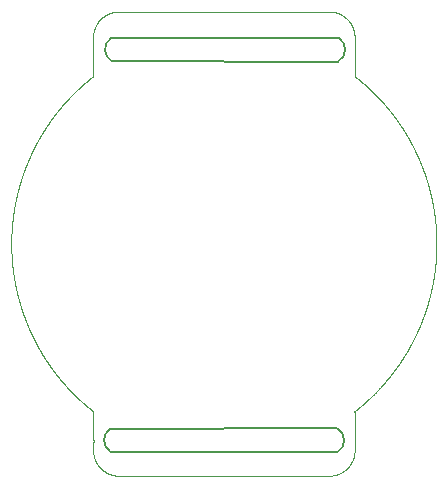
<source format=gm1>
G04 #@! TF.GenerationSoftware,KiCad,Pcbnew,(6.0.1)*
G04 #@! TF.CreationDate,2022-05-01T16:09:43+05:30*
G04 #@! TF.ProjectId,BCD watch V1.0,42434420-7761-4746-9368-2056312e302e,rev?*
G04 #@! TF.SameCoordinates,Original*
G04 #@! TF.FileFunction,Profile,NP*
%FSLAX46Y46*%
G04 Gerber Fmt 4.6, Leading zero omitted, Abs format (unit mm)*
G04 Created by KiCad (PCBNEW (6.0.1)) date 2022-05-01 16:09:43*
%MOMM*%
%LPD*%
G01*
G04 APERTURE LIST*
G04 #@! TA.AperFunction,Profile*
%ADD10C,0.100000*%
G04 #@! TD*
G04 #@! TA.AperFunction,Profile*
%ADD11C,0.150000*%
G04 #@! TD*
G04 APERTURE END LIST*
D10*
X49292518Y-63272239D02*
X49304054Y-63296051D01*
X82969674Y-59758577D02*
X82976024Y-59732912D01*
X54426407Y-70848573D02*
X54426407Y-70874767D01*
X54425772Y-37922700D02*
X54425428Y-37949026D01*
X54426407Y-70296124D02*
X54426407Y-70322582D01*
X69277769Y-35788442D02*
X69251310Y-35788442D01*
X73052310Y-75092484D02*
X73078768Y-75092484D01*
X78462238Y-42958614D02*
X78443982Y-42939591D01*
X73510038Y-35788442D02*
X73483580Y-35788442D01*
X48404260Y-49808748D02*
X48396032Y-49833777D01*
X72003503Y-35788442D02*
X71976780Y-35788442D01*
X52087361Y-43443569D02*
X52069687Y-43463333D01*
X59704944Y-75092484D02*
X59731429Y-75092484D01*
X50119658Y-46095193D02*
X50106058Y-46117630D01*
X75245967Y-74919447D02*
X75270045Y-74908864D01*
X75155215Y-35925443D02*
X75130609Y-35916420D01*
X50459250Y-45558539D02*
X50444724Y-45580685D01*
X76062735Y-74313287D02*
X76079404Y-74293179D01*
X50133363Y-46072730D02*
X50119658Y-46095193D01*
X52806339Y-68200891D02*
X52825072Y-68219676D01*
X82477550Y-61404812D02*
X82486281Y-61379677D01*
X54428286Y-73028737D02*
X54429768Y-73054931D01*
X48726575Y-48912870D02*
X48716918Y-48937740D01*
X76566237Y-38628237D02*
X76566237Y-38601805D01*
X78135743Y-68249310D02*
X78154528Y-68231053D01*
X47523596Y-54474510D02*
X47522167Y-54501074D01*
X78425726Y-42920647D02*
X78407470Y-42901782D01*
X47924148Y-59334185D02*
X47929916Y-59360115D01*
X76568618Y-72601171D02*
X76568089Y-72588735D01*
X76568618Y-72855170D02*
X76568618Y-72829506D01*
X59334422Y-75092484D02*
X59360960Y-75092484D01*
X76579995Y-41261420D02*
X76566237Y-41250625D01*
X76569676Y-70503292D02*
X76569676Y-70477098D01*
X57140923Y-75092484D02*
X57167223Y-75092484D01*
X80689763Y-65085955D02*
X80703786Y-65063730D01*
X54428974Y-39926123D02*
X54428974Y-39952396D01*
X47574052Y-53787653D02*
X47571644Y-53813873D01*
X69828895Y-75092484D02*
X69855353Y-75092484D01*
X63936208Y-75092484D02*
X63962693Y-75092484D01*
X54425376Y-38205751D02*
X54425376Y-38231945D01*
X49666030Y-64001959D02*
X49678677Y-64025242D01*
X62668565Y-75092484D02*
X62694997Y-75092484D01*
X57439452Y-35788442D02*
X57412967Y-35788442D01*
X61159463Y-75092484D02*
X61186027Y-75092484D01*
X47645780Y-57745629D02*
X47649193Y-57771823D01*
X50817337Y-45034506D02*
X50802123Y-45056017D01*
X64045269Y-35788442D02*
X64018758Y-35788442D01*
X65944579Y-75092484D02*
X65971010Y-75092484D01*
X58206267Y-35788442D02*
X58179941Y-35788442D01*
X81246974Y-46730589D02*
X81234275Y-46707544D01*
X47827178Y-58867990D02*
X47832232Y-58893919D01*
X65076376Y-35788442D02*
X65049997Y-35788442D01*
X52909791Y-42584097D02*
X52890926Y-42602591D01*
X54428974Y-41160508D02*
X54428974Y-41187099D01*
X77452325Y-41988521D02*
X77432481Y-41970873D01*
X81398316Y-47009724D02*
X81385616Y-46986256D01*
X71757705Y-75092484D02*
X71783899Y-75092484D01*
X83468943Y-56439224D02*
X83470265Y-56412766D01*
X83475293Y-54563913D02*
X83474234Y-54537640D01*
X54694033Y-36914877D02*
X54681518Y-36937922D01*
X51307318Y-44376250D02*
X51291020Y-44397179D01*
X54428974Y-39164653D02*
X54428974Y-39191058D01*
X68666053Y-75092484D02*
X68692511Y-75092484D01*
X48017149Y-51155105D02*
X48010878Y-51180716D01*
X54799734Y-74138663D02*
X54814577Y-74160094D01*
X76540837Y-37615837D02*
X76536603Y-37589908D01*
X52346203Y-67726494D02*
X52364274Y-67745808D01*
X51347773Y-66562328D02*
X51364071Y-66583230D01*
X76569676Y-71317149D02*
X76569676Y-71290956D01*
X76568618Y-38034407D02*
X76568618Y-38008240D01*
X54861064Y-74224387D02*
X54876992Y-74245290D01*
X76497445Y-37409780D02*
X76490566Y-37384380D01*
X79747847Y-66428979D02*
X79764251Y-66407812D01*
X82629685Y-60953433D02*
X82637623Y-60928298D01*
X83230818Y-52360227D02*
X83226320Y-52334245D01*
X48429369Y-49733289D02*
X48420982Y-49758397D01*
X54425376Y-72794846D02*
X54425376Y-72820510D01*
X81556272Y-47314788D02*
X81544366Y-47291293D01*
X76565972Y-38366644D02*
X76567295Y-38341324D01*
X47599266Y-57351930D02*
X47602124Y-57378388D01*
X76566237Y-40582421D02*
X76566237Y-40555963D01*
X50174876Y-46005049D02*
X50160959Y-46027671D01*
X62482986Y-75092484D02*
X62509550Y-75092484D01*
X76561739Y-73089591D02*
X76563855Y-73063133D01*
X48384284Y-61017462D02*
X48392566Y-61042598D01*
X61584224Y-75092484D02*
X61610735Y-75092484D01*
X52947759Y-42547082D02*
X52928735Y-42565603D01*
X66685120Y-75092484D02*
X66711578Y-75092484D01*
X63672578Y-75092484D02*
X63698930Y-75092484D01*
X78071449Y-42564968D02*
X78052399Y-42546553D01*
X76569676Y-70214368D02*
X76569676Y-70188174D01*
X67295513Y-35788442D02*
X67269319Y-35788442D01*
X67718846Y-35788442D02*
X67692652Y-35788442D01*
X79266571Y-67026142D02*
X79283504Y-67006034D01*
X71289658Y-35788442D02*
X71263200Y-35788442D01*
X58100513Y-35788442D02*
X58074055Y-35788442D01*
X47725552Y-58295433D02*
X47729785Y-58321626D01*
X54425376Y-72692187D02*
X54425376Y-72717852D01*
X47909622Y-51618945D02*
X47903987Y-51644954D01*
X79443841Y-44065444D02*
X79427173Y-44045019D01*
X71493651Y-75092484D02*
X71519845Y-75092484D01*
X73581740Y-75092484D02*
X73607934Y-75092484D01*
X80703786Y-65063730D02*
X80718073Y-65041241D01*
X51860614Y-43701696D02*
X51843257Y-43721857D01*
X63411567Y-35788442D02*
X63385161Y-35788442D01*
X49871849Y-64371846D02*
X49884973Y-64394600D01*
X74741408Y-75064703D02*
X74767337Y-75060205D01*
X77092492Y-41677371D02*
X77072384Y-41660359D01*
X82442890Y-49375387D02*
X82433894Y-49350410D01*
X82904322Y-50863825D02*
X82897708Y-50838267D01*
X67583115Y-75092484D02*
X67609308Y-75092484D01*
X59078491Y-35788442D02*
X59052059Y-35788442D01*
X68217055Y-75092484D02*
X68243514Y-75092484D01*
X61324166Y-35788442D02*
X61297601Y-35788442D01*
X81580084Y-47362069D02*
X81568178Y-47338389D01*
X82799018Y-60397280D02*
X82806162Y-60371880D01*
X52319110Y-43189675D02*
X52301118Y-43209042D01*
X82179100Y-48684349D02*
X82169311Y-48660008D01*
X64544088Y-75092484D02*
X64570573Y-75092484D01*
X54428974Y-39689612D02*
X54428974Y-39715964D01*
X49584248Y-47038140D02*
X49571865Y-47061556D01*
X53758494Y-69081423D02*
X53778497Y-69098621D01*
X76569676Y-70923185D02*
X76569676Y-70896992D01*
X81217870Y-64199602D02*
X81230835Y-64176319D01*
X81612364Y-63451097D02*
X81624270Y-63427284D01*
X77273202Y-41831570D02*
X77253359Y-41814266D01*
X47967804Y-51361030D02*
X47961825Y-51386774D01*
X81182681Y-46615548D02*
X81169716Y-46592530D01*
X61588325Y-35788442D02*
X61562026Y-35788442D01*
X82555073Y-61179916D02*
X82563275Y-61154781D01*
X50337330Y-65140724D02*
X50351670Y-65162949D01*
X47573073Y-57088802D02*
X47575507Y-57114916D01*
X76569676Y-70949644D02*
X76569676Y-70923185D01*
X83390097Y-53484652D02*
X83387186Y-53458247D01*
X83478203Y-56254386D02*
X83479526Y-56228087D01*
X76422303Y-73703688D02*
X76431564Y-73679082D01*
X76568618Y-38111745D02*
X76568618Y-38086054D01*
X63200403Y-35788442D02*
X63173892Y-35788442D01*
X81169716Y-46592530D02*
X81156752Y-46569379D01*
X50665783Y-45251491D02*
X50650861Y-45273239D01*
X58964535Y-75092484D02*
X58991152Y-75092484D01*
X54432228Y-37791335D02*
X54430323Y-37817661D01*
X64940751Y-75092484D02*
X64966997Y-75092484D01*
X76916809Y-69346535D02*
X76937447Y-69329602D01*
X76370974Y-73825132D02*
X76381822Y-73801319D01*
X54426407Y-71243331D02*
X54426407Y-71269789D01*
X49628459Y-63932109D02*
X49640895Y-63955128D01*
X78079387Y-68304872D02*
X78098172Y-68286351D01*
X81717403Y-63236785D02*
X81728780Y-63212972D01*
X70463101Y-75092484D02*
X70489559Y-75092484D01*
X54426407Y-71638618D02*
X54426407Y-71664812D01*
X83158851Y-58905826D02*
X83163878Y-58879896D01*
X59889120Y-75092484D02*
X59915526Y-75092484D01*
X83494607Y-55725353D02*
X83494872Y-55698815D01*
X76569676Y-70424711D02*
X76569676Y-70398253D01*
X54318616Y-41343071D02*
X54297741Y-41359633D01*
X75435144Y-74827901D02*
X75458163Y-74815201D01*
X54194289Y-41442474D02*
X54173784Y-41459037D01*
X48703318Y-61914134D02*
X48712896Y-61939005D01*
X64888125Y-75092484D02*
X64914451Y-75092484D01*
X64071860Y-35788442D02*
X64045269Y-35788442D01*
X49591074Y-63861730D02*
X49603562Y-63885278D01*
X54288110Y-69519837D02*
X54308800Y-69536241D01*
X74722622Y-35813339D02*
X74696693Y-35809555D01*
X60822146Y-35788442D02*
X60795714Y-35788442D01*
X48905407Y-48471598D02*
X48895168Y-48495966D01*
X80270663Y-45161744D02*
X80255582Y-45140181D01*
X51697763Y-66993599D02*
X51714723Y-67013972D01*
X78322803Y-68062249D02*
X78341589Y-68043199D01*
X56437000Y-35794686D02*
X56410621Y-35796829D01*
X78378630Y-68005364D02*
X78397151Y-67986314D01*
X51800183Y-67114778D02*
X51817354Y-67134886D01*
X56350111Y-75077932D02*
X56376437Y-75080843D01*
X72770264Y-35788442D02*
X72743541Y-35788442D01*
X76568618Y-72726848D02*
X76568618Y-72700919D01*
X54426407Y-69689170D02*
X54426407Y-69715893D01*
X67688948Y-75092484D02*
X67715406Y-75092484D01*
X64120967Y-75092484D02*
X64147637Y-75092484D01*
X56858878Y-35788442D02*
X56832393Y-35788442D01*
X51226170Y-44481025D02*
X51210004Y-44502112D01*
X67533902Y-35788442D02*
X67507444Y-35788442D01*
X81973519Y-48197596D02*
X81962936Y-48173439D01*
X51331395Y-66541691D02*
X51347773Y-66562328D01*
X54733403Y-36846271D02*
X54719989Y-36869025D01*
X76566237Y-39763298D02*
X76566237Y-39736734D01*
X67640000Y-35788442D02*
X67613806Y-35788442D01*
X63116980Y-75092484D02*
X63143491Y-75092484D01*
X47708989Y-58190658D02*
X47713090Y-58216851D01*
X47539206Y-56666924D02*
X47541032Y-56693462D01*
X48176296Y-60334045D02*
X48183492Y-60359445D01*
X72524202Y-75092484D02*
X72550660Y-75092484D01*
X58999090Y-35788442D02*
X58972552Y-35788442D01*
X63830269Y-75092484D02*
X63856569Y-75092484D01*
X61799754Y-35788442D02*
X61773375Y-35788442D01*
X50832629Y-45012996D02*
X50817337Y-45034506D01*
X57096420Y-35788442D02*
X57069883Y-35788442D01*
X80203724Y-65811706D02*
X80218805Y-65790011D01*
X54428974Y-40083655D02*
X54428974Y-40110061D01*
X51613202Y-66891999D02*
X51629977Y-66912372D01*
X48994545Y-62623746D02*
X49005181Y-62648087D01*
X65842873Y-35788442D02*
X65816441Y-35788442D01*
X74056402Y-75092484D02*
X74082596Y-75092484D01*
X68776649Y-35788442D02*
X68750190Y-35788442D01*
X73853732Y-35788442D02*
X73827273Y-35788442D01*
X55164938Y-74552206D02*
X55184808Y-74569404D01*
X68564718Y-35788442D02*
X68538259Y-35788442D01*
X47538095Y-54236332D02*
X47536322Y-54262897D01*
X54619738Y-73817723D02*
X54630718Y-73841536D01*
X51488134Y-44148391D02*
X51471544Y-44169002D01*
X47500207Y-55769379D02*
X47500709Y-55795705D01*
X48983909Y-62599140D02*
X48994545Y-62623746D01*
X53235281Y-42273583D02*
X53215967Y-42291601D01*
X48276361Y-50211999D02*
X48268714Y-50237187D01*
X55598510Y-74848539D02*
X55622058Y-74860710D01*
X56568815Y-35788706D02*
X56542542Y-35789262D01*
X74504870Y-75089574D02*
X74531064Y-75087986D01*
X76143962Y-74210100D02*
X76159573Y-74188669D01*
X59052059Y-35788442D02*
X59025521Y-35788442D01*
X70497496Y-35788442D02*
X70471038Y-35788442D01*
X76473897Y-73554728D02*
X76481305Y-73529328D01*
X73370339Y-75092484D02*
X73396797Y-75092484D01*
X47619930Y-57536079D02*
X47623026Y-57562273D01*
X78192099Y-68193747D02*
X78210885Y-68174962D01*
X75762963Y-74608297D02*
X75783071Y-74591893D01*
X75868531Y-36363910D02*
X75849217Y-36346130D01*
X69326981Y-75092484D02*
X69353175Y-75092484D01*
X47683192Y-52868571D02*
X47679435Y-52894738D01*
X81787782Y-47789371D02*
X81776670Y-47765320D01*
X52620311Y-68013302D02*
X52638832Y-68032087D01*
X82137825Y-62294340D02*
X82147880Y-62269998D01*
X54429768Y-73054931D02*
X54431593Y-73081389D01*
X65178135Y-75092484D02*
X65204804Y-75092484D01*
X78525209Y-67853493D02*
X78543465Y-67834179D01*
X54422042Y-41261738D02*
X54401272Y-41277983D01*
X47571644Y-53813873D02*
X47569263Y-53840199D01*
X49755089Y-64164413D02*
X49767842Y-64187431D01*
X82342613Y-49102364D02*
X82333352Y-49077705D01*
X64464686Y-75092484D02*
X64491012Y-75092484D01*
X54184923Y-69437023D02*
X54205639Y-69453691D01*
X81907109Y-62829062D02*
X81917957Y-62804985D01*
X53274096Y-42237573D02*
X53254675Y-42255591D01*
X76569676Y-72080736D02*
X76569676Y-72054542D01*
X62169826Y-35788442D02*
X62143209Y-35788442D01*
X54850349Y-36670852D02*
X54834765Y-36692231D01*
X69304227Y-35788442D02*
X69277769Y-35788442D01*
X82119040Y-48537797D02*
X82108986Y-48513429D01*
X80632613Y-65175384D02*
X80646900Y-65153159D01*
X83207799Y-52230026D02*
X83203037Y-52203965D01*
X49529611Y-63744784D02*
X49541888Y-63768332D01*
X70259636Y-35788442D02*
X70233178Y-35788442D01*
X54761131Y-36801239D02*
X54747135Y-36823675D01*
X66529810Y-35788442D02*
X66503616Y-35788442D01*
X68957094Y-75092484D02*
X68983552Y-75092484D01*
X51689614Y-43903149D02*
X51672680Y-43923416D01*
X51145949Y-44586223D02*
X51130100Y-44607178D01*
X54485568Y-37453859D02*
X54479615Y-37479418D01*
X47652659Y-57798281D02*
X47656178Y-57824739D01*
X55031615Y-74424677D02*
X55049897Y-74443462D01*
X80589750Y-65241795D02*
X80604038Y-65219570D01*
X83412322Y-57178337D02*
X83414703Y-57152143D01*
X57775023Y-75092484D02*
X57801243Y-75092484D01*
X48363223Y-49934636D02*
X48355127Y-49959772D01*
X49616024Y-63908825D02*
X49628459Y-63932109D01*
X47633927Y-53234939D02*
X47630699Y-53261265D01*
X54525758Y-73572190D02*
X54533828Y-73597326D01*
X76724986Y-41375879D02*
X76704349Y-41359448D01*
X49172980Y-47866894D02*
X49161814Y-47890944D01*
X51242442Y-44459911D02*
X51226170Y-44481025D01*
X68507568Y-75092484D02*
X68534026Y-75092484D01*
X67321971Y-35788442D02*
X67295513Y-35788442D01*
X55286964Y-74651954D02*
X55308130Y-74667564D01*
X54428974Y-39217464D02*
X54428974Y-39243631D01*
X73765890Y-75092484D02*
X73792348Y-75092484D01*
X83349351Y-53143658D02*
X83345911Y-53117570D01*
X83496459Y-55303290D02*
X83496195Y-55276964D01*
X61079797Y-75092484D02*
X61106334Y-75092484D01*
X55605813Y-36028471D02*
X55582582Y-36040589D01*
X53868349Y-41711820D02*
X53848055Y-41728991D01*
X63222866Y-75092484D02*
X63249272Y-75092484D01*
X58779750Y-75092484D02*
X58806182Y-75092484D01*
X58673970Y-75092484D02*
X58700508Y-75092484D01*
X78823394Y-43344615D02*
X78805667Y-43325168D01*
X51571266Y-44046130D02*
X51554571Y-44066556D01*
X67587348Y-35788442D02*
X67560625Y-35788442D01*
X82944010Y-59860970D02*
X82950360Y-59835306D01*
X50323122Y-65118234D02*
X50337330Y-65140724D01*
X47554896Y-56877797D02*
X47557039Y-56904361D01*
X78787940Y-43305641D02*
X78769948Y-43286142D01*
X82360340Y-61727868D02*
X82369600Y-61703262D01*
X47654115Y-53077882D02*
X47650648Y-53104129D01*
X79060196Y-67266913D02*
X79077394Y-67247069D01*
X55863887Y-74964426D02*
X55888625Y-74973157D01*
X66159393Y-35788442D02*
X66132935Y-35788442D01*
X82988724Y-51196829D02*
X82982374Y-51171112D01*
X50794741Y-65820702D02*
X50809928Y-65842133D01*
X49315563Y-63319864D02*
X49327099Y-63343412D01*
X72048482Y-75092484D02*
X72074940Y-75092484D01*
X71871211Y-35788442D02*
X71844753Y-35788442D01*
X49571865Y-47061556D02*
X49559588Y-47084945D01*
X83317336Y-52907808D02*
X83313632Y-52881826D01*
X49943763Y-46390653D02*
X49930481Y-46413539D01*
X80240501Y-45118511D02*
X80225155Y-45096763D01*
X75956902Y-74430762D02*
X75975158Y-74411712D01*
X78480759Y-42977638D02*
X78462238Y-42958614D01*
X54246861Y-69486764D02*
X54267499Y-69503433D01*
X75073724Y-74984005D02*
X75098595Y-74975803D01*
X77957414Y-42454769D02*
X77938364Y-42436433D01*
X67348429Y-35788442D02*
X67321971Y-35788442D01*
X63385161Y-35788442D02*
X63358730Y-35788442D01*
X67292602Y-75092484D02*
X67319061Y-75092484D01*
X54426407Y-70796186D02*
X54426407Y-70822379D01*
X47565982Y-57010088D02*
X47568310Y-57036361D01*
X48268714Y-50237187D02*
X48261121Y-50262349D01*
X54444690Y-38563335D02*
X54448183Y-38588550D01*
X77983872Y-68397476D02*
X78003187Y-68378955D01*
X75325342Y-35997171D02*
X75301530Y-35986085D01*
X76569676Y-71923045D02*
X76569676Y-71896586D01*
X54948562Y-36547583D02*
X54931629Y-36567559D01*
X75221626Y-74929501D02*
X75245967Y-74919447D01*
X82988460Y-59681318D02*
X82994810Y-59655654D01*
X83310457Y-58018943D02*
X83314161Y-57992750D01*
X48315307Y-50085687D02*
X48307476Y-50110822D01*
X47681631Y-58007566D02*
X47685415Y-58033760D01*
X76569676Y-69977301D02*
X76569676Y-69951107D01*
X70708104Y-35788442D02*
X70681911Y-35788442D01*
X83368930Y-53301111D02*
X83365755Y-53274970D01*
X47685415Y-58033760D02*
X47689251Y-58059954D01*
X48033288Y-59797206D02*
X48039691Y-59822606D01*
X76745359Y-41392336D02*
X76724986Y-41375879D01*
X48119754Y-60129786D02*
X48126686Y-60155186D01*
X79427173Y-44045019D02*
X79410504Y-44024646D01*
X80279659Y-65702963D02*
X80294740Y-65681002D01*
X65019491Y-75092484D02*
X65046028Y-75092484D01*
X79923795Y-66197204D02*
X79939670Y-66175773D01*
X81307299Y-64037148D02*
X81319999Y-64013865D01*
X83054870Y-51479510D02*
X83049049Y-51453766D01*
X69436783Y-35788442D02*
X69410325Y-35788442D01*
X56201336Y-35825245D02*
X56175407Y-35830219D01*
X48485434Y-61318293D02*
X48494086Y-61343429D01*
X74064869Y-35788442D02*
X74038411Y-35788442D01*
X47581513Y-53709045D02*
X47578999Y-53735239D01*
X54428974Y-39295674D02*
X54428974Y-39321709D01*
X81195645Y-46638567D02*
X81182681Y-46615548D01*
X72743541Y-35788442D02*
X72717083Y-35788442D01*
X47508223Y-54817965D02*
X47507324Y-54844582D01*
X82777058Y-60473480D02*
X82784202Y-60448080D01*
X47511187Y-54738670D02*
X47510181Y-54765075D01*
X47640488Y-53182657D02*
X47637181Y-53208877D01*
X75621940Y-36167510D02*
X75600244Y-36152799D01*
X50230835Y-45914880D02*
X50216918Y-45937210D01*
X76566237Y-39631113D02*
X76566237Y-39604654D01*
X71026133Y-35788442D02*
X70999675Y-35788442D01*
X54428974Y-40715268D02*
X54428974Y-40741382D01*
X67319061Y-75092484D02*
X67345254Y-75092484D01*
X80419888Y-45379681D02*
X80405071Y-45357721D01*
X74091327Y-35788442D02*
X74064869Y-35788442D01*
X71079050Y-35788442D02*
X71052591Y-35788442D01*
X54401272Y-41277983D02*
X54380555Y-41294229D01*
X83421847Y-53800114D02*
X83419465Y-53773974D01*
X63543250Y-35788442D02*
X63516765Y-35788442D01*
X49832612Y-64302790D02*
X49845708Y-64325808D01*
X55204784Y-74586337D02*
X55225025Y-74603006D01*
X49780647Y-64210450D02*
X49793612Y-64233469D01*
X55372450Y-74713337D02*
X55394226Y-74728154D01*
X82969939Y-51119836D02*
X82963589Y-51094303D01*
X82097080Y-62392500D02*
X82107398Y-62367894D01*
X75503936Y-74788743D02*
X75526425Y-74775249D01*
X50502827Y-45492605D02*
X50488328Y-45514486D01*
D11*
X75166352Y-40019433D02*
G75*
G03*
X75200000Y-38000000I-566348J1019433D01*
G01*
D10*
X69775979Y-75092484D02*
X69802701Y-75092484D01*
X48770814Y-62086378D02*
X48780656Y-62111249D01*
X56489705Y-35791352D02*
X56463432Y-35792860D01*
X83286380Y-52699264D02*
X83282412Y-52673176D01*
X63094199Y-35788442D02*
X63067821Y-35788442D01*
X68692511Y-75092484D02*
X68719234Y-75092484D01*
X65072513Y-75092484D02*
X65098971Y-75092484D01*
X57273135Y-75092484D02*
X57299435Y-75092484D01*
X47637181Y-53208877D02*
X47633927Y-53234939D01*
X82917816Y-50915128D02*
X82911202Y-50889437D01*
X66738037Y-75092484D02*
X66764495Y-75092484D01*
X52455185Y-67842116D02*
X52473467Y-67861166D01*
X79376902Y-43983847D02*
X79360233Y-43963554D01*
X67666194Y-35788442D02*
X67640000Y-35788442D01*
X53687612Y-41866813D02*
X53667530Y-41884275D01*
X74928997Y-35854905D02*
X74903332Y-35848608D01*
X69728883Y-35788442D02*
X69702424Y-35788442D01*
X49747892Y-46735643D02*
X49735086Y-46758767D01*
X49481113Y-63650857D02*
X49493231Y-63674405D01*
X79410504Y-44024646D02*
X79393571Y-44004167D01*
X65763180Y-35788442D02*
X65736590Y-35788442D01*
X50224459Y-64961866D02*
X50238482Y-64984355D01*
X76868920Y-41491951D02*
X76848547Y-41475362D01*
X82693714Y-50127464D02*
X82685777Y-50102011D01*
X74003750Y-75092484D02*
X74030209Y-75092484D01*
X54428974Y-40267964D02*
X54428974Y-40294184D01*
X70648309Y-75092484D02*
X70674767Y-75092484D01*
X72162253Y-35788442D02*
X72135794Y-35788442D01*
X54428974Y-39847462D02*
X54428974Y-39873709D01*
X54471466Y-72161698D02*
X54466465Y-72186569D01*
X76566237Y-39287737D02*
X76566237Y-39261490D01*
X76495593Y-73478263D02*
X76502208Y-73452599D01*
X50902294Y-65971250D02*
X50917825Y-65992681D01*
X53005147Y-42491493D02*
X52985965Y-42510040D01*
X58171527Y-75092484D02*
X58197879Y-75092484D01*
X77688069Y-42201669D02*
X77668489Y-42183677D01*
X48112928Y-60104387D02*
X48119754Y-60129786D01*
X54550814Y-73647067D02*
X54559784Y-73671938D01*
X49911431Y-64440637D02*
X49924634Y-64463391D01*
X80953287Y-64657860D02*
X80966781Y-64635106D01*
X78341589Y-68043199D02*
X78360109Y-68024414D01*
X82784731Y-50431232D02*
X82777323Y-50405859D01*
X51027124Y-66142171D02*
X51042946Y-66163337D01*
X47649193Y-57771823D02*
X47652659Y-57798281D01*
X48065806Y-59925264D02*
X48072473Y-59950928D01*
X49438542Y-47319683D02*
X49426582Y-47343390D01*
X54834765Y-36692231D02*
X54819525Y-36713635D01*
X64280431Y-75092484D02*
X64306863Y-75092484D01*
X54428974Y-40478466D02*
X54428974Y-40504819D01*
X54775392Y-36778987D02*
X54761131Y-36801239D01*
X61614757Y-35788442D02*
X61588325Y-35788442D01*
X82716998Y-50203214D02*
X82709325Y-50178053D01*
X78579713Y-67796079D02*
X78597969Y-67776764D01*
X49037116Y-62720583D02*
X49047753Y-62744660D01*
X56331749Y-35805137D02*
X56305608Y-35808523D01*
X59862768Y-75092484D02*
X59889120Y-75092484D01*
X48693767Y-61889263D02*
X48703318Y-61914134D01*
X56298015Y-75071318D02*
X56323970Y-75074757D01*
X70840396Y-35788442D02*
X70813673Y-35788442D01*
X83089266Y-59242640D02*
X83094822Y-59216711D01*
X73642065Y-35788442D02*
X73615607Y-35788442D01*
X76095808Y-74272542D02*
X76112212Y-74251904D01*
X51706600Y-43882856D02*
X51689614Y-43903149D01*
X48632119Y-49160466D02*
X48622912Y-49185205D01*
X48029849Y-51103776D02*
X48023472Y-51129519D01*
X54482367Y-72112221D02*
X54476784Y-72136828D01*
X48116024Y-50771248D02*
X48109197Y-50796648D01*
X52546783Y-67937631D02*
X52565145Y-67956681D01*
X55308130Y-74667564D02*
X55329509Y-74683174D01*
X63619767Y-75092484D02*
X63646199Y-75092484D01*
X81647818Y-63379659D02*
X81659459Y-63356112D01*
X83286909Y-58176370D02*
X83290878Y-58149912D01*
X47847657Y-58971707D02*
X47852896Y-58997900D01*
X83478997Y-54642997D02*
X83477938Y-54616591D01*
X77173455Y-41745792D02*
X77153346Y-41728727D01*
X64570573Y-75092484D02*
X64597004Y-75092484D01*
X55741067Y-74916007D02*
X55765409Y-74926326D01*
X49609171Y-46991124D02*
X49596683Y-47014672D01*
X60134944Y-35788442D02*
X60108380Y-35788442D01*
X60002494Y-35788442D02*
X59976089Y-35788442D01*
X56612868Y-35788442D02*
X56604031Y-35788442D01*
X83143505Y-58983613D02*
X83148533Y-58957684D01*
X72823181Y-35788442D02*
X72796723Y-35788442D01*
X48722474Y-61963611D02*
X48732079Y-61988217D01*
X78397151Y-67986314D02*
X78415407Y-67967529D01*
X62060209Y-75092484D02*
X62086535Y-75092484D01*
X51588014Y-44025704D02*
X51571266Y-44046130D01*
X54428974Y-40741382D02*
X54428974Y-40767391D01*
X78670465Y-67699242D02*
X78688457Y-67679927D01*
X83496195Y-55276964D02*
X83495930Y-55250347D01*
X54544676Y-37251242D02*
X54536236Y-37276218D01*
X70225505Y-75092484D02*
X70251963Y-75092484D01*
X49964638Y-64532183D02*
X49977973Y-64554937D01*
X81821384Y-47860861D02*
X81810272Y-47836996D01*
X54438499Y-38512244D02*
X54441462Y-38537803D01*
X64676062Y-75092484D02*
X64702467Y-75092484D01*
X58145042Y-75092484D02*
X58171527Y-75092484D01*
X54426196Y-72975820D02*
X54427069Y-73002279D01*
X67609308Y-75092484D02*
X67635767Y-75092484D01*
X65922063Y-35788442D02*
X65895604Y-35788442D01*
X78561722Y-67815129D02*
X78579713Y-67796079D01*
X82015853Y-48294777D02*
X82005534Y-48270594D01*
X75742325Y-74624702D02*
X75762963Y-74608297D01*
X65098971Y-75092484D02*
X65125350Y-75092484D01*
X47589371Y-53630014D02*
X47586725Y-53656340D01*
X59255153Y-75092484D02*
X59281532Y-75092484D01*
X74460950Y-35789526D02*
X74434491Y-35788865D01*
X47530687Y-56535717D02*
X47532327Y-56562043D01*
X70786950Y-35788442D02*
X70760492Y-35788442D01*
X58523237Y-35788442D02*
X58496858Y-35788442D01*
X68986992Y-35788442D02*
X68960798Y-35788442D01*
X65420016Y-35788442D02*
X65393558Y-35788442D01*
X73219526Y-35788442D02*
X73193333Y-35788442D01*
X54438975Y-73160235D02*
X54442071Y-73186693D01*
X72214905Y-35788442D02*
X72188446Y-35788442D01*
X83298286Y-52777448D02*
X83294582Y-52751334D01*
X82406906Y-49275983D02*
X82397911Y-49251351D01*
X71844753Y-35788442D02*
X71818295Y-35788442D01*
X81468695Y-63733936D02*
X81480866Y-63710124D01*
X54426407Y-71612160D02*
X54426407Y-71638618D01*
X73528559Y-75092484D02*
X73555018Y-75092484D01*
X73871723Y-75092484D02*
X73898182Y-75092484D01*
X60108380Y-35788442D02*
X60081975Y-35788442D01*
X71739449Y-35788442D02*
X71712991Y-35788442D01*
X48751287Y-62037165D02*
X48760971Y-62061772D01*
X48420982Y-49758397D02*
X48412595Y-49783639D01*
X54520281Y-37326304D02*
X54512714Y-37351624D01*
X49101992Y-62865575D02*
X49112893Y-62889387D01*
X47738305Y-58373749D02*
X47742618Y-58399678D01*
X63464060Y-35788442D02*
X63437840Y-35788442D01*
X76101100Y-36614761D02*
X76084696Y-36594203D01*
X79317371Y-66965288D02*
X79334569Y-66944915D01*
X81765293Y-47741349D02*
X81753916Y-47717484D01*
X79876170Y-66260704D02*
X79892045Y-66239537D01*
X51130100Y-44607178D02*
X51114252Y-44628212D01*
X83492490Y-55039210D02*
X83491697Y-55012884D01*
X72260148Y-75092484D02*
X72286342Y-75092484D01*
X63302003Y-75092484D02*
X63328302Y-75092484D01*
X47632525Y-57640854D02*
X47635805Y-57667048D01*
X49212747Y-63105287D02*
X49224071Y-63129099D01*
X47501450Y-55055958D02*
X47500894Y-55082257D01*
X51748748Y-67054188D02*
X51765734Y-67074296D01*
X67926808Y-75092484D02*
X67953002Y-75092484D01*
X47995559Y-59642954D02*
X48001777Y-59668883D01*
X81370006Y-63920996D02*
X81382441Y-63897713D01*
X62935714Y-35788442D02*
X62909229Y-35788442D01*
X76551155Y-73194366D02*
X76554330Y-73168172D01*
X50856019Y-65906956D02*
X50871338Y-65928123D01*
X60260251Y-75092484D02*
X60286498Y-75092484D01*
X76569676Y-72054542D02*
X76569676Y-72028084D01*
X70093478Y-75092484D02*
X70119672Y-75092484D01*
X80375438Y-45313747D02*
X80360357Y-45291972D01*
X64203861Y-35788442D02*
X64177667Y-35788442D01*
X69300787Y-75092484D02*
X69326981Y-75092484D01*
X73660586Y-75092484D02*
X73686780Y-75092484D01*
X61456298Y-35788442D02*
X61429919Y-35788442D01*
X73924640Y-75092484D02*
X73951098Y-75092484D01*
X54425376Y-38282163D02*
X54425614Y-38307854D01*
X59149902Y-75092484D02*
X59176360Y-75092484D01*
X82930781Y-59912299D02*
X82937395Y-59886635D01*
X59580167Y-35788442D02*
X59553761Y-35788442D01*
X49246719Y-63176989D02*
X49258043Y-63200537D01*
X66027631Y-35788442D02*
X66001437Y-35788442D01*
X47753307Y-52424098D02*
X47748888Y-52450186D01*
X83403855Y-53616229D02*
X83401209Y-53590009D01*
X55272808Y-36239873D02*
X55252012Y-36256118D01*
X65023539Y-35788442D02*
X64996869Y-35788442D01*
X76566237Y-39445958D02*
X76566237Y-39419526D01*
X58840472Y-35788442D02*
X58813934Y-35788442D01*
X83060691Y-51505333D02*
X83054870Y-51479510D01*
X47973890Y-51335153D02*
X47967804Y-51361030D01*
X54091842Y-41525739D02*
X54071284Y-41542619D01*
X57122958Y-35788442D02*
X57096420Y-35788442D01*
X54428974Y-38876284D02*
X54428974Y-38902319D01*
X83174197Y-58827774D02*
X83178960Y-58801844D01*
X75700786Y-74656981D02*
X75721688Y-74641106D01*
X63856569Y-75092484D02*
X63883159Y-75092484D01*
X82167988Y-62221051D02*
X82177777Y-62196444D01*
X67635767Y-75092484D02*
X67662490Y-75092484D01*
X83471324Y-54485093D02*
X83470001Y-54458503D01*
X54428974Y-39191058D02*
X54428974Y-39217464D01*
X63860749Y-35788442D02*
X63834291Y-35788442D01*
X77240659Y-69074279D02*
X77260502Y-69057081D01*
X51421856Y-44231047D02*
X51405293Y-44251843D01*
X49020448Y-48204184D02*
X49009758Y-48228552D01*
X50517432Y-45470671D02*
X50502827Y-45492605D01*
X65260817Y-35788442D02*
X65234438Y-35788442D01*
X49486537Y-47225597D02*
X49474498Y-47249039D01*
X79962689Y-44732670D02*
X79946814Y-44711344D01*
X82963589Y-51094303D02*
X82956974Y-51068824D01*
X82792139Y-50456658D02*
X82784731Y-50431232D01*
X76569676Y-72588735D02*
X76569676Y-72555133D01*
X83429255Y-56994451D02*
X83431372Y-56968020D01*
X66080019Y-35788442D02*
X66053825Y-35788442D01*
X52881772Y-68275503D02*
X52900769Y-68294024D01*
X51185901Y-66353308D02*
X51201908Y-66374474D01*
X68591440Y-35788442D02*
X68564718Y-35788442D01*
X48586479Y-49284212D02*
X48577377Y-49309215D01*
X72365452Y-75092484D02*
X72391911Y-75092484D01*
X72497744Y-75092484D02*
X72524202Y-75092484D01*
X47613871Y-57483956D02*
X47616888Y-57510150D01*
X81459699Y-47126670D02*
X81447528Y-47103122D01*
X82724671Y-50228297D02*
X82716998Y-50203214D01*
X53509204Y-42023975D02*
X53489572Y-42041517D01*
X47615062Y-53392948D02*
X47612019Y-53419406D01*
X77372950Y-41918486D02*
X77353106Y-41901129D01*
X52501037Y-42997032D02*
X52482675Y-43016214D01*
X79674822Y-44354422D02*
X79658418Y-44333732D01*
X64702467Y-75092484D02*
X64729137Y-75092484D01*
X72531875Y-35788442D02*
X72505681Y-35788442D01*
X49338688Y-63366959D02*
X49350436Y-63391037D01*
X47507932Y-56060209D02*
X47508858Y-56086456D01*
X81373181Y-46962893D02*
X81360745Y-46939636D01*
X82495542Y-49524691D02*
X82487075Y-49499847D01*
X47907029Y-59256133D02*
X47912665Y-59282063D01*
X54427360Y-72514652D02*
X54426407Y-72539788D01*
X54426407Y-69900837D02*
X54426407Y-69927030D01*
X47497296Y-55373193D02*
X47497190Y-55399704D01*
X74896189Y-75034011D02*
X74921853Y-75027661D01*
X78724440Y-67641033D02*
X78742167Y-67621719D01*
X57862679Y-35788442D02*
X57836062Y-35788442D01*
X81762647Y-63141535D02*
X81774024Y-63117458D01*
X54428974Y-40767391D02*
X54428974Y-40793426D01*
X72391911Y-75092484D02*
X72418634Y-75092484D01*
X58911460Y-75092484D02*
X58937971Y-75092484D01*
X60081975Y-35788442D02*
X60055622Y-35788442D01*
X60663687Y-35788442D02*
X60637282Y-35788442D01*
X83359670Y-57652496D02*
X83362845Y-57626038D01*
X50106058Y-46117630D02*
X50092432Y-46140093D01*
X82056069Y-62489602D02*
X82066388Y-62465525D01*
X51034850Y-44734548D02*
X51019055Y-44755900D01*
X80188378Y-65833138D02*
X80203724Y-65811706D01*
X83290878Y-58149912D02*
X83294847Y-58123718D01*
X70145866Y-75092484D02*
X70172324Y-75092484D01*
X83487992Y-54880248D02*
X83487199Y-54853869D01*
X71546303Y-75092484D02*
X71572762Y-75092484D01*
X76569676Y-70686648D02*
X76569676Y-70660454D01*
X83078153Y-59294498D02*
X83083710Y-59268569D01*
X55416265Y-74742706D02*
X55438517Y-74756728D01*
X59843982Y-35788442D02*
X59817551Y-35788442D01*
X54123407Y-69387016D02*
X54143806Y-69403685D01*
X48359757Y-60941527D02*
X48367880Y-60966927D01*
X52685398Y-42807458D02*
X52666692Y-42826455D01*
X55087256Y-74480504D02*
X55106386Y-74499025D01*
X79069456Y-43621236D02*
X79051994Y-43601260D01*
X65604536Y-35788442D02*
X65578263Y-35788442D01*
X48765231Y-48814630D02*
X48755547Y-48839051D01*
X51529409Y-66789605D02*
X51546183Y-66810243D01*
X83007245Y-59604325D02*
X83013331Y-59578660D01*
X60451968Y-35788442D02*
X60425695Y-35788442D01*
X58021350Y-35788442D02*
X57994812Y-35788442D01*
X76566237Y-40133159D02*
X76566237Y-40106701D01*
X74819195Y-75050680D02*
X74844860Y-75045389D01*
X52202693Y-67570919D02*
X52220553Y-67590498D01*
X76363301Y-37039284D02*
X76352189Y-37015498D01*
X77132973Y-41711555D02*
X77112865Y-41694384D01*
X55575253Y-74836368D02*
X55598510Y-74848539D01*
X72955472Y-35788442D02*
X72929279Y-35788442D01*
X83407030Y-57231042D02*
X83409676Y-57204769D01*
X76566237Y-39472548D02*
X76566237Y-39445958D01*
X51396906Y-66624505D02*
X51413336Y-66645407D01*
X47500365Y-55108663D02*
X47499889Y-55135174D01*
X76566237Y-38997833D02*
X76566237Y-38971481D01*
X62381095Y-35788442D02*
X62354769Y-35788442D01*
X76434474Y-37209014D02*
X76424949Y-37184329D01*
X82937660Y-50992016D02*
X82931045Y-50966483D01*
X56047164Y-35859667D02*
X56021764Y-35866467D01*
X83372105Y-53327172D02*
X83368930Y-53301111D01*
X75510815Y-36096337D02*
X75488061Y-36082922D01*
X76786634Y-41425409D02*
X76765997Y-41408793D01*
X83331889Y-53012371D02*
X83328449Y-52986151D01*
X78876575Y-43403617D02*
X78858848Y-43383879D01*
X52574062Y-42921282D02*
X52555726Y-42940199D01*
X54426460Y-37896268D02*
X54425772Y-37922700D01*
X54428974Y-41187099D02*
X54428974Y-41213769D01*
X79690962Y-44375139D02*
X79674822Y-44354422D01*
X79510516Y-44147650D02*
X79493848Y-44126986D01*
X47500709Y-55795705D02*
X47501238Y-55821952D01*
X49646477Y-46921459D02*
X49633989Y-46944690D01*
X66288245Y-75092484D02*
X66314704Y-75092484D01*
X83278443Y-52646877D02*
X83274209Y-52620630D01*
X49134721Y-62937277D02*
X49145833Y-62961354D01*
X75253376Y-35964760D02*
X75229034Y-35954494D01*
X76567560Y-72984552D02*
X76568353Y-72958093D01*
X57352378Y-75092484D02*
X57378995Y-75092484D01*
X48494086Y-61343429D02*
X48502738Y-61368300D01*
X47992199Y-51257869D02*
X47986034Y-51283718D01*
X74826339Y-35831648D02*
X74800410Y-35826621D01*
X66740682Y-35788442D02*
X66714224Y-35788442D01*
X74478412Y-75090632D02*
X74504870Y-75089574D01*
X82415902Y-49300722D02*
X82406906Y-49275983D01*
X63147248Y-35788442D02*
X63120684Y-35788442D01*
X54426196Y-38333439D02*
X54427042Y-38359103D01*
X81444353Y-63780503D02*
X81456524Y-63757219D01*
X57669560Y-75092484D02*
X57695939Y-75092484D01*
X80179647Y-45032231D02*
X80164301Y-45010667D01*
X53148683Y-68532413D02*
X53167839Y-68550405D01*
X47797677Y-58712415D02*
X47802493Y-58738344D01*
X81156752Y-46569379D02*
X81143523Y-46546307D01*
X54426407Y-70980335D02*
X54426407Y-71006529D01*
X65760138Y-75092484D02*
X65786464Y-75092484D01*
X47664724Y-52999354D02*
X47661152Y-53025495D01*
X49015817Y-62672429D02*
X49026454Y-62696506D01*
X61000157Y-75092484D02*
X61026695Y-75092484D01*
X73449449Y-75092484D02*
X73475643Y-75092484D01*
X76566237Y-40159511D02*
X76566237Y-40133159D01*
X76392406Y-73777242D02*
X76402724Y-73752901D01*
X47829427Y-52007565D02*
X47824374Y-52033600D01*
X82323034Y-61827086D02*
X82332294Y-61802480D01*
X50018164Y-64622935D02*
X50031710Y-64645689D01*
X76079404Y-74293179D02*
X76095808Y-74272542D01*
X54428974Y-38850064D02*
X54428974Y-38876284D01*
X70206720Y-35788442D02*
X70179997Y-35788442D01*
X51912604Y-43641609D02*
X51895327Y-43661532D01*
X83193512Y-52152027D02*
X83188485Y-52126124D01*
X82024849Y-62562627D02*
X82035167Y-62538286D01*
X79435639Y-66822149D02*
X79452308Y-66801776D01*
X58118584Y-75092484D02*
X58145042Y-75092484D01*
X78203476Y-42695301D02*
X78184691Y-42676595D01*
X52816049Y-42676463D02*
X52797370Y-42695037D01*
X76374414Y-37063097D02*
X76363301Y-37039284D01*
X61958133Y-35788442D02*
X61931807Y-35788442D01*
X67480721Y-35788442D02*
X67454263Y-35788442D01*
X80449257Y-45423337D02*
X80434705Y-45401509D01*
X78734230Y-43247274D02*
X78716238Y-43227828D01*
X50726135Y-45164284D02*
X50710921Y-45186139D01*
X51973300Y-67314802D02*
X51990683Y-67334646D01*
X72373654Y-35788442D02*
X72347196Y-35788442D01*
X47785427Y-52241535D02*
X47780717Y-52267650D01*
X48790525Y-62135855D02*
X48800394Y-62160461D01*
X70286095Y-35788442D02*
X70259636Y-35788442D01*
X77472169Y-42006195D02*
X77452325Y-41988521D01*
X48099355Y-60053587D02*
X48106128Y-60078987D01*
X76485274Y-69697372D02*
X76482099Y-69692081D01*
X83439838Y-54010961D02*
X83437722Y-53984688D01*
X83116783Y-51763513D02*
X83111226Y-51737822D01*
X49362157Y-63414849D02*
X49373904Y-63438397D01*
X83183722Y-52100301D02*
X83178695Y-52074557D01*
X54428974Y-40950535D02*
X54428974Y-40976729D01*
X48319885Y-60816115D02*
X48327822Y-60841250D01*
X57906732Y-75092484D02*
X57933138Y-75092484D01*
X48476782Y-61293423D02*
X48485434Y-61318293D01*
X61743186Y-75092484D02*
X61769670Y-75092484D01*
X79715568Y-66470783D02*
X79731708Y-66449881D01*
X82856433Y-50685655D02*
X82849554Y-50660123D01*
X48371373Y-49909395D02*
X48363223Y-49934636D01*
X82177777Y-62196444D02*
X82187832Y-62172103D01*
X79930939Y-44690151D02*
X79915328Y-44669091D01*
X83178695Y-52074557D02*
X83173932Y-52048734D01*
X53430358Y-42094777D02*
X53410753Y-42112504D01*
X57412967Y-35788442D02*
X57386562Y-35788442D01*
X61901883Y-75092484D02*
X61928288Y-75092484D01*
X47700999Y-58138535D02*
X47704967Y-58164464D01*
X47814372Y-52085643D02*
X47809478Y-52111493D01*
X69622785Y-35788442D02*
X69596062Y-35788442D01*
X61641321Y-35788442D02*
X61614757Y-35788442D01*
X52301118Y-43209042D02*
X52283179Y-43228410D01*
X60372963Y-35788442D02*
X60346373Y-35788442D01*
X77609752Y-42130126D02*
X77590437Y-42112425D01*
X48446223Y-49683229D02*
X48437783Y-49708206D01*
X59632872Y-35788442D02*
X59606466Y-35788442D01*
X50272851Y-45847914D02*
X50258775Y-45870271D01*
X58734507Y-35788442D02*
X58708207Y-35788442D01*
X83487199Y-54853869D02*
X83486405Y-54827543D01*
X54308800Y-69536241D02*
X54329570Y-69552645D01*
X59941931Y-75092484D02*
X59968389Y-75092484D01*
X49414676Y-47367017D02*
X49402849Y-47390591D01*
X79309433Y-43902488D02*
X79292500Y-43882247D01*
X79025271Y-67306865D02*
X79042734Y-67287021D01*
X66608655Y-35788442D02*
X66582462Y-35788442D01*
X79181375Y-67126684D02*
X79198573Y-67106576D01*
X48409155Y-61093133D02*
X48417463Y-61118004D01*
X50099893Y-64759195D02*
X50113652Y-64781949D01*
X53215967Y-42291601D02*
X53196705Y-42309592D01*
X69855353Y-75092484D02*
X69882076Y-75092484D01*
X63992326Y-35788442D02*
X63965974Y-35788442D01*
X82820979Y-50557888D02*
X82813835Y-50532488D01*
X69649243Y-35788442D02*
X69622785Y-35788442D01*
X61244870Y-35788442D02*
X61218518Y-35788442D01*
X54977772Y-74366733D02*
X54995499Y-74386312D01*
X71607157Y-35788442D02*
X71580435Y-35788442D01*
X68375541Y-75092484D02*
X68401999Y-75092484D01*
X82754568Y-60549415D02*
X82761977Y-60524280D01*
X65287275Y-35788442D02*
X65260817Y-35788442D01*
X82724141Y-60650750D02*
X82731814Y-60625615D01*
X66421066Y-75092484D02*
X66447260Y-75092484D01*
X55438517Y-74756728D02*
X55460980Y-74770751D01*
X48936231Y-48398758D02*
X48925965Y-48422941D01*
X69569604Y-35788442D02*
X69543145Y-35788442D01*
X48242626Y-60562909D02*
X48250194Y-60588309D01*
X55989035Y-75005172D02*
X56014488Y-75012316D01*
X53352280Y-42165712D02*
X53332807Y-42183518D01*
X83465768Y-56492061D02*
X83467355Y-56465735D01*
X54669295Y-36961179D02*
X54657256Y-36984727D01*
X63962693Y-75092484D02*
X63989151Y-75092484D01*
X76569676Y-71896586D02*
X76569676Y-71870128D01*
X47920973Y-51567246D02*
X47915284Y-51593095D01*
X49806524Y-64256488D02*
X49819515Y-64279506D01*
X59070395Y-75092484D02*
X59096827Y-75092484D01*
X80560646Y-65286245D02*
X80575198Y-65264020D01*
X47666894Y-57903321D02*
X47670545Y-57929514D01*
X54510571Y-73521920D02*
X54518033Y-73547055D01*
X83398563Y-53563842D02*
X83395653Y-53537595D01*
X77360779Y-68970034D02*
X77380623Y-68952571D01*
X78296609Y-42788699D02*
X78277824Y-42769914D01*
X76642172Y-41310315D02*
X76621534Y-41293964D01*
X81529020Y-63616197D02*
X81541191Y-63592913D01*
X81635911Y-63403472D02*
X81647818Y-63379659D01*
X66132935Y-35788442D02*
X66106477Y-35788442D01*
X71712991Y-35788442D02*
X71686532Y-35788442D01*
X56797203Y-75092484D02*
X56823635Y-75092484D01*
X64679766Y-35788442D02*
X64653122Y-35788442D01*
X76569676Y-70660454D02*
X76569676Y-70634261D01*
X76566237Y-39551738D02*
X76566237Y-39525306D01*
X79452308Y-66801776D02*
X79468977Y-66781403D01*
X49444892Y-63579949D02*
X49456877Y-63603497D01*
X69967801Y-35788442D02*
X69941343Y-35788442D01*
X48238367Y-50338496D02*
X48230905Y-50363737D01*
X73245720Y-35788442D02*
X73219526Y-35788442D01*
X47557039Y-56904361D02*
X47559235Y-56930872D01*
X68538259Y-35788442D02*
X68511536Y-35788442D01*
X64808830Y-75092484D02*
X64835288Y-75092484D01*
X82661964Y-50026103D02*
X82654027Y-50000967D01*
X80002905Y-66090577D02*
X80018251Y-66069146D01*
X71229862Y-75092484D02*
X71256056Y-75092484D01*
X62244332Y-75092484D02*
X62270579Y-75092484D01*
X52149433Y-67512446D02*
X52167186Y-67532025D01*
X58488974Y-75092484D02*
X58515432Y-75092484D01*
X81431918Y-63803786D02*
X81444353Y-63780503D01*
X76566237Y-38522219D02*
X76566237Y-38495549D01*
X65525770Y-35788442D02*
X65499232Y-35788442D01*
X59044016Y-75092484D02*
X59070395Y-75092484D01*
X82685248Y-60777221D02*
X82693185Y-60752086D01*
X70523955Y-35788442D02*
X70497496Y-35788442D01*
X54426407Y-71743657D02*
X54426407Y-71770116D01*
X47865754Y-51826087D02*
X47860436Y-51852016D01*
X77072384Y-41660359D02*
X77052011Y-41643372D01*
X47542910Y-56719920D02*
X47544815Y-56746352D01*
X80718073Y-65041241D02*
X80732096Y-65018751D01*
X66634849Y-35788442D02*
X66608655Y-35788442D01*
X62615648Y-75092484D02*
X62642106Y-75092484D01*
X64253946Y-75092484D02*
X64280431Y-75092484D01*
X54426407Y-70005876D02*
X54426407Y-70032070D01*
X76566237Y-39208944D02*
X76566237Y-39182433D01*
X54426407Y-71981253D02*
X54426407Y-72007976D01*
X54457258Y-72236575D02*
X54453077Y-72261711D01*
X54612330Y-37079607D02*
X54601773Y-37103710D01*
X56673220Y-35788442D02*
X56646127Y-35788442D01*
X82076442Y-62441184D02*
X82086761Y-62416842D01*
X54445590Y-72311982D02*
X54442309Y-72337117D01*
X54426407Y-70532925D02*
X54426407Y-70559384D01*
X54380555Y-41294229D02*
X54359891Y-41310474D01*
X52592450Y-42902338D02*
X52574062Y-42921282D01*
X76566237Y-39024133D02*
X76566237Y-38997833D01*
X54443023Y-37686534D02*
X54439875Y-37712674D01*
X61191980Y-35788442D02*
X61165601Y-35788442D01*
X76569676Y-72555133D02*
X76569676Y-72528146D01*
X48784784Y-48765497D02*
X48774967Y-48790103D01*
X76569676Y-71422454D02*
X76569676Y-71395995D01*
X54428974Y-40531012D02*
X54428974Y-40557206D01*
X52052066Y-43483097D02*
X52034498Y-43502862D01*
X55125727Y-74517016D02*
X55145253Y-74534743D01*
X47497111Y-55452356D02*
X47497164Y-55478708D01*
X83387186Y-53458247D02*
X83384276Y-53431921D01*
X47762250Y-52372107D02*
X47757778Y-52398010D01*
X66394608Y-75092484D02*
X66421066Y-75092484D01*
X56014488Y-75012316D02*
X56039993Y-75019459D01*
X76566237Y-40793532D02*
X76566237Y-40767100D01*
X54426407Y-70506732D02*
X54426407Y-70532925D01*
X78553784Y-43054261D02*
X78535528Y-43035052D01*
X55191132Y-36305992D02*
X55171209Y-36323164D01*
X54814577Y-74160094D02*
X54829764Y-74181790D01*
X53024223Y-42473157D02*
X53005147Y-42491493D01*
X48604682Y-49234523D02*
X48595554Y-49259367D01*
X48425797Y-61143139D02*
X48434132Y-61168010D01*
X54677629Y-73935727D02*
X54690117Y-73958746D01*
X76566237Y-40212375D02*
X76566237Y-40185970D01*
X83253043Y-52490349D02*
X83248809Y-52464473D01*
X61053233Y-75092484D02*
X61079797Y-75092484D01*
X49742336Y-64141394D02*
X49755089Y-64164413D01*
X65102834Y-35788442D02*
X65076376Y-35788442D01*
X49640895Y-63955128D02*
X49653409Y-63978411D01*
X50886710Y-65949554D02*
X50902294Y-65971250D01*
X73291493Y-75092484D02*
X73317687Y-75092484D01*
X81854722Y-47932986D02*
X81843609Y-47908856D01*
X54425376Y-38128440D02*
X54425376Y-38154131D01*
X70920035Y-35788442D02*
X70893577Y-35788442D01*
X47612019Y-53419406D02*
X47609056Y-53445838D01*
X72577119Y-75092484D02*
X72603577Y-75092484D01*
X56116828Y-75038245D02*
X56142546Y-75043801D01*
X49505349Y-63697953D02*
X49517440Y-63721236D01*
X47941505Y-59411708D02*
X47947352Y-59437373D01*
X62800539Y-75092484D02*
X62826865Y-75092484D01*
X56142546Y-75043801D02*
X56168290Y-75049357D01*
X83274474Y-58254687D02*
X83278707Y-58228493D01*
X81382441Y-63897713D02*
X81394876Y-63874165D01*
X72445092Y-75092484D02*
X72471286Y-75092484D01*
X83406501Y-53642502D02*
X83403855Y-53616229D01*
X79899453Y-44648003D02*
X79883578Y-44626784D01*
X54425376Y-72666523D02*
X54425376Y-72692187D01*
X83282412Y-52673176D02*
X83278443Y-52646877D01*
X62619061Y-35788442D02*
X62592471Y-35788442D01*
X76569676Y-71606603D02*
X76569676Y-71580145D01*
X71018460Y-75092484D02*
X71044919Y-75092484D01*
X75411861Y-74840337D02*
X75435144Y-74827901D01*
X54226330Y-69470360D02*
X54246861Y-69486764D01*
X76237625Y-36808356D02*
X76223602Y-36786290D01*
X75197284Y-74939291D02*
X75221626Y-74929501D01*
X49095801Y-48035248D02*
X49084979Y-48059245D01*
X75600244Y-36152799D02*
X75578284Y-36138300D01*
X76194498Y-36742316D02*
X76179681Y-36720726D01*
X83346441Y-57757006D02*
X83349880Y-57730812D01*
X53062297Y-42436671D02*
X53043220Y-42454928D01*
X78210885Y-68174962D02*
X78229670Y-68156176D01*
X48844421Y-48618336D02*
X48834419Y-48642757D01*
X75679354Y-74672591D02*
X75700786Y-74656981D01*
X83490638Y-55910270D02*
X83491432Y-55883891D01*
X55231428Y-36272576D02*
X55211214Y-36289138D01*
X75372438Y-36020216D02*
X75348890Y-36008548D01*
X56752886Y-35788442D02*
X56726586Y-35788442D01*
X61822587Y-75092484D02*
X61849019Y-75092484D01*
X83496988Y-55434761D02*
X83496988Y-55408356D01*
X53187048Y-68568397D02*
X53206336Y-68586388D01*
X82067976Y-48416141D02*
X82057657Y-48391694D01*
X60655564Y-75092484D02*
X60682023Y-75092484D01*
X78680519Y-43189093D02*
X78662528Y-43169725D01*
X83043228Y-51428101D02*
X83037408Y-51402490D01*
X51554571Y-44066556D02*
X51537928Y-44086955D01*
X56376437Y-75080843D02*
X56402710Y-75083488D01*
X75555794Y-36124065D02*
X75533569Y-36110069D01*
X75030861Y-35883321D02*
X75005462Y-35875754D01*
X82669902Y-50051344D02*
X82661964Y-50026103D01*
X76566237Y-39235244D02*
X76566237Y-39208944D01*
X47600378Y-53524816D02*
X47597573Y-53550957D01*
X53167839Y-68550405D02*
X53187048Y-68568397D01*
X49493231Y-63674405D02*
X49505349Y-63697953D01*
X76566237Y-38944996D02*
X76566237Y-38918644D01*
X72682687Y-75092484D02*
X72709146Y-75092484D01*
X50629086Y-65582048D02*
X50643929Y-65603744D01*
X76827909Y-41458746D02*
X76807272Y-41442104D01*
X54458819Y-37582552D02*
X54454374Y-37608614D01*
X74557522Y-75086134D02*
X74583981Y-75084018D01*
X72585056Y-35788442D02*
X72558598Y-35788442D01*
X47499889Y-55135174D02*
X47499439Y-55161817D01*
X76340547Y-36991950D02*
X76328641Y-36968482D01*
X78060337Y-68323393D02*
X78079387Y-68304872D01*
X77052011Y-41643372D02*
X77031638Y-41626333D01*
X47524548Y-56429937D02*
X47526030Y-56456475D01*
X79788064Y-44500683D02*
X79771924Y-44479676D01*
X76569676Y-69819874D02*
X76569676Y-69793416D01*
X56253274Y-35816276D02*
X56227318Y-35820588D01*
X59625252Y-75092484D02*
X59651789Y-75092484D01*
X60267077Y-35788442D02*
X60240645Y-35788442D01*
X77938364Y-42436433D02*
X77919050Y-42418177D01*
X58074055Y-35788442D02*
X58047808Y-35788442D01*
X76569676Y-72185775D02*
X76569676Y-72159582D01*
X69591300Y-75092484D02*
X69617758Y-75092484D01*
X82597142Y-49824914D02*
X82588939Y-49799752D01*
X49297731Y-47603977D02*
X49286195Y-47627843D01*
X51479456Y-66727957D02*
X51496151Y-66748595D01*
X82835266Y-50608873D02*
X82828122Y-50583341D01*
X79780391Y-66386910D02*
X79796530Y-66365743D01*
X83249074Y-58411320D02*
X83253307Y-58385126D01*
X66208871Y-75092484D02*
X66235593Y-75092484D01*
X47744496Y-52476194D02*
X47740130Y-52502335D01*
X81659459Y-63356112D02*
X81670836Y-63332299D01*
X59387524Y-75092484D02*
X59414141Y-75092484D01*
X62349848Y-75092484D02*
X62376518Y-75092484D01*
X67820710Y-75092484D02*
X67847433Y-75092484D01*
X76569676Y-70293213D02*
X76569676Y-70267020D01*
X58946120Y-35788442D02*
X58919635Y-35788442D01*
X79828545Y-66323675D02*
X79844420Y-66302772D01*
X80661188Y-65130934D02*
X80675211Y-65108445D01*
X72154051Y-75092484D02*
X72180509Y-75092484D01*
X83049049Y-59423879D02*
X83054870Y-59397950D01*
X54588412Y-73745492D02*
X54598572Y-73769569D01*
X58700508Y-75092484D02*
X58726860Y-75092484D01*
X80300826Y-45205030D02*
X80285744Y-45183334D01*
X49047753Y-62744660D02*
X49058495Y-62768737D01*
X79543589Y-44188793D02*
X79527185Y-44168208D01*
X76704349Y-41359448D02*
X76683711Y-41343044D01*
X47520315Y-56350404D02*
X47521691Y-56376756D01*
X66423976Y-35788442D02*
X66397518Y-35788442D01*
X64494611Y-35788442D02*
X64468285Y-35788442D01*
X53519443Y-68872138D02*
X53539340Y-68889865D01*
X81708407Y-47622313D02*
X81696766Y-47598448D01*
X79502050Y-66740393D02*
X79518718Y-66719755D01*
X52731568Y-68126278D02*
X52750195Y-68144799D01*
X54153331Y-41475600D02*
X54132958Y-41492190D01*
X77112865Y-41694384D02*
X77092492Y-41677371D01*
X47497720Y-55583907D02*
X47497958Y-55610550D01*
X50786962Y-45077474D02*
X50771802Y-45098985D01*
X50004670Y-64600181D02*
X50018164Y-64622935D01*
X50910020Y-44905125D02*
X50894489Y-44926609D01*
X74451954Y-75091691D02*
X74478412Y-75090632D01*
X82950624Y-51043318D02*
X82944274Y-51017627D01*
X54267499Y-69503433D02*
X54288110Y-69519837D01*
X75686234Y-36213230D02*
X75664802Y-36197646D01*
X82208734Y-48757903D02*
X82198944Y-48733297D01*
X63332139Y-35788442D02*
X63305654Y-35788442D01*
X83493549Y-55091703D02*
X83493020Y-55065430D01*
X54690117Y-73958746D02*
X54702870Y-73982029D01*
X64861720Y-75092484D02*
X64888125Y-75092484D01*
X77479313Y-68865259D02*
X77499156Y-68847532D01*
X48257761Y-60613444D02*
X48265354Y-60638844D01*
X68428722Y-75092484D02*
X68455180Y-75092484D01*
X52675873Y-68069922D02*
X52694421Y-68088708D01*
X83455713Y-56650996D02*
X83457565Y-56624406D01*
X71501324Y-35788442D02*
X71475131Y-35788442D01*
X53767596Y-41797704D02*
X53747620Y-41814875D01*
X47602124Y-57378388D02*
X47605008Y-57404846D01*
X76514114Y-69697372D02*
X76485274Y-69697372D01*
X69961187Y-75092484D02*
X69987645Y-75092484D01*
X48299697Y-50135931D02*
X48291892Y-50161278D01*
X50072641Y-64714216D02*
X50086241Y-64736706D01*
X65155619Y-35788442D02*
X65129319Y-35788442D01*
X66873503Y-35788442D02*
X66847045Y-35788442D01*
X63354602Y-75092484D02*
X63380875Y-75092484D01*
X50673774Y-65647136D02*
X50688855Y-65669096D01*
X82521471Y-49599701D02*
X82513004Y-49574618D01*
X47499730Y-55743027D02*
X47500207Y-55769379D01*
X76563062Y-38417047D02*
X76564649Y-38391779D01*
X53052931Y-68441397D02*
X53072086Y-68459653D01*
X76209050Y-36764224D02*
X76194498Y-36742316D01*
X80746119Y-64996526D02*
X80760142Y-64974301D01*
X54829764Y-74181790D02*
X54845295Y-74203221D01*
X65574559Y-75092484D02*
X65601018Y-75092484D01*
X67427804Y-35788442D02*
X67401346Y-35788442D01*
X83089266Y-51634741D02*
X83083710Y-51608970D01*
X81385616Y-46986256D02*
X81373181Y-46962893D01*
X62037614Y-35788442D02*
X62011129Y-35788442D01*
X77668489Y-42183677D02*
X77648910Y-42165818D01*
X48915699Y-48447177D02*
X48905407Y-48471598D01*
X64362531Y-35788442D02*
X64335914Y-35788442D01*
X77420046Y-68917646D02*
X77439890Y-68900184D01*
X70568934Y-75092484D02*
X70595127Y-75092484D01*
X50658772Y-65625440D02*
X50673774Y-65647136D01*
X64306863Y-75092484D02*
X64333268Y-75092484D01*
X69670410Y-75092484D02*
X69696868Y-75092484D01*
X74135777Y-75092484D02*
X74162235Y-75092484D01*
X54426407Y-71454203D02*
X54426407Y-71480397D01*
X73739696Y-75092484D02*
X73765890Y-75092484D01*
X82529408Y-61254793D02*
X82538140Y-61229658D01*
X54428974Y-39243631D02*
X54428974Y-39269639D01*
X76600632Y-41277613D02*
X76579995Y-41261420D01*
X50878931Y-44948252D02*
X50863427Y-44969869D01*
X82630214Y-49925852D02*
X82622012Y-49900690D01*
X82486281Y-61379677D02*
X82495012Y-61354806D01*
X54428974Y-41055495D02*
X54428974Y-41081636D01*
X76568353Y-37931379D02*
X76567824Y-37905106D01*
X52122921Y-43403960D02*
X52105115Y-43423751D01*
X62826865Y-75092484D02*
X62853164Y-75092484D01*
X82777323Y-50405859D02*
X82769914Y-50380459D01*
X53293622Y-42219581D02*
X53274096Y-42237573D01*
X83409147Y-53668828D02*
X83406501Y-53642502D01*
X59659251Y-35788442D02*
X59632872Y-35788442D01*
X83269976Y-52594463D02*
X83265743Y-52568348D01*
X47501238Y-55821952D02*
X47501821Y-55848331D01*
X50703910Y-65690792D02*
X50718912Y-65712488D01*
X80680502Y-45777217D02*
X80666215Y-45754966D01*
X50430146Y-45602963D02*
X50415620Y-45625214D01*
X82035167Y-62538286D02*
X82045751Y-62513944D01*
X71263200Y-35788442D02*
X71237006Y-35788442D01*
X47790163Y-52215500D02*
X47785427Y-52241535D01*
X60557960Y-35788442D02*
X60531449Y-35788442D01*
X77888358Y-68488757D02*
X77907672Y-68470501D01*
X83426609Y-53852581D02*
X83424228Y-53826308D01*
X52638832Y-68032087D02*
X52657300Y-68051137D01*
X83352791Y-53169825D02*
X83349351Y-53143658D01*
X80580490Y-45621854D02*
X80565938Y-45599708D01*
X76515966Y-37486562D02*
X76510145Y-37460924D01*
X68296430Y-75092484D02*
X68322624Y-75092484D01*
X53738597Y-69064490D02*
X53758494Y-69081423D01*
X48059218Y-59899599D02*
X48065806Y-59925264D01*
X68401999Y-75092484D02*
X68428722Y-75092484D01*
X50488328Y-45514486D02*
X50473828Y-45536447D01*
X72347196Y-35788442D02*
X72320473Y-35788442D01*
X60927556Y-35788442D02*
X60901150Y-35788442D01*
X76566237Y-38575268D02*
X76566237Y-38548730D01*
X77313419Y-41866283D02*
X77293311Y-41848874D01*
X67454263Y-35788442D02*
X67427804Y-35788442D01*
X49258043Y-63200537D02*
X49269447Y-63224349D01*
X72074940Y-75092484D02*
X72101399Y-75092484D01*
X62751009Y-35788442D02*
X62724551Y-35788442D01*
X80458517Y-65440496D02*
X80473334Y-65418536D01*
X47687029Y-52842245D02*
X47683192Y-52868571D01*
X76566237Y-38865859D02*
X76566237Y-38839348D01*
X54426407Y-70953877D02*
X54426407Y-70980335D01*
X75098595Y-74975803D02*
X75123466Y-74967072D01*
X54030300Y-41576380D02*
X54009901Y-41593260D01*
X72180509Y-75092484D02*
X72207232Y-75092484D01*
X83317866Y-57966556D02*
X83321570Y-57940362D01*
X47603235Y-53498463D02*
X47600378Y-53524816D01*
X54425614Y-38307854D02*
X54426196Y-38333439D01*
X54512714Y-37351624D02*
X54505465Y-37377104D01*
X83442220Y-56835913D02*
X83444336Y-56809429D01*
X68167843Y-35788442D02*
X68141385Y-35788442D01*
X76568618Y-72881364D02*
X76568618Y-72855170D01*
X82147880Y-62269998D02*
X82157934Y-62245657D01*
X82066388Y-62465525D02*
X82076442Y-62441184D01*
X65363739Y-75092484D02*
X65390039Y-75092484D01*
X77861635Y-42363673D02*
X77842585Y-42345628D01*
X75823023Y-74557762D02*
X75842867Y-74540300D01*
X81751270Y-63165612D02*
X81762647Y-63141535D01*
X83158851Y-51970841D02*
X83153560Y-51945017D01*
X48820132Y-62209144D02*
X48830027Y-62233486D01*
X48524011Y-49458255D02*
X48515173Y-49483311D01*
X54426407Y-70190290D02*
X54426407Y-70216484D01*
X55314983Y-36208176D02*
X55293737Y-36223972D01*
X70727419Y-75092484D02*
X70753877Y-75092484D01*
X52060824Y-67413756D02*
X52078445Y-67433600D01*
X83183987Y-58775915D02*
X83188749Y-58749986D01*
X72550660Y-75092484D02*
X72577119Y-75092484D01*
X57511048Y-75092484D02*
X57537533Y-75092484D01*
X48911069Y-62429013D02*
X48921441Y-62453354D01*
X79468977Y-66781403D02*
X79485381Y-66761030D01*
X47953226Y-59463037D02*
X47959126Y-59488437D01*
X83309928Y-52855871D02*
X83306224Y-52829862D01*
X78147120Y-42639316D02*
X78128070Y-42620663D01*
X67133853Y-75092484D02*
X67160311Y-75092484D01*
X83474499Y-56333311D02*
X83475822Y-56307065D01*
X83446188Y-56783129D02*
X83448305Y-56756909D01*
X66238768Y-35788442D02*
X66212310Y-35788442D01*
X53381649Y-68748049D02*
X53401148Y-68765776D01*
X72946741Y-75092484D02*
X72973199Y-75092484D01*
X48327822Y-60841250D02*
X48335760Y-60866386D01*
X53206336Y-68586388D02*
X53225730Y-68604645D01*
X81230835Y-64176319D02*
X81243535Y-64153036D01*
X76539778Y-73272153D02*
X76543747Y-73246224D01*
X49379328Y-47437687D02*
X49367501Y-47461552D01*
X53110425Y-68496166D02*
X53129527Y-68514157D01*
X54483901Y-73420055D02*
X54490066Y-73445455D01*
X76566237Y-40977867D02*
X76566237Y-40951567D01*
X47643849Y-53156543D02*
X47640488Y-53182657D01*
X47498063Y-55267465D02*
X47497799Y-55293897D01*
X54719989Y-36869025D02*
X54706839Y-36891911D01*
X71467193Y-75092484D02*
X71493651Y-75092484D01*
X79385368Y-66883532D02*
X79402302Y-66863159D01*
X68322624Y-75092484D02*
X68349082Y-75092484D01*
X76569676Y-70319672D02*
X76569676Y-70293213D01*
X76557770Y-37746938D02*
X76555124Y-37720612D01*
X76559622Y-73115520D02*
X76561739Y-73089591D01*
X64333268Y-75092484D02*
X64359647Y-75092484D01*
X60100998Y-75092484D02*
X60127589Y-75092484D01*
X81920074Y-48077025D02*
X81909226Y-48052816D01*
X53322964Y-68694603D02*
X53342490Y-68712330D01*
X47868797Y-59075688D02*
X47874142Y-59101352D01*
X83426874Y-57020725D02*
X83429255Y-56994451D01*
X47630699Y-53261265D02*
X47627497Y-53287617D01*
X60234031Y-75092484D02*
X60260251Y-75092484D01*
X82924431Y-50940872D02*
X82917816Y-50915128D01*
X71783899Y-75092484D02*
X71810357Y-75092484D01*
X81113625Y-64384017D02*
X81126854Y-64360733D01*
X80056351Y-44860516D02*
X80041005Y-44839244D01*
X68750190Y-35788442D02*
X68723997Y-35788442D01*
X76569676Y-71816947D02*
X76569676Y-71790488D01*
X62139187Y-75092484D02*
X62165487Y-75092484D01*
X56305608Y-35808523D02*
X56279414Y-35812228D01*
X69119019Y-35788442D02*
X69092825Y-35788442D01*
X69145477Y-35788442D02*
X69119019Y-35788442D01*
X64412246Y-75092484D02*
X64438493Y-75092484D01*
X61345359Y-75092484D02*
X61371923Y-75092484D01*
X48331182Y-50035098D02*
X48323218Y-50060445D01*
X63275650Y-75092484D02*
X63302003Y-75092484D01*
X83395653Y-53537595D02*
X83393007Y-53511084D01*
X70444844Y-35788442D02*
X70418386Y-35788442D01*
X83470001Y-54458503D02*
X83468413Y-54431965D01*
X47568310Y-57036361D02*
X47570691Y-57062608D01*
X47497799Y-55293897D02*
X47497587Y-55320408D01*
X82460617Y-49425367D02*
X82451885Y-49400417D01*
X83359405Y-53222265D02*
X83355966Y-53196019D01*
X70760492Y-35788442D02*
X70734298Y-35788442D01*
X50599320Y-65538128D02*
X50614243Y-65560088D01*
X54427042Y-38359103D02*
X54428207Y-38384742D01*
X49106702Y-48011171D02*
X49095801Y-48035248D01*
X71818295Y-35788442D02*
X71792101Y-35788442D01*
X48220084Y-60486444D02*
X48227572Y-60512109D01*
X81874301Y-62901293D02*
X81885413Y-62877216D01*
X47516478Y-56271505D02*
X47517722Y-56297857D01*
X82761977Y-60524280D02*
X82769385Y-60498880D01*
X77140117Y-69160004D02*
X77160225Y-69143071D01*
X53618715Y-68959980D02*
X53638532Y-68977442D01*
X74583981Y-75084018D02*
X74610175Y-75081636D01*
X69406356Y-75092484D02*
X69432550Y-75092484D01*
X56832393Y-35788442D02*
X56805908Y-35788442D01*
X49350436Y-63391037D02*
X49362157Y-63414849D01*
X76566237Y-40291485D02*
X76566237Y-40265027D01*
X76566237Y-39921916D02*
X76566237Y-39895405D01*
X57193734Y-75092484D02*
X57220351Y-75092484D01*
X49864653Y-46527892D02*
X49851476Y-46550964D01*
X75707400Y-36229052D02*
X75686234Y-36213230D01*
X55797212Y-35941609D02*
X55772897Y-35951398D01*
X81962936Y-48173439D02*
X81952353Y-48149362D01*
X69941343Y-35788442D02*
X69914885Y-35788442D01*
X48804548Y-48716337D02*
X48794679Y-48740838D01*
X52583481Y-67975466D02*
X52601896Y-67994516D01*
X68243514Y-75092484D02*
X68269972Y-75092484D01*
X51074458Y-66205670D02*
X51090227Y-66226837D01*
X65657215Y-35788442D02*
X65630836Y-35788442D01*
X79978299Y-44753995D02*
X79962689Y-44732670D01*
X82108986Y-48513429D02*
X82098667Y-48489140D01*
X53371700Y-42147985D02*
X53352280Y-42165712D01*
X83477938Y-54616591D02*
X83476615Y-54590212D01*
X54450696Y-38605324D02*
X54428974Y-38605324D01*
X70067020Y-75092484D02*
X70093478Y-75092484D01*
X48810263Y-62184803D02*
X48820132Y-62209144D01*
X80609329Y-45666092D02*
X80594777Y-45644026D01*
X82187832Y-62172103D02*
X82197621Y-62147496D01*
X52418725Y-67803487D02*
X52436928Y-67822802D01*
X76998565Y-69278802D02*
X77018938Y-69262133D01*
X71916190Y-75092484D02*
X71942384Y-75092484D01*
X48296178Y-60739650D02*
X48304063Y-60765315D01*
X74356704Y-35788442D02*
X74329981Y-35788442D01*
X83343001Y-57783200D02*
X83346441Y-57757006D01*
X76381822Y-73801319D02*
X76392406Y-73777242D01*
X54428974Y-38980794D02*
X54428974Y-39007200D01*
X82361133Y-49151920D02*
X82351873Y-49127102D01*
X52629439Y-42864423D02*
X52610918Y-42883393D01*
X54425376Y-72717852D02*
X54425376Y-72743516D01*
X83390361Y-57388971D02*
X83393272Y-57362513D01*
X79731708Y-66449881D02*
X79747847Y-66428979D01*
X51258608Y-44438956D02*
X51242442Y-44459911D01*
X71388083Y-75092484D02*
X71414541Y-75092484D01*
X50188846Y-45982428D02*
X50174876Y-46005049D01*
X83253307Y-58385126D02*
X83257805Y-58358932D01*
X68352522Y-35788442D02*
X68326064Y-35788442D01*
X47947352Y-59437373D02*
X47953226Y-59463037D01*
X78285497Y-68100085D02*
X78304018Y-68081299D01*
X60214108Y-35788442D02*
X60187755Y-35788442D01*
X54449162Y-73238816D02*
X54453210Y-73265010D01*
X56194007Y-75054384D02*
X56219963Y-75059147D01*
X82487075Y-49499847D02*
X82478344Y-49475056D01*
X83495930Y-55250347D02*
X83495665Y-55223809D01*
X52364274Y-67745808D02*
X52382371Y-67765123D01*
X49195496Y-47818607D02*
X49184198Y-47842790D01*
X76564385Y-37825995D02*
X76562532Y-37799563D01*
X74215152Y-75092484D02*
X74241610Y-75092484D01*
X61371923Y-75092484D02*
X61398461Y-75092484D01*
X58620868Y-75092484D02*
X58647379Y-75092484D01*
X54050752Y-41559499D02*
X54030300Y-41576380D01*
X52713021Y-68107493D02*
X52731568Y-68126278D01*
X49603562Y-63885278D02*
X49616024Y-63908825D01*
X82700858Y-60726686D02*
X82708796Y-60701286D01*
X74870524Y-75039832D02*
X74896189Y-75034011D01*
X64970278Y-35788442D02*
X64943714Y-35788442D01*
X76260908Y-74034681D02*
X76274137Y-74011927D01*
X76569676Y-71054683D02*
X76569676Y-71028489D01*
X65683620Y-35788442D02*
X65657215Y-35788442D01*
X69538383Y-75092484D02*
X69564577Y-75092484D01*
X81576909Y-63521741D02*
X81588816Y-63498193D01*
X79007809Y-67326709D02*
X79025271Y-67306865D01*
X83419730Y-57099703D02*
X83422111Y-57073482D01*
X47610882Y-57457498D02*
X47613871Y-57483956D01*
X78990346Y-67346288D02*
X79007809Y-67326709D01*
X72418634Y-75092484D02*
X72445092Y-75092484D01*
X76568353Y-72958093D02*
X76568618Y-72931900D01*
X54536236Y-37276218D02*
X54528087Y-37301274D01*
X82341819Y-61777609D02*
X82351079Y-61752739D01*
X80478890Y-45467390D02*
X80464073Y-45445298D01*
X52238359Y-67610077D02*
X52256298Y-67629392D01*
X75055997Y-35891100D02*
X75030861Y-35883321D01*
X76287366Y-73988909D02*
X76300066Y-73965890D01*
X54426407Y-71849755D02*
X54426407Y-71876213D01*
X47977144Y-59565696D02*
X47983203Y-59591360D01*
X78315130Y-42807432D02*
X78296609Y-42788699D01*
X83137949Y-51866992D02*
X83132658Y-51841036D01*
X51834552Y-67154994D02*
X51851830Y-67175103D01*
X76569676Y-71395995D02*
X76569676Y-71369801D01*
X54426407Y-70216484D02*
X54426407Y-70242942D01*
X67904054Y-35788442D02*
X67877595Y-35788442D01*
X48814443Y-48691890D02*
X48804548Y-48716337D01*
X78352172Y-42845082D02*
X78333651Y-42826296D01*
X82588410Y-61079375D02*
X82596877Y-61054239D01*
X47515288Y-56245100D02*
X47516478Y-56271505D01*
X82813835Y-50532488D02*
X82806691Y-50507194D01*
X47677901Y-57981637D02*
X47681631Y-58007566D01*
X49554191Y-63791880D02*
X49566468Y-63815163D01*
X78499015Y-42996820D02*
X78480759Y-42977638D01*
X82026436Y-48318881D02*
X82015853Y-48294777D01*
X49547365Y-47108255D02*
X49535220Y-47131538D01*
X82653762Y-60878292D02*
X82661700Y-60852892D01*
X67187034Y-75092484D02*
X67213492Y-75092484D01*
X82078294Y-48440668D02*
X82067976Y-48416141D01*
X62196205Y-35788442D02*
X62169826Y-35788442D01*
X76543747Y-73246224D02*
X76547451Y-73220295D01*
X65340297Y-35788442D02*
X65313760Y-35788442D01*
X61112579Y-35788442D02*
X61086094Y-35788442D01*
X76566237Y-41057453D02*
X76566237Y-41030889D01*
X55765409Y-74926326D02*
X55789909Y-74936380D01*
X76010877Y-74372819D02*
X76028604Y-74353239D01*
X47508858Y-56086456D02*
X47509811Y-56112676D01*
X65129319Y-35788442D02*
X65102834Y-35788442D01*
X72241363Y-35788442D02*
X72214905Y-35788442D01*
X47998390Y-51232204D02*
X47992199Y-51257869D01*
X83484553Y-54775023D02*
X83483495Y-54748856D01*
X47529628Y-54368915D02*
X47528067Y-54395215D01*
X73951098Y-75092484D02*
X73977557Y-75092484D01*
X81810272Y-47836996D02*
X81799159Y-47813210D01*
X54426407Y-71322441D02*
X54426407Y-71348635D01*
X65416312Y-75092484D02*
X65442506Y-75092484D01*
X48454690Y-49658279D02*
X48446223Y-49683229D01*
X67269319Y-35788442D02*
X67243125Y-35788442D01*
X83001160Y-51248502D02*
X82994810Y-51222626D01*
X64441774Y-35788442D02*
X64415342Y-35788442D01*
X76566237Y-41030889D02*
X76566237Y-41004298D01*
X74610175Y-75081636D02*
X74636633Y-75078991D01*
X62694997Y-75092484D02*
X62721428Y-75092484D01*
X50948781Y-66035279D02*
X50964392Y-66056710D01*
X81885413Y-62877216D02*
X81896261Y-62853139D01*
X78229670Y-68156176D02*
X78248455Y-68137391D01*
X68934340Y-35788442D02*
X68908146Y-35788442D01*
X55401502Y-36147983D02*
X55379594Y-36162641D01*
X60920544Y-75092484D02*
X60947055Y-75092484D01*
X63804049Y-75092484D02*
X63830269Y-75092484D01*
X76566237Y-40238675D02*
X76566237Y-40212375D01*
X54433498Y-38461206D02*
X54435853Y-38486738D01*
X73845265Y-75092484D02*
X73871723Y-75092484D01*
X57484590Y-75092484D02*
X57511048Y-75092484D01*
X66631939Y-75092484D02*
X66658662Y-75092484D01*
X49468995Y-63627309D02*
X49481113Y-63650857D01*
X59731429Y-75092484D02*
X59757649Y-75092484D01*
X49633989Y-46944690D02*
X49621607Y-46967841D01*
X71810357Y-75092484D02*
X71836551Y-75092484D01*
X56691132Y-75092484D02*
X56717617Y-75092484D01*
X83486405Y-54827543D02*
X83485347Y-54801270D01*
X63751556Y-75092484D02*
X63777829Y-75092484D01*
X83449893Y-54142353D02*
X83447776Y-54115974D01*
X76569676Y-70135522D02*
X76569676Y-70109063D01*
X54845295Y-74203221D02*
X54861064Y-74224387D01*
X80157951Y-65876000D02*
X80173297Y-65854569D01*
X66185852Y-35788442D02*
X66159393Y-35788442D01*
X82693185Y-60752086D02*
X82700858Y-60726686D01*
X69749785Y-75092484D02*
X69775979Y-75092484D01*
X63226676Y-35788442D02*
X63200403Y-35788442D01*
X82870191Y-60142222D02*
X82877070Y-60116822D01*
X52985965Y-42510040D02*
X52966809Y-42528561D01*
X77153346Y-41728727D02*
X77132973Y-41711555D01*
X48451012Y-61218016D02*
X48459558Y-61243152D01*
X63460568Y-75092484D02*
X63487185Y-75092484D01*
X54082635Y-69353679D02*
X54102981Y-69370348D01*
X48280647Y-60689115D02*
X48288373Y-60714515D01*
X73026116Y-75092484D02*
X73052310Y-75092484D01*
X54426407Y-70559384D02*
X54426407Y-70585842D01*
X70681911Y-35788442D02*
X70655452Y-35788442D01*
X56123972Y-35841041D02*
X56098334Y-35846941D01*
X83066512Y-59346356D02*
X83072333Y-59320163D01*
X54426407Y-71348635D02*
X54426407Y-71374829D01*
X71071377Y-75092484D02*
X71097835Y-75092484D01*
X80993769Y-64589862D02*
X81006998Y-64567108D01*
X77976464Y-42473105D02*
X77957414Y-42454769D01*
X47918380Y-59307992D02*
X47924148Y-59334185D01*
X82856168Y-60193286D02*
X82863047Y-60167886D01*
X80025395Y-44817866D02*
X80009520Y-44796461D01*
X56065658Y-75026074D02*
X56091270Y-75032159D01*
X76033896Y-36533984D02*
X76016433Y-36514219D01*
X58708207Y-35788442D02*
X58681749Y-35788442D01*
X47550742Y-56825277D02*
X47552779Y-56851497D01*
X54339280Y-41326719D02*
X54318616Y-41343071D01*
X49997500Y-46299028D02*
X49984112Y-46321755D01*
X54428974Y-38638821D02*
X54428974Y-38665570D01*
X73131949Y-75092484D02*
X73158408Y-75092484D01*
X82520942Y-61279929D02*
X82529408Y-61254793D01*
X49970592Y-46344774D02*
X49957151Y-46367740D01*
X62296799Y-75092484D02*
X62323178Y-75092484D01*
X52750195Y-68144799D02*
X52768768Y-68163585D01*
X77578002Y-68776624D02*
X77597581Y-68758896D01*
X55513367Y-36078848D02*
X55490560Y-36092183D01*
X66368149Y-75092484D02*
X66394608Y-75092484D01*
X76569676Y-72133388D02*
X76569676Y-72106930D01*
X56604031Y-75092484D02*
X56637819Y-75092484D01*
X79351502Y-66924543D02*
X79368435Y-66903905D01*
X83485347Y-54801270D02*
X83484553Y-54775023D01*
X63701894Y-35788442D02*
X63675647Y-35788442D01*
X76566237Y-41217103D02*
X76566237Y-41190036D01*
X82305306Y-49004124D02*
X82295781Y-48979439D01*
X76566237Y-39868841D02*
X76566237Y-39842435D01*
X78452184Y-67929693D02*
X78470440Y-67910643D01*
X54931629Y-36567559D02*
X54914907Y-36587773D01*
X76566237Y-40265027D02*
X76566237Y-40238675D01*
X72400113Y-35788442D02*
X72373654Y-35788442D01*
X76476014Y-37333739D02*
X76468341Y-37308656D01*
X51137932Y-66290337D02*
X51153833Y-66311239D01*
X83494342Y-55144408D02*
X83494078Y-55118029D01*
X54445457Y-73212622D02*
X54449162Y-73238816D01*
X47809478Y-52111493D02*
X47804583Y-52137554D01*
X77031638Y-41626333D02*
X77011265Y-41609294D01*
X78443982Y-42939591D02*
X78425726Y-42920647D01*
X48963007Y-62550986D02*
X48973431Y-62575063D01*
X82530202Y-49624862D02*
X82521471Y-49599701D01*
X50113652Y-64781949D02*
X50127383Y-64804439D01*
X66314704Y-75092484D02*
X66341427Y-75092484D01*
X49269447Y-63224349D02*
X49280982Y-63248426D01*
X82295781Y-48979439D02*
X82286257Y-48954621D01*
X83198539Y-58697863D02*
X83203301Y-58671934D01*
X53014645Y-68404620D02*
X53033748Y-68423141D01*
X74513337Y-35791802D02*
X74487143Y-35790505D01*
X69861703Y-35788442D02*
X69835245Y-35788442D01*
X49653409Y-63978411D02*
X49666030Y-64001959D01*
X69463506Y-35788442D02*
X69436783Y-35788442D01*
X81650728Y-47503806D02*
X81638822Y-47479967D01*
X54428974Y-39715964D02*
X54428974Y-39742211D01*
X54430323Y-37817661D02*
X54428709Y-37843855D01*
X48921441Y-62453354D02*
X48931839Y-62477961D01*
X47839561Y-51955892D02*
X47834481Y-51981741D01*
X79971420Y-66133175D02*
X79987030Y-66111744D01*
X47583074Y-57194053D02*
X47585693Y-57220405D01*
X51455008Y-44189560D02*
X51438472Y-44210224D01*
X76566237Y-38971481D02*
X76566237Y-38944996D01*
X47834481Y-51981741D02*
X47829427Y-52007565D01*
X80916775Y-46158666D02*
X80903017Y-46136124D01*
X65838957Y-75092484D02*
X65865257Y-75092484D01*
X51114252Y-44628212D02*
X51098324Y-44649379D01*
X61531175Y-75092484D02*
X61557687Y-75092484D01*
X79625874Y-44292245D02*
X79609470Y-44271555D01*
X47855198Y-51877893D02*
X47849932Y-51903901D01*
X69596062Y-35788442D02*
X69569604Y-35788442D01*
X80142605Y-65897696D02*
X80157951Y-65876000D01*
X53899385Y-69201544D02*
X53919625Y-69218477D01*
X71052591Y-35788442D02*
X71026133Y-35788442D01*
X62165487Y-75092484D02*
X62191786Y-75092484D01*
X82276732Y-48929909D02*
X82266942Y-48905276D01*
X67164280Y-35788442D02*
X67138086Y-35788442D01*
X54702870Y-73982029D02*
X54715914Y-74004784D01*
X79207304Y-43781494D02*
X79190106Y-43761227D01*
X50078753Y-46162794D02*
X50065021Y-46185601D01*
X48656276Y-61790839D02*
X48665589Y-61815445D01*
X83453597Y-54195296D02*
X83451745Y-54168784D01*
X61954693Y-75092484D02*
X61981099Y-75092484D01*
X76569676Y-72264357D02*
X76569676Y-72238163D01*
X70040562Y-75092484D02*
X70067020Y-75092484D01*
X59307964Y-75092484D02*
X59334422Y-75092484D01*
X75803179Y-74574960D02*
X75823023Y-74557762D01*
X63725283Y-75092484D02*
X63751556Y-75092484D01*
X61186027Y-75092484D02*
X61212591Y-75092484D01*
X64782292Y-75092484D02*
X64808830Y-75092484D01*
X76117239Y-36635557D02*
X76101100Y-36614761D01*
X83169170Y-58853967D02*
X83174197Y-58827774D01*
X48967505Y-48325786D02*
X48957001Y-48350181D01*
X54425772Y-72565187D02*
X54425428Y-72590587D01*
X54645562Y-37008249D02*
X54634211Y-37031902D01*
X47804583Y-52137554D02*
X47799688Y-52163695D01*
X80652192Y-45732741D02*
X80637904Y-45710410D01*
X83353055Y-57704883D02*
X83356495Y-57678690D01*
X48459558Y-61243152D02*
X48468157Y-61268287D01*
X76148989Y-36677731D02*
X76133114Y-36656485D01*
X64706224Y-35788442D02*
X64679766Y-35788442D01*
X64309376Y-35788442D02*
X64282891Y-35788442D01*
X73483580Y-35788442D02*
X73457122Y-35788442D01*
X49224071Y-63129099D02*
X49235395Y-63153176D01*
X48564703Y-61542924D02*
X48573673Y-61567531D01*
X82806691Y-50507194D02*
X82799283Y-50481926D01*
X51512767Y-66769232D02*
X51529409Y-66789605D01*
X54426407Y-70480273D02*
X54426407Y-70506732D01*
X62882824Y-35788442D02*
X62856498Y-35788442D01*
X82303984Y-61876563D02*
X82313509Y-61851957D01*
X49286195Y-47627843D02*
X49274712Y-47651655D01*
X55789909Y-74936380D02*
X55814542Y-74946170D01*
X66077373Y-75092484D02*
X66103831Y-75092484D01*
X50010861Y-46276432D02*
X49997500Y-46299028D01*
X64623410Y-75092484D02*
X64649762Y-75092484D01*
X82005534Y-48270594D02*
X81994951Y-48246173D01*
X76569676Y-70712842D02*
X76569676Y-70686648D01*
X53283912Y-68658619D02*
X53303385Y-68676347D01*
D11*
X55981921Y-38011073D02*
X75200000Y-38000000D01*
D10*
X49773662Y-46689182D02*
X49760751Y-46712439D01*
X77439890Y-68900184D02*
X77459469Y-68882721D01*
X66344866Y-35788442D02*
X66318408Y-35788442D01*
X83495665Y-55223809D02*
X83495136Y-55197271D01*
X76304035Y-36922021D02*
X76291335Y-36899002D01*
X72814714Y-75092484D02*
X72841173Y-75092484D01*
X81950501Y-62732489D02*
X81961084Y-62708412D01*
X78165905Y-42658022D02*
X78147120Y-42639316D01*
X48641406Y-49135648D02*
X48632119Y-49160466D01*
X52337154Y-43170307D02*
X52319110Y-43189675D01*
X67451352Y-75092484D02*
X67477811Y-75092484D01*
X50059015Y-64691462D02*
X50072641Y-64714216D01*
X79172908Y-43741119D02*
X79155710Y-43721090D01*
X58462595Y-75092484D02*
X58488974Y-75092484D01*
X68141385Y-35788442D02*
X68115191Y-35788442D01*
X82442096Y-61504824D02*
X82450827Y-61479954D01*
X49309346Y-47580033D02*
X49297731Y-47603977D01*
X81685389Y-47574688D02*
X81673747Y-47551008D01*
X76352189Y-37015498D02*
X76340547Y-36991950D01*
X80694525Y-45799389D02*
X80680502Y-45777217D01*
X60055622Y-35788442D02*
X60029085Y-35788442D01*
X83321041Y-52933870D02*
X83317336Y-52907808D01*
X57590317Y-75092484D02*
X57616696Y-75092484D01*
X81941505Y-48125391D02*
X81930922Y-48101314D01*
X53698566Y-69029829D02*
X53718542Y-69047027D01*
X59598767Y-75092484D02*
X59625252Y-75092484D01*
X50532090Y-45448711D02*
X50517432Y-45470671D01*
X81627180Y-47456234D02*
X81615539Y-47432581D01*
X58153429Y-35788442D02*
X58126971Y-35788442D01*
X54426407Y-70769727D02*
X54426407Y-70796186D01*
X54428974Y-39899850D02*
X54428974Y-39926123D01*
X75277453Y-35975317D02*
X75253376Y-35964760D01*
X52283179Y-43228410D02*
X52265320Y-43247751D01*
X55445661Y-36119567D02*
X55423568Y-36133590D01*
X54428974Y-39663418D02*
X54428974Y-39689612D01*
X52043335Y-67394177D02*
X52060824Y-67413756D01*
X63279249Y-35788442D02*
X63252923Y-35788442D01*
X64966997Y-75092484D02*
X64993217Y-75092484D01*
X47817124Y-58815867D02*
X47822125Y-58841796D01*
X81670836Y-63332299D02*
X81682743Y-63308222D01*
X69888162Y-35788442D02*
X69861703Y-35788442D01*
X81294335Y-64060696D02*
X81307299Y-64037148D01*
X57889243Y-35788442D02*
X57862679Y-35788442D01*
X76415424Y-37159828D02*
X76405635Y-37135539D01*
X48062234Y-50975717D02*
X48055672Y-51001276D01*
X76568618Y-38188739D02*
X76568618Y-38162995D01*
X55171209Y-36323164D02*
X55151418Y-36340600D01*
X52555726Y-42940199D02*
X52537470Y-42959117D01*
X81493037Y-63686576D02*
X81505207Y-63663292D01*
X77695477Y-68669203D02*
X77715056Y-68651211D01*
X83471853Y-56386202D02*
X83473176Y-56359770D01*
X83494078Y-55118029D02*
X83493549Y-55091703D01*
X62090239Y-35788442D02*
X62063913Y-35788442D01*
X70542740Y-75092484D02*
X70568934Y-75092484D01*
X55669233Y-74883728D02*
X55693072Y-74894841D01*
X57827675Y-75092484D02*
X57854186Y-75092484D01*
X82835002Y-60270015D02*
X82842145Y-60244351D01*
X82256094Y-62000124D02*
X82265884Y-61975517D01*
X62698172Y-35788442D02*
X62671872Y-35788442D01*
X61033415Y-35788442D02*
X61006904Y-35788442D01*
X83480320Y-54669481D02*
X83478997Y-54642997D01*
X54428974Y-40504819D02*
X54428974Y-40531012D01*
X79707101Y-44395988D02*
X79690962Y-44375139D01*
X76669424Y-69545766D02*
X76690326Y-69529362D01*
X76451937Y-37258597D02*
X76443206Y-37233779D01*
X71440735Y-75092484D02*
X71467193Y-75092484D01*
X74399302Y-75092484D02*
X74425760Y-75092220D01*
X62536088Y-75092484D02*
X62562626Y-75092484D01*
X58417351Y-35788442D02*
X58390972Y-35788442D01*
X63834291Y-35788442D02*
X63807647Y-35788442D01*
X76440824Y-73654476D02*
X76449556Y-73629605D01*
X49190257Y-63057133D02*
X49201422Y-63081210D01*
X61297601Y-35788442D02*
X61271170Y-35788442D01*
X71342839Y-35788442D02*
X71316116Y-35788442D01*
X58515432Y-75092484D02*
X58541864Y-75092484D01*
X56091270Y-75032159D02*
X56116828Y-75038245D01*
X65181839Y-35788442D02*
X65155619Y-35788442D01*
X58760965Y-35788442D02*
X58734507Y-35788442D01*
X67138086Y-35788442D02*
X67111363Y-35788442D01*
X57008949Y-75092484D02*
X57035355Y-75092484D01*
X74689020Y-75072376D02*
X74715214Y-75068672D01*
X60954120Y-35788442D02*
X60927556Y-35788442D01*
X76569676Y-69766958D02*
X76569676Y-69740235D01*
X48042628Y-51052738D02*
X48036225Y-51078243D01*
X66130025Y-75092484D02*
X66156483Y-75092484D01*
X47555743Y-53998631D02*
X47553626Y-54025036D01*
X69643952Y-75092484D02*
X69670410Y-75092484D01*
X82739487Y-60600215D02*
X82746896Y-60574815D01*
X83482436Y-54722557D02*
X83481378Y-54695993D01*
X82904322Y-60014693D02*
X82910937Y-59989028D01*
X83274209Y-52620630D02*
X83269976Y-52594463D01*
X62856498Y-35788442D02*
X62830278Y-35788442D01*
X83163878Y-58879896D02*
X83169170Y-58853967D01*
X83111226Y-51737822D02*
X83105935Y-51712158D01*
X54426407Y-69927030D02*
X54426407Y-69953489D01*
X83265743Y-52568348D02*
X83261509Y-52542287D01*
X78769948Y-43286142D02*
X78752221Y-43266748D01*
X76189735Y-74145806D02*
X76204287Y-74123846D01*
X76566237Y-38786458D02*
X76566237Y-38759841D01*
X68062539Y-35788442D02*
X68036345Y-35788442D01*
X61478100Y-75092484D02*
X61504638Y-75092484D01*
X80345540Y-45270303D02*
X80330724Y-45248660D01*
X48143805Y-50669251D02*
X48136820Y-50694598D01*
X55013464Y-74405627D02*
X55031615Y-74424677D01*
X52787527Y-68182106D02*
X52806339Y-68200891D01*
X58681749Y-35788442D02*
X58655317Y-35788442D01*
X47929916Y-59360115D02*
X47935684Y-59385779D01*
X78128070Y-42620663D02*
X78109285Y-42602142D01*
X49450580Y-47295950D02*
X49438542Y-47319683D01*
X60901150Y-35788442D02*
X60874851Y-35788442D01*
X55131839Y-36358327D02*
X55112418Y-36376318D01*
X77926722Y-68452245D02*
X77945772Y-68433989D01*
X82701652Y-50152785D02*
X82693714Y-50127464D01*
X83078153Y-51583147D02*
X83072333Y-51557139D01*
X52482675Y-43016214D02*
X52464366Y-43035396D01*
X75130609Y-35916420D02*
X75106003Y-35907716D01*
X71633616Y-35788442D02*
X71607157Y-35788442D01*
X69198394Y-35788442D02*
X69171936Y-35788442D01*
X60365343Y-75092484D02*
X60391643Y-75092484D01*
X48609921Y-61666749D02*
X48619155Y-61691620D01*
X56938200Y-35788442D02*
X56911874Y-35788442D01*
X54436991Y-37739000D02*
X54434451Y-37765273D01*
X83416820Y-53747859D02*
X83414438Y-53721666D01*
X83422111Y-57073482D02*
X83424493Y-57047156D01*
X70047441Y-35788442D02*
X70020982Y-35788442D01*
X49201422Y-63081210D02*
X49212747Y-63105287D01*
X79077394Y-67247069D02*
X79094856Y-67227225D01*
X61535673Y-35788442D02*
X61509083Y-35788442D01*
X59976089Y-35788442D02*
X59949736Y-35788442D01*
X81087166Y-64429789D02*
X81100396Y-64407035D01*
X66605745Y-75092484D02*
X66631939Y-75092484D01*
X78777886Y-67582825D02*
X78795878Y-67563246D01*
X54518033Y-73547055D02*
X54525758Y-73572190D01*
X67692652Y-35788442D02*
X67666194Y-35788442D01*
X69914885Y-35788442D02*
X69888162Y-35788442D01*
X55582582Y-36040589D02*
X55559352Y-36053077D01*
X63909697Y-75092484D02*
X63936208Y-75092484D01*
X76566237Y-40740827D02*
X76566237Y-40714368D01*
X49793612Y-64233469D02*
X49806524Y-64256488D01*
X60894007Y-75092484D02*
X60920544Y-75092484D01*
X82424898Y-49325513D02*
X82415902Y-49300722D01*
X83419465Y-53773974D02*
X83416820Y-53747859D01*
X56717617Y-75092484D02*
X56744234Y-75092484D01*
X82351873Y-49127102D02*
X82342613Y-49102364D01*
X82324092Y-49053151D02*
X82314567Y-49028651D01*
X66922715Y-75092484D02*
X66949438Y-75092484D01*
X80843750Y-64838835D02*
X80857508Y-64816345D01*
X78360109Y-68024414D02*
X78378630Y-68005364D01*
X77570858Y-42094777D02*
X77551279Y-42077103D01*
X54426407Y-71559508D02*
X54426407Y-71585701D01*
X60716392Y-35788442D02*
X60690119Y-35788442D01*
X72339259Y-75092484D02*
X72365452Y-75092484D01*
X80820467Y-46000631D02*
X80806708Y-45978194D01*
X69013450Y-35788442D02*
X68986992Y-35788442D01*
X68534026Y-75092484D02*
X68560484Y-75092484D01*
X49578744Y-63838446D02*
X49591074Y-63861730D01*
X83248809Y-52464473D02*
X83244312Y-52438517D01*
X77830679Y-68543261D02*
X77849993Y-68525270D01*
X65630836Y-35788442D02*
X65604536Y-35788442D01*
X58012698Y-75092484D02*
X58038971Y-75092484D01*
X61086094Y-35788442D02*
X61059768Y-35788442D01*
X48489112Y-49558002D02*
X48480460Y-49583032D01*
X82580737Y-49774643D02*
X82572271Y-49749640D01*
X83457036Y-54247657D02*
X83455449Y-54221516D01*
X66816882Y-75092484D02*
X66843076Y-75092484D01*
X48874715Y-48544993D02*
X48864555Y-48569520D01*
X81471870Y-47150059D02*
X81459699Y-47126670D01*
X54426407Y-71876213D02*
X54426407Y-71902407D01*
X52872088Y-42621059D02*
X52853356Y-42639554D01*
X47892874Y-51696574D02*
X47887371Y-51722503D01*
X63989151Y-75092484D02*
X64015557Y-75092484D01*
X74921853Y-75027661D02*
X74947253Y-75021311D01*
X69934728Y-75092484D02*
X69961187Y-75092484D01*
X83393007Y-53511084D02*
X83390097Y-53484652D01*
X54428974Y-40897989D02*
X54428974Y-40924315D01*
X78858848Y-43383879D02*
X78841121Y-43364141D01*
X71572762Y-75092484D02*
X71599220Y-75092484D01*
X48741656Y-62012824D02*
X48751287Y-62037165D01*
X50933303Y-66014112D02*
X50948781Y-66035279D01*
X77079263Y-69211333D02*
X77099371Y-69194400D01*
X56805908Y-35788442D02*
X56779318Y-35788442D01*
X47757778Y-52398010D02*
X47753307Y-52424098D01*
X49080243Y-62817156D02*
X49091118Y-62841498D01*
X59915526Y-75092484D02*
X59941931Y-75092484D01*
X80565938Y-45599708D02*
X80551386Y-45577510D01*
X76521787Y-37512279D02*
X76515966Y-37486562D01*
X80637904Y-45710410D02*
X80623352Y-45688185D01*
X59553761Y-35788442D02*
X59527356Y-35788442D01*
X61398461Y-75092484D02*
X61425025Y-75092484D01*
X76648787Y-69562170D02*
X76669424Y-69545766D01*
X47794899Y-52189624D02*
X47790163Y-52215500D01*
X76551949Y-37694312D02*
X76548510Y-37668171D01*
X70700961Y-75092484D02*
X70727419Y-75092484D01*
X79017069Y-43561467D02*
X78999606Y-43541729D01*
X61403329Y-35788442D02*
X61376871Y-35788442D01*
X55184808Y-74569404D02*
X55204784Y-74586337D01*
X77333263Y-41883667D02*
X77313419Y-41866283D01*
X80773900Y-64952076D02*
X80787923Y-64929322D01*
X50182787Y-64894926D02*
X50196625Y-64917151D01*
X77099371Y-69194400D02*
X77119744Y-69177202D01*
X83163878Y-51996743D02*
X83158851Y-51970841D01*
X66582462Y-35788442D02*
X66556003Y-35788442D01*
X76051094Y-36553907D02*
X76033896Y-36533984D01*
X67767794Y-75092484D02*
X67794252Y-75092484D01*
X47509176Y-54791507D02*
X47508223Y-54817965D01*
X65733759Y-75092484D02*
X65760138Y-75092484D01*
X76431564Y-73679082D02*
X76440824Y-73654476D01*
X52537470Y-42959117D02*
X52519267Y-42978035D01*
X48678924Y-49036456D02*
X48669478Y-49061248D01*
X79418971Y-66842786D02*
X79435639Y-66822149D01*
X69171936Y-35788442D02*
X69145477Y-35788442D01*
X83444336Y-56809429D02*
X83446188Y-56783129D01*
X76547451Y-73220295D02*
X76551155Y-73194366D01*
X52427986Y-43073708D02*
X52409862Y-43092864D01*
X74980062Y-35868478D02*
X74954662Y-35861546D01*
X47510181Y-54765075D02*
X47509176Y-54791507D01*
X59316298Y-35788442D02*
X59289866Y-35788442D01*
X52957707Y-68349587D02*
X52976731Y-68368107D01*
X52391738Y-43112099D02*
X52373481Y-43131493D01*
X57695939Y-75092484D02*
X57722291Y-75092484D01*
X50280789Y-65051559D02*
X50294838Y-65073784D01*
X47727298Y-52580651D02*
X47723118Y-52606819D01*
X60497053Y-75092484D02*
X60523458Y-75092484D01*
X62830278Y-35788442D02*
X62804058Y-35788442D01*
X48165104Y-50592575D02*
X48157960Y-50618133D01*
X80760142Y-64974301D02*
X80773900Y-64952076D01*
X56402710Y-75083488D02*
X56428798Y-75085605D01*
X52113793Y-67473023D02*
X52131600Y-67492602D01*
X51938401Y-67275115D02*
X51955890Y-67294959D01*
X54426407Y-69662183D02*
X54426407Y-69689170D01*
X82275409Y-61950647D02*
X82285198Y-61925776D01*
X76569676Y-70267020D02*
X76569676Y-70240826D01*
X77597581Y-68758896D02*
X77616896Y-68741169D01*
X54433736Y-73107847D02*
X54436197Y-73134041D01*
X76566237Y-39498954D02*
X76566237Y-39472548D01*
X76412514Y-73728294D02*
X76422303Y-73703688D01*
X78813605Y-67543667D02*
X78831332Y-67524088D01*
X70153538Y-35788442D02*
X70127080Y-35788442D01*
X65680816Y-75092484D02*
X65707327Y-75092484D01*
X48854448Y-48593968D02*
X48844421Y-48618336D01*
X64864445Y-35788442D02*
X64838145Y-35788442D01*
X80971279Y-46249709D02*
X80957521Y-46226955D01*
X75901075Y-74486589D02*
X75919860Y-74468068D01*
X53787598Y-41780532D02*
X53767596Y-41797704D01*
X71704789Y-75092484D02*
X71731247Y-75092484D01*
X76251383Y-36830740D02*
X76237625Y-36808356D01*
X64732630Y-35788442D02*
X64706224Y-35788442D01*
X54426407Y-70664688D02*
X54426407Y-70690882D01*
X70516282Y-75092484D02*
X70542740Y-75092484D01*
X81332435Y-63990582D02*
X81345135Y-63967298D01*
X81696766Y-47598448D02*
X81685389Y-47574688D01*
X48870376Y-62331646D02*
X48880536Y-62355988D01*
X63249272Y-75092484D02*
X63275650Y-75092484D01*
X54205639Y-69453691D02*
X54226330Y-69470360D01*
X70629259Y-35788442D02*
X70602800Y-35788442D01*
X83025501Y-51351346D02*
X83019416Y-51325575D01*
X54428974Y-40609726D02*
X54428974Y-40636078D01*
X76508558Y-73426934D02*
X76514378Y-73401534D01*
X76568618Y-38137277D02*
X76568618Y-38111745D01*
X83496724Y-55382030D02*
X83496724Y-55355730D01*
X62777599Y-35788442D02*
X62751009Y-35788442D01*
X82379654Y-49201794D02*
X82370394Y-49176818D01*
X79190106Y-43761227D02*
X79172908Y-43741119D01*
X57959702Y-75092484D02*
X57986319Y-75092484D01*
X49009758Y-48228552D02*
X48999149Y-48252814D01*
X50809928Y-65842133D02*
X50825274Y-65863565D01*
X83437986Y-56888698D02*
X83440103Y-56862292D01*
X82294723Y-61901170D02*
X82303984Y-61876563D01*
X76568618Y-37976358D02*
X76568618Y-37957758D01*
X81006998Y-64567108D02*
X81020756Y-64544089D01*
X82107398Y-62367894D02*
X82117453Y-62343288D01*
X47702692Y-52737523D02*
X47698723Y-52763663D01*
X77945772Y-68433989D02*
X77964822Y-68415732D01*
X66318408Y-35788442D02*
X66292214Y-35788442D01*
X76569676Y-69872526D02*
X76569676Y-69846333D01*
X76566237Y-40080269D02*
X76566237Y-40053863D01*
X54428974Y-40924315D02*
X54428974Y-40950535D01*
X78662528Y-43169725D02*
X78644536Y-43150490D01*
X55821686Y-35932057D02*
X55797212Y-35941609D01*
X58409466Y-75092484D02*
X58436057Y-75092484D01*
X83122074Y-51789284D02*
X83116783Y-51763513D01*
X73721440Y-35788442D02*
X73695246Y-35788442D01*
X53332807Y-42183518D02*
X53313174Y-42201537D01*
X76568618Y-38214377D02*
X76568618Y-38188739D01*
X54426407Y-69628845D02*
X54426407Y-69662183D01*
X82849289Y-60218686D02*
X82856168Y-60193286D01*
X70365469Y-35788442D02*
X70339011Y-35788442D01*
X48396032Y-49833777D02*
X48387830Y-49858780D01*
X47503117Y-55901591D02*
X47503831Y-55928156D01*
X81410487Y-47033034D02*
X81398316Y-47009724D01*
X76569676Y-71081141D02*
X76569676Y-71054683D01*
X49344059Y-47509072D02*
X49332444Y-47532725D01*
X83261509Y-52542287D02*
X83257276Y-52516305D01*
X73634392Y-75092484D02*
X73660586Y-75092484D01*
X78470440Y-67910643D02*
X78488697Y-67891858D01*
X82842145Y-60244351D02*
X82849289Y-60218686D01*
X78248455Y-68137391D02*
X78266976Y-68118606D01*
X54785076Y-74116702D02*
X54799734Y-74138663D01*
X83105935Y-51712158D02*
X83100378Y-51686467D01*
X69089121Y-75092484D02*
X69115579Y-75092484D01*
X65710079Y-35788442D02*
X65683620Y-35788442D01*
X64573589Y-35788442D02*
X64547183Y-35788442D01*
X63883159Y-75092484D02*
X63909697Y-75092484D01*
X67401346Y-35788442D02*
X67374888Y-35788442D01*
X70304351Y-75092484D02*
X70330809Y-75092484D01*
X70973217Y-35788442D02*
X70946758Y-35788442D01*
X60346373Y-35788442D02*
X60319941Y-35788442D01*
X49541888Y-63768332D02*
X49554191Y-63791880D01*
X59738467Y-35788442D02*
X59711903Y-35788442D01*
X49069369Y-62793079D02*
X49080243Y-62817156D01*
X47498672Y-55214681D02*
X47498328Y-55241086D01*
X83489580Y-54933138D02*
X83488786Y-54906680D01*
X51090227Y-66226837D02*
X51106182Y-66248004D01*
X61509083Y-35788442D02*
X61482624Y-35788442D01*
X83493020Y-55804913D02*
X83493549Y-55778507D01*
X80980275Y-64612616D02*
X80993769Y-64589862D01*
X83294582Y-52751334D02*
X83290614Y-52725272D01*
X52759826Y-42732502D02*
X52741146Y-42751234D01*
X61720273Y-35788442D02*
X61693894Y-35788442D01*
X53225730Y-68604645D02*
X53245018Y-68622636D01*
X68058835Y-75092484D02*
X68085293Y-75092484D01*
X58250928Y-75092484D02*
X58277519Y-75092484D01*
X47561458Y-56957330D02*
X47563707Y-56983736D01*
X47498328Y-55241086D02*
X47498063Y-55267465D01*
X47693141Y-58086147D02*
X47697056Y-58112341D01*
X64415342Y-35788442D02*
X64388963Y-35788442D01*
X82813570Y-60346215D02*
X82820714Y-60320815D01*
X74223883Y-35788442D02*
X74197425Y-35788442D01*
X49026454Y-62696506D02*
X49037116Y-62720583D01*
X56990746Y-35788442D02*
X56964340Y-35788442D01*
X57175663Y-35788442D02*
X57149310Y-35788442D01*
X47656178Y-57824739D02*
X47659724Y-57850933D01*
X80889523Y-46113581D02*
X80875765Y-46090907D01*
X71308972Y-75092484D02*
X71335431Y-75092484D01*
X76690326Y-69529362D02*
X76711228Y-69512693D01*
X76621534Y-41293964D02*
X76600632Y-41277613D01*
X76566237Y-41136749D02*
X76566237Y-41110185D01*
X70780336Y-75092484D02*
X70806794Y-75092484D01*
X83460476Y-54300044D02*
X83458888Y-54273824D01*
X76443206Y-37233779D02*
X76434474Y-37209014D01*
X73140416Y-35788442D02*
X73113958Y-35788442D01*
X62112861Y-75092484D02*
X62139187Y-75092484D01*
X55037435Y-36450058D02*
X55019126Y-36469187D01*
X65948547Y-35788442D02*
X65922063Y-35788442D01*
X65812737Y-75092484D02*
X65838957Y-75092484D01*
X51723666Y-43862562D02*
X51706600Y-43882856D01*
X82661700Y-60852892D02*
X82669637Y-60827492D01*
X54453077Y-72261711D02*
X54449188Y-72286846D01*
X47504810Y-54924195D02*
X47504069Y-54950521D01*
X76569676Y-72343202D02*
X76569676Y-72316744D01*
X76449556Y-73629605D02*
X76457758Y-73604734D01*
X78003187Y-68378955D02*
X78022237Y-68360434D01*
X60504990Y-35788442D02*
X60478400Y-35788442D01*
X72101399Y-75092484D02*
X72127857Y-75092484D01*
X81323174Y-46869918D02*
X81310739Y-46846635D01*
X62218059Y-75092484D02*
X62244332Y-75092484D01*
X51982243Y-43561996D02*
X51964860Y-43581787D01*
X74998053Y-75007289D02*
X75023453Y-74999880D01*
X48669478Y-49061248D02*
X48660112Y-49085986D01*
X59817551Y-35788442D02*
X59791066Y-35788442D01*
X69066367Y-35788442D02*
X69039909Y-35788442D01*
X78688457Y-67679927D02*
X78706449Y-67660348D01*
X51714723Y-67013972D02*
X51731788Y-67034080D01*
X69696868Y-75092484D02*
X69723327Y-75092484D01*
X54428974Y-39768590D02*
X54428974Y-39794863D01*
X80957521Y-46226955D02*
X80944027Y-46204069D01*
X76711228Y-69512693D02*
X76731866Y-69496289D01*
X50065021Y-46185601D02*
X50051395Y-46208382D01*
X52096146Y-67453179D02*
X52113793Y-67473023D01*
X83132922Y-59035471D02*
X83138214Y-59009542D01*
X48931839Y-62477961D02*
X48942210Y-62502302D01*
X81982515Y-62659729D02*
X81993099Y-62635652D01*
X47503355Y-54976927D02*
X47502667Y-55003306D01*
X68088733Y-35788442D02*
X68062539Y-35788442D01*
X62958177Y-75092484D02*
X62984371Y-75092484D01*
X65918200Y-75092484D02*
X65944579Y-75092484D01*
X67877595Y-35788442D02*
X67851137Y-35788442D01*
X83411793Y-53695234D02*
X83409147Y-53668828D01*
X60734966Y-75092484D02*
X60761451Y-75092484D01*
X83066512Y-51531209D02*
X83060691Y-51505333D01*
X75229034Y-35954494D02*
X75204693Y-35944493D01*
X75533569Y-36110069D02*
X75510815Y-36096337D01*
X76566237Y-38495549D02*
X76566237Y-38468535D01*
X67239950Y-75092484D02*
X67266409Y-75092484D01*
X66473718Y-75092484D02*
X66499912Y-75092484D01*
X54425376Y-38102881D02*
X54425376Y-38128440D01*
X50386807Y-45669585D02*
X50372493Y-45691730D01*
X69543145Y-35788442D02*
X69516423Y-35788442D01*
X54425376Y-72872633D02*
X54425376Y-72904647D01*
X63777829Y-75092484D02*
X63804049Y-75092484D01*
X48253501Y-50287722D02*
X48245907Y-50313175D01*
X66182677Y-75092484D02*
X66208871Y-75092484D01*
X48201272Y-50465390D02*
X48193996Y-50490710D01*
X54256175Y-41392759D02*
X54235484Y-41409322D01*
X77964822Y-68415732D02*
X77983872Y-68397476D01*
X54426407Y-71928601D02*
X54426407Y-71954795D01*
X65997733Y-75092484D02*
X66024192Y-75092484D01*
X47606119Y-53472084D02*
X47603235Y-53498463D01*
X76569676Y-71212375D02*
X76569676Y-71186181D01*
X76565443Y-73036939D02*
X76566501Y-73011010D01*
X81984103Y-48221832D02*
X81973519Y-48197596D01*
X55895981Y-35905176D02*
X55871136Y-35913827D01*
X73158408Y-75092484D02*
X73185130Y-75092484D01*
X59678354Y-75092484D02*
X59704944Y-75092484D01*
X47668349Y-52973160D02*
X47664724Y-52999354D01*
X83302784Y-58071331D02*
X83306489Y-58045137D01*
X49397346Y-63485493D02*
X49409120Y-63509041D01*
X54426407Y-70453815D02*
X54426407Y-70480273D01*
X48511416Y-61393170D02*
X48520148Y-61417777D01*
X48122903Y-50745689D02*
X48116024Y-50771248D01*
X53798499Y-69115819D02*
X53818528Y-69133017D01*
X47520791Y-54527506D02*
X47519442Y-54553938D01*
X47569263Y-53840199D02*
X47566908Y-53866631D01*
X83111491Y-59139188D02*
X83116783Y-59113523D01*
X67741600Y-75092484D02*
X67767794Y-75092484D01*
X50031710Y-64645689D02*
X50045389Y-64668708D01*
X47505604Y-54897790D02*
X47504810Y-54924195D01*
X71237006Y-35788442D02*
X71210812Y-35788442D01*
X71395756Y-35788442D02*
X71369297Y-35788442D01*
X74188694Y-75092484D02*
X74215152Y-75092484D01*
X54428974Y-39112213D02*
X54428974Y-39138353D01*
X68326064Y-35788442D02*
X68299605Y-35788442D01*
X77558423Y-68794351D02*
X77578002Y-68776624D01*
X48480460Y-49583032D02*
X48471835Y-49608061D01*
X48147747Y-60232180D02*
X48154838Y-60257580D01*
X54425376Y-38051420D02*
X54425376Y-38077190D01*
X54434107Y-72413052D02*
X54431990Y-72438188D01*
X61132899Y-75092484D02*
X61159463Y-75092484D01*
X75294122Y-74898280D02*
X75317934Y-74887168D01*
X66371060Y-35788442D02*
X66344866Y-35788442D01*
X59791066Y-35788442D02*
X59764766Y-35788442D01*
X54463555Y-37556597D02*
X54458819Y-37582552D01*
X75809529Y-36311416D02*
X75789686Y-36294483D01*
X54071284Y-41542619D02*
X54050752Y-41559499D01*
X68824803Y-75092484D02*
X68851261Y-75092484D01*
X50394559Y-65229359D02*
X50408979Y-65251584D01*
X81774024Y-63117458D02*
X81785401Y-63093645D01*
X55693072Y-74894841D02*
X55716937Y-74905689D01*
X54429688Y-38410247D02*
X54431435Y-38435833D01*
X79568460Y-66657843D02*
X79584864Y-66636941D01*
X58655317Y-35788442D02*
X58629017Y-35788442D01*
X83484817Y-56095716D02*
X83485611Y-56069258D01*
X54391853Y-69601593D02*
X54412570Y-69617997D01*
X83462328Y-54326344D02*
X83460476Y-54300044D01*
X83332418Y-57862046D02*
X83336122Y-57835587D01*
X48323218Y-50060445D02*
X48315307Y-50085687D01*
X53949073Y-41643901D02*
X53928912Y-41660782D01*
X48212676Y-60461044D02*
X48220084Y-60486444D01*
X54426407Y-71190943D02*
X54426407Y-71217137D01*
X72656494Y-75092484D02*
X72682687Y-75092484D01*
X69115579Y-75092484D02*
X69142038Y-75092484D01*
X75395986Y-36032255D02*
X75372438Y-36020216D01*
X65578263Y-35788442D02*
X65552070Y-35788442D01*
X52648039Y-42845452D02*
X52629439Y-42864423D01*
X82387856Y-61653785D02*
X82396852Y-61628914D01*
X54428974Y-40189092D02*
X54428974Y-40215312D01*
X73344145Y-75092484D02*
X73370339Y-75092484D01*
X77300719Y-69022421D02*
X77320563Y-69004959D01*
X77213407Y-41780003D02*
X77193298Y-41762884D01*
X78098172Y-68286351D02*
X78116958Y-68267830D01*
X82917552Y-59963628D02*
X82924166Y-59937699D01*
X54446489Y-37660578D02*
X54443023Y-37686534D01*
X55358004Y-36177484D02*
X55336467Y-36192645D01*
X52310167Y-67687864D02*
X52328211Y-67707179D01*
X48355127Y-49959772D02*
X48347137Y-49984828D01*
X52565145Y-67956681D02*
X52583481Y-67975466D01*
X76569676Y-71975697D02*
X76569676Y-71949238D01*
X73087764Y-35788442D02*
X73061570Y-35788442D01*
X69908535Y-75092484D02*
X69934728Y-75092484D01*
X57405400Y-75092484D02*
X57431806Y-75092484D01*
X54581506Y-37152552D02*
X54571796Y-37177158D01*
X82897443Y-60040093D02*
X82904322Y-60014693D01*
X77804220Y-42309619D02*
X77784906Y-42291574D01*
X59131434Y-35788442D02*
X59105029Y-35788442D01*
X75919860Y-74468068D02*
X75938381Y-74449548D01*
X48506416Y-49508261D02*
X48497737Y-49533132D01*
X49716751Y-64094827D02*
X49729556Y-64118111D01*
X68930636Y-75092484D02*
X68957094Y-75092484D01*
X76569676Y-71764030D02*
X76569676Y-71737836D01*
X77432481Y-41970873D02*
X77412638Y-41953331D01*
X76530518Y-73324276D02*
X76535280Y-73298347D01*
X54425428Y-72590587D02*
X54425376Y-72607256D01*
X51315176Y-66520789D02*
X51331395Y-66541691D01*
X54428974Y-41081636D02*
X54428974Y-41107856D01*
X54276918Y-41376196D02*
X54256175Y-41392759D01*
X71150487Y-75092484D02*
X71176946Y-75092484D01*
X76567030Y-37878700D02*
X76565707Y-37852268D01*
X53827841Y-41746189D02*
X53807707Y-41763361D01*
X75442288Y-36056967D02*
X75419269Y-36044478D01*
X71422214Y-35788442D02*
X71395756Y-35788442D01*
X63328302Y-75092484D02*
X63354602Y-75092484D01*
X83072333Y-51557139D02*
X83066512Y-51531209D01*
X56279414Y-35812228D02*
X56253274Y-35816276D01*
X54426407Y-70137638D02*
X54426407Y-70163832D01*
X54608970Y-73793646D02*
X54619738Y-73817723D01*
X73272178Y-35788442D02*
X73245720Y-35788442D01*
X64917229Y-35788442D02*
X64890824Y-35788442D01*
X54428974Y-39427066D02*
X54428974Y-39453392D01*
X81807890Y-63045491D02*
X81819003Y-63021414D01*
X62962305Y-35788442D02*
X62935714Y-35788442D01*
X69485466Y-75092484D02*
X69511925Y-75092484D01*
X48179444Y-50541748D02*
X48172247Y-50567175D01*
X53658508Y-68994904D02*
X53678484Y-69012367D01*
X76569676Y-71658991D02*
X76569676Y-71632797D01*
X77492013Y-42023896D02*
X77472169Y-42006195D01*
X62721428Y-75092484D02*
X62747807Y-75092484D01*
X50358259Y-45713823D02*
X50344024Y-45735995D01*
X73536232Y-35788442D02*
X73510038Y-35788442D01*
X82503479Y-61329935D02*
X82512210Y-61305064D01*
X83203037Y-52203965D02*
X83198274Y-52177956D01*
X65971010Y-75092484D02*
X65997733Y-75092484D01*
X48227572Y-60512109D02*
X48235086Y-60537509D01*
X58382982Y-75092484D02*
X58409466Y-75092484D01*
X58277519Y-75092484D02*
X58303951Y-75092484D01*
X52355305Y-43150913D02*
X52337154Y-43170307D01*
X47511875Y-56165592D02*
X47512986Y-56192156D01*
X83294847Y-58123718D02*
X83298816Y-58097524D01*
X64626558Y-35788442D02*
X64600047Y-35788442D01*
X55001082Y-36488528D02*
X54983302Y-36508054D01*
X79232704Y-67066359D02*
X79249637Y-67046251D01*
X83451745Y-54168784D02*
X83449893Y-54142353D01*
X57836062Y-35788442D02*
X57809419Y-35788442D01*
X68220495Y-35788442D02*
X68194037Y-35788442D01*
X72083142Y-35788442D02*
X72056684Y-35788442D01*
X55724505Y-35971956D02*
X55700454Y-35982725D01*
X54428603Y-72488988D02*
X54427360Y-72514652D01*
X47932429Y-51515784D02*
X47926688Y-51541528D01*
X60478400Y-35788442D02*
X60451968Y-35788442D01*
X71625414Y-75092484D02*
X71651872Y-75092484D01*
X66397518Y-35788442D02*
X66371060Y-35788442D01*
X65468805Y-75092484D02*
X65495343Y-75092484D01*
X50141168Y-64827193D02*
X50155059Y-64849683D01*
X67084905Y-35788442D02*
X67058447Y-35788442D01*
X48095571Y-50847792D02*
X48088824Y-50873324D01*
X76569676Y-72448771D02*
X76569676Y-72422313D01*
X75592836Y-74732916D02*
X75614796Y-74718364D01*
X66212310Y-35788442D02*
X66185852Y-35788442D01*
X83495136Y-55197271D02*
X83494872Y-55170813D01*
X80405071Y-45357721D02*
X80390255Y-45335681D01*
X54496628Y-73471120D02*
X54503454Y-73496520D01*
X52008225Y-67354490D02*
X52025846Y-67374334D01*
X75728302Y-36245006D02*
X75707400Y-36229052D01*
X51471544Y-44169002D02*
X51455008Y-44189560D01*
X76569676Y-70976102D02*
X76569676Y-70949644D01*
X53342490Y-68712330D02*
X53362016Y-68730321D01*
X51990683Y-67334646D02*
X52008225Y-67354490D01*
X47661152Y-53025495D02*
X47657607Y-53051715D01*
X55460980Y-74770751D02*
X55483575Y-74784510D01*
X49722386Y-46781865D02*
X49709739Y-46804910D01*
X47729785Y-58321626D02*
X47734019Y-58347555D01*
X83468413Y-54431965D02*
X83467090Y-54405480D01*
X51929961Y-43621686D02*
X51912604Y-43641609D01*
X54425376Y-38263801D02*
X54425376Y-38282163D01*
X75998706Y-36494614D02*
X75980714Y-36475220D01*
X54428974Y-40557206D02*
X54428974Y-40583532D01*
X54591507Y-37128052D02*
X54581506Y-37152552D01*
X78407470Y-42901782D02*
X78388949Y-42882838D01*
X76566237Y-40344614D02*
X76566237Y-40318102D01*
X54428974Y-40976729D02*
X54428974Y-41003055D01*
X71889468Y-75092484D02*
X71916190Y-75092484D01*
X55019126Y-36469187D02*
X55001082Y-36488528D01*
X47497958Y-55610550D02*
X47498249Y-55637141D01*
X47497376Y-55531334D02*
X47497534Y-55557554D01*
X83083710Y-51608970D02*
X83078153Y-51583147D01*
X54426407Y-70612036D02*
X54426407Y-70638229D01*
X76028604Y-74353239D02*
X76045802Y-74333396D01*
X47543651Y-54156772D02*
X47541773Y-54183231D01*
X51791637Y-43782235D02*
X51774571Y-43802317D01*
X59994848Y-75092484D02*
X60021359Y-75092484D01*
X54428974Y-39531894D02*
X54428974Y-39558299D01*
X48502738Y-61368300D02*
X48511416Y-61393170D01*
X80126995Y-65919127D02*
X80142605Y-65897696D01*
X81799159Y-47813210D02*
X81787782Y-47789371D01*
X76566237Y-40687831D02*
X76566237Y-40661478D01*
X69379898Y-75092484D02*
X69406356Y-75092484D01*
X52220553Y-67590498D02*
X52238359Y-67610077D01*
X76566237Y-39842435D02*
X76566237Y-39816003D01*
X73061570Y-35788442D02*
X73034847Y-35788442D01*
X76560416Y-37773184D02*
X76557770Y-37746938D01*
X78902769Y-67444977D02*
X78920232Y-67425398D01*
X71686532Y-35788442D02*
X71660074Y-35788442D01*
X66503616Y-35788442D02*
X66476893Y-35788442D01*
X63143491Y-75092484D02*
X63169976Y-75092484D01*
X71044919Y-75092484D02*
X71071377Y-75092484D01*
X55996390Y-35873611D02*
X55971149Y-35881046D01*
X67983958Y-35788442D02*
X67957235Y-35788442D01*
X69221148Y-75092484D02*
X69247871Y-75092484D01*
X83491167Y-54986240D02*
X83490374Y-54959676D01*
X77320563Y-69004959D02*
X77340671Y-68987496D01*
X69168496Y-75092484D02*
X69194690Y-75092484D01*
X50606279Y-45338565D02*
X50591383Y-45360525D01*
X62376518Y-75092484D02*
X62403162Y-75092484D01*
X52666692Y-42826455D02*
X52648039Y-42845452D01*
X54729249Y-74027538D02*
X54742796Y-74050027D01*
X54426407Y-70375234D02*
X54426407Y-70401428D01*
X81819003Y-63021414D02*
X81830380Y-62997337D01*
X54021569Y-69303408D02*
X54041863Y-69320342D01*
X54428974Y-40662510D02*
X54428974Y-40688942D01*
X65446369Y-35788442D02*
X65420016Y-35788442D01*
X68190597Y-75092484D02*
X68217055Y-75092484D01*
X61218518Y-35788442D02*
X61191980Y-35788442D01*
X78022237Y-68360434D02*
X78041287Y-68341914D01*
X50840673Y-65885260D02*
X50856019Y-65906956D01*
X67055007Y-75092484D02*
X67081201Y-75092484D01*
X54425376Y-72769181D02*
X54425376Y-72794846D01*
X82332294Y-61802480D02*
X82341819Y-61777609D01*
X47710762Y-52685109D02*
X47706714Y-52711223D01*
X82754833Y-50329447D02*
X82747425Y-50304047D01*
X53559237Y-68907592D02*
X53579107Y-68925055D01*
X50591383Y-45360525D02*
X50576460Y-45382618D01*
X76385262Y-37087174D02*
X76374414Y-37063097D01*
X65125350Y-75092484D02*
X65151703Y-75092484D01*
X50695814Y-45207967D02*
X50680759Y-45229742D01*
X59711903Y-35788442D02*
X59685524Y-35788442D01*
X64151420Y-35788442D02*
X64124988Y-35788442D01*
X76569676Y-70188174D02*
X76569676Y-70161716D01*
X81520289Y-47244012D02*
X81508118Y-47220359D01*
X55068524Y-74462248D02*
X55087256Y-74480504D01*
X53391200Y-42130258D02*
X53371700Y-42147985D01*
X64835288Y-75092484D02*
X64861720Y-75092484D01*
X49951277Y-64509164D02*
X49964638Y-64532183D01*
X48978088Y-48301312D02*
X48967505Y-48325786D01*
X78759894Y-67602404D02*
X78777886Y-67582825D01*
X51405293Y-44251843D02*
X51388809Y-44272613D01*
X61849019Y-75092484D02*
X61875451Y-75092484D01*
X47500894Y-55082257D02*
X47500365Y-55108663D01*
X58726860Y-75092484D02*
X58753266Y-75092484D01*
X71414541Y-75092484D02*
X71440735Y-75092484D01*
X54866171Y-36649712D02*
X54850349Y-36670852D01*
X77590437Y-42112425D02*
X77570858Y-42094777D01*
X48880536Y-62355988D02*
X48890670Y-62380329D01*
X82098667Y-48489140D02*
X82088613Y-48464957D01*
X54426407Y-70032070D02*
X54426407Y-70058528D01*
X69224852Y-35788442D02*
X69198394Y-35788442D01*
X76566237Y-40449997D02*
X76566237Y-40423592D01*
X54371004Y-69585454D02*
X54391853Y-69601593D01*
X76569676Y-72528146D02*
X76569676Y-72501423D01*
X47517722Y-56297857D02*
X47519018Y-56324157D01*
X54428974Y-39584520D02*
X54428974Y-39610766D01*
X50444724Y-45580685D02*
X50430146Y-45602963D01*
X52017009Y-43522573D02*
X51999599Y-43542284D01*
X66341427Y-75092484D02*
X66368149Y-75092484D01*
X71599220Y-75092484D02*
X71625414Y-75092484D01*
X83481378Y-54695993D02*
X83480320Y-54669481D01*
X55963688Y-74997499D02*
X55989035Y-75005172D01*
X57994812Y-35788442D02*
X57968459Y-35788442D01*
X47898404Y-51670777D02*
X47892874Y-51696574D01*
X83486670Y-56042641D02*
X83487463Y-56015997D01*
X65869225Y-35788442D02*
X65842873Y-35788442D01*
X71519845Y-75092484D02*
X71546303Y-75092484D01*
X81345135Y-63967298D02*
X81357570Y-63944015D01*
X54965786Y-36527739D02*
X54948562Y-36547583D01*
X60761451Y-75092484D02*
X60787962Y-75092484D01*
X76569676Y-69846333D02*
X76569676Y-69819874D01*
X47526030Y-56456475D02*
X47527538Y-56482933D01*
X68618163Y-35788442D02*
X68591440Y-35788442D01*
X76569676Y-71553951D02*
X76569676Y-71527758D01*
X50650861Y-45273239D02*
X50636018Y-45294909D01*
X66926420Y-35788442D02*
X66899961Y-35788442D01*
X57801243Y-75092484D02*
X57827675Y-75092484D01*
X56168290Y-75049357D02*
X56194007Y-75054384D01*
X47812203Y-58789938D02*
X47817124Y-58815867D01*
X80594777Y-45644026D02*
X80580490Y-45621854D01*
X55629281Y-36016591D02*
X55605813Y-36028471D01*
X49229283Y-47746852D02*
X49217985Y-47770797D01*
X47578999Y-53735239D02*
X47576512Y-53761432D01*
X50244779Y-45892602D02*
X50230835Y-45914880D01*
X52510112Y-67899531D02*
X52528421Y-67918581D01*
X67930777Y-35788442D02*
X67904054Y-35788442D01*
X52778558Y-42713769D02*
X52759826Y-42732502D01*
X62248883Y-35788442D02*
X62222478Y-35788442D01*
X52400469Y-67784173D02*
X52418725Y-67803487D01*
X48197965Y-60409980D02*
X48205294Y-60435644D01*
X50733940Y-65733919D02*
X50749127Y-65755615D01*
X60312771Y-75092484D02*
X60339044Y-75092484D01*
X48736233Y-48888184D02*
X48726575Y-48912870D01*
X54001249Y-69286740D02*
X54021569Y-69303408D01*
X54426407Y-71269789D02*
X54426407Y-71295983D01*
X83428726Y-53878881D02*
X83426609Y-53852581D01*
X47570691Y-57062608D02*
X47573073Y-57088802D01*
X82129094Y-48562244D02*
X82119040Y-48537797D01*
X76568618Y-72829506D02*
X76568618Y-72803841D01*
X73818807Y-75092484D02*
X73845265Y-75092484D01*
X49385625Y-63461945D02*
X49397346Y-63485493D01*
X50749127Y-65755615D02*
X50764367Y-65777575D01*
X76562532Y-37799563D02*
X76560416Y-37773184D01*
X82563275Y-61154781D02*
X82571742Y-61129646D01*
X75789686Y-36294483D02*
X75769313Y-36277788D01*
X48957001Y-48350181D02*
X48946576Y-48374496D01*
X54425376Y-72846439D02*
X54425376Y-72872633D01*
X77753685Y-68615228D02*
X77773000Y-68597236D01*
X60602674Y-75092484D02*
X60629133Y-75092484D01*
X83490374Y-54959676D02*
X83489580Y-54933138D01*
X76204287Y-74123846D02*
X76218839Y-74101886D01*
X54428974Y-40030951D02*
X54428974Y-40057277D01*
X81939653Y-62756567D02*
X81950501Y-62732489D01*
X76566237Y-39103217D02*
X76566237Y-39076758D01*
X81544366Y-47291293D02*
X81532460Y-47267745D01*
X77011265Y-41609294D02*
X76990892Y-41592308D01*
X64018758Y-35788442D02*
X63992326Y-35788442D01*
X76566237Y-40898862D02*
X76566237Y-40872616D01*
X62323178Y-75092484D02*
X62349848Y-75092484D01*
X82747425Y-50304047D02*
X82739752Y-50278726D01*
X76566237Y-40502967D02*
X76566237Y-40476482D01*
X61376871Y-35788442D02*
X61350545Y-35788442D01*
X50086241Y-64736706D02*
X50099893Y-64759195D01*
X52657300Y-68051137D02*
X52675873Y-68069922D01*
X64943714Y-35788442D02*
X64917229Y-35788442D01*
X47639086Y-57693242D02*
X47642420Y-57719435D01*
X83100378Y-59190781D02*
X83105935Y-59164852D01*
X51562879Y-66830616D02*
X51579600Y-66850988D01*
X75048589Y-74992207D02*
X75073724Y-74984005D01*
X54426407Y-71664812D02*
X54426407Y-71691005D01*
X79146979Y-67166901D02*
X79164177Y-67146792D01*
X78173314Y-68212268D02*
X78192099Y-68193747D01*
X75172943Y-74948816D02*
X75197284Y-74939291D01*
X68164403Y-75092484D02*
X68190597Y-75092484D01*
X80285744Y-45183334D02*
X80270663Y-45161744D01*
X80194992Y-45053688D02*
X80179647Y-45032231D01*
X82313509Y-61851957D02*
X82323034Y-61827086D01*
X55652829Y-36005029D02*
X55629281Y-36016591D01*
X79803939Y-44521612D02*
X79788064Y-44500683D01*
X50252611Y-65006845D02*
X50266713Y-65029334D01*
X48600740Y-61641878D02*
X48609921Y-61666749D01*
X55336467Y-36192645D02*
X55314983Y-36208176D01*
X76566237Y-40555963D02*
X76566237Y-40529478D01*
X76566237Y-39657545D02*
X76566237Y-39631113D01*
X80675211Y-65108445D02*
X80689763Y-65085955D01*
X68855494Y-35788442D02*
X68829036Y-35788442D01*
X47650648Y-53104129D02*
X47647235Y-53130296D01*
X82956974Y-51068824D02*
X82950624Y-51043318D01*
X55913628Y-74981624D02*
X55938658Y-74989826D01*
X64438493Y-75092484D02*
X64464686Y-75092484D01*
X48555734Y-61517789D02*
X48564703Y-61542924D01*
X72876098Y-35788442D02*
X72849639Y-35788442D01*
X51066627Y-44691792D02*
X51050699Y-44713170D01*
X76568618Y-37957758D02*
X76568353Y-37931379D01*
X76566237Y-39261490D02*
X76566237Y-39235244D01*
X64124988Y-35788442D02*
X64098504Y-35788442D01*
X83025237Y-59526802D02*
X83031322Y-59501137D01*
X48952609Y-62526644D02*
X48963007Y-62550986D01*
X71158160Y-35788442D02*
X71131702Y-35788442D01*
X52382371Y-67765123D02*
X52400469Y-67784173D01*
X77380623Y-68952571D02*
X77400467Y-68935109D01*
X47618105Y-53366675D02*
X47615062Y-53392948D01*
X54428974Y-39637198D02*
X54428974Y-39663418D01*
X60769123Y-35788442D02*
X60742692Y-35788442D01*
X47497428Y-55346708D02*
X47497296Y-55373193D01*
X57149310Y-35788442D02*
X57122958Y-35788442D01*
X76174654Y-74167238D02*
X76189735Y-74145806D01*
X61879023Y-35788442D02*
X61852485Y-35788442D01*
X81140083Y-64337715D02*
X81153048Y-64314696D01*
X80666215Y-45754966D02*
X80652192Y-45732741D01*
X54428207Y-38384742D02*
X54429688Y-38410247D01*
X59836442Y-75092484D02*
X59862768Y-75092484D01*
X80806708Y-45978194D02*
X80792685Y-45955864D01*
X48183492Y-60359445D02*
X48190689Y-60384845D01*
X79739645Y-44437819D02*
X79723506Y-44416969D01*
X51920965Y-67255007D02*
X51938401Y-67275115D01*
X50643929Y-65603744D02*
X50658772Y-65625440D01*
X76957819Y-69312669D02*
X76978192Y-69295735D01*
X65284497Y-75092484D02*
X65310955Y-75092484D01*
X66790689Y-75092484D02*
X66816882Y-75092484D01*
X74903332Y-35848608D02*
X74877668Y-35842655D01*
X75148072Y-74958076D02*
X75172943Y-74948816D01*
X47535687Y-56614510D02*
X47537433Y-56640678D01*
X79883578Y-44626784D02*
X79867703Y-44605670D01*
X67979460Y-75092484D02*
X68005918Y-75092484D01*
X60867469Y-75092484D02*
X60894007Y-75092484D01*
X54428974Y-40241585D02*
X54428974Y-40267964D01*
X78277824Y-42769914D02*
X78259303Y-42751261D01*
X79368435Y-66903905D02*
X79385368Y-66883532D01*
X60444321Y-75092484D02*
X60470674Y-75092484D01*
X80065082Y-66005381D02*
X80080428Y-65983950D01*
X47522167Y-54501074D02*
X47520791Y-54527506D01*
X72796723Y-35788442D02*
X72770264Y-35788442D01*
X73008389Y-35788442D02*
X72981931Y-35788442D01*
X79326366Y-43922887D02*
X79309433Y-43902488D01*
X47512986Y-56192156D02*
X47514124Y-56218641D01*
X47824374Y-52033600D02*
X47819320Y-52059714D01*
X78370428Y-42863999D02*
X78352172Y-42845082D01*
X71553976Y-35788442D02*
X71527783Y-35788442D01*
X59519524Y-75092484D02*
X59545903Y-75092484D01*
X59184271Y-35788442D02*
X59157919Y-35788442D01*
X52601896Y-67994516D02*
X52620311Y-68013302D01*
X58549563Y-35788442D02*
X58523237Y-35788442D01*
X76566237Y-41190036D02*
X76566237Y-41163419D01*
X76569676Y-70608067D02*
X76569676Y-70581873D01*
X55490560Y-36092183D02*
X55468044Y-36105729D01*
X52862934Y-68256982D02*
X52881772Y-68275503D01*
X83037408Y-59475473D02*
X83043228Y-59449544D01*
X58576048Y-35788442D02*
X58549563Y-35788442D01*
X76548510Y-37668171D02*
X76544805Y-37641978D01*
X54461729Y-72211440D02*
X54457258Y-72236575D01*
X79993909Y-44775188D02*
X79978299Y-44753995D01*
X75570875Y-74747203D02*
X75592836Y-74732916D01*
X75769313Y-36277788D02*
X75748940Y-36261225D01*
X68723997Y-35788442D02*
X68697803Y-35788442D01*
X58885028Y-75092484D02*
X58911460Y-75092484D01*
X81742538Y-47693698D02*
X81731161Y-47670017D01*
X77193298Y-41762884D02*
X77173455Y-41745792D01*
X83476880Y-56280739D02*
X83478203Y-56254386D01*
X71316116Y-35788442D02*
X71289658Y-35788442D01*
X54428974Y-40346704D02*
X54428974Y-40373136D01*
X57854186Y-75092484D02*
X57880486Y-75092484D01*
X76566237Y-39789730D02*
X76566237Y-39763298D01*
X48052682Y-59873935D02*
X48059218Y-59899599D01*
X56021764Y-35866467D02*
X55996390Y-35873611D01*
X76460403Y-37283494D02*
X76451937Y-37258597D01*
X79955545Y-66154341D02*
X79971420Y-66133175D01*
X80294740Y-65681002D02*
X80309821Y-65659307D01*
X82257417Y-48880723D02*
X82247892Y-48856249D01*
X47512272Y-54712079D02*
X47511187Y-54738670D01*
X72267821Y-35788442D02*
X72241363Y-35788442D01*
X82370394Y-49176818D02*
X82361133Y-49151920D01*
X69808522Y-35788442D02*
X69782064Y-35788442D01*
X76566237Y-39525306D02*
X76566237Y-39498954D01*
X82513004Y-49574618D02*
X82504273Y-49549615D01*
X61663731Y-75092484D02*
X61690243Y-75092484D01*
X52938684Y-68331066D02*
X52957707Y-68349587D01*
X47580508Y-57167621D02*
X47583074Y-57194053D01*
X48387830Y-49858780D02*
X48379601Y-49884021D01*
X76568618Y-38008240D02*
X76568618Y-37976358D01*
X50216918Y-45937210D02*
X50202895Y-45959753D01*
X82605608Y-49850155D02*
X82597142Y-49824914D01*
X74144508Y-35788442D02*
X74118050Y-35788442D01*
X49510799Y-47178528D02*
X49498628Y-47202076D01*
X68349082Y-75092484D02*
X68375541Y-75092484D01*
X76569676Y-70345601D02*
X76569676Y-70319672D01*
X55529216Y-74811233D02*
X55552208Y-74823933D01*
X47807335Y-58764274D02*
X47812203Y-58789938D01*
X61984591Y-35788442D02*
X61958133Y-35788442D01*
X78597969Y-67776764D02*
X78616226Y-67757450D01*
X82227254Y-62073678D02*
X82236779Y-62049336D01*
X51372405Y-44293383D02*
X51356054Y-44314100D01*
X83328449Y-52986151D02*
X83324745Y-52959984D01*
X82731814Y-60625615D02*
X82739487Y-60600215D01*
X48577377Y-49309215D02*
X48568355Y-49334139D01*
X79283504Y-67006034D02*
X79300437Y-66985661D01*
X76834788Y-69413475D02*
X76855161Y-69396806D01*
X81126854Y-64360733D02*
X81140083Y-64337715D01*
X53528757Y-42006539D02*
X53509204Y-42023975D01*
X63540313Y-75092484D02*
X63566824Y-75092484D01*
X48697789Y-48987191D02*
X48688343Y-49011797D01*
X69383867Y-35788442D02*
X69357408Y-35788442D01*
X48049110Y-51027073D02*
X48042628Y-51052738D01*
X74715214Y-75068672D02*
X74741408Y-75064703D01*
X64996869Y-35788442D02*
X64970278Y-35788442D01*
X80736858Y-45866223D02*
X80722836Y-45843813D01*
X83483495Y-54748856D02*
X83482436Y-54722557D01*
X58091993Y-75092484D02*
X58118584Y-75092484D01*
X47575507Y-57114916D02*
X47577968Y-57141163D01*
X54553407Y-37226503D02*
X54544676Y-37251242D01*
X51999599Y-43542284D02*
X51982243Y-43561996D01*
X52890926Y-42602591D02*
X52872088Y-42621059D01*
X80848248Y-46045822D02*
X80834225Y-46023173D01*
X83453861Y-56677560D02*
X83455713Y-56650996D01*
X83496459Y-55566735D02*
X83496724Y-55540409D01*
X77293311Y-41848874D02*
X77273202Y-41831570D01*
X83417349Y-57125923D02*
X83419730Y-57099703D01*
X76628149Y-69578310D02*
X76648787Y-69562170D01*
X81568178Y-47338389D02*
X81556272Y-47314788D01*
X81896261Y-62853139D02*
X81907109Y-62829062D01*
X54665511Y-73912444D02*
X54677629Y-73935727D01*
X47546747Y-56772704D02*
X47548731Y-56799030D01*
X71580435Y-35788442D02*
X71553976Y-35788442D01*
X80249232Y-65746619D02*
X80264578Y-65724659D01*
X74162235Y-75092484D02*
X74188694Y-75092484D01*
X81191941Y-64245904D02*
X81204906Y-64222885D01*
X54439875Y-37712674D02*
X54436991Y-37739000D01*
X83450157Y-56730556D02*
X83452009Y-56704098D01*
X83495401Y-55672489D02*
X83495665Y-55646057D01*
X65208112Y-35788442D02*
X65181839Y-35788442D01*
X76128087Y-74231267D02*
X76143962Y-74210100D01*
X47983203Y-59591360D02*
X47989341Y-59617289D01*
X49474498Y-47249039D02*
X49462566Y-47272455D01*
X72426571Y-35788442D02*
X72400113Y-35788442D01*
X47576512Y-53761432D02*
X47574052Y-53787653D01*
X51621748Y-43984773D02*
X51604841Y-44005252D01*
X54426407Y-70874767D02*
X54426407Y-70900960D01*
X67794252Y-75092484D02*
X67820710Y-75092484D01*
X72603577Y-75092484D02*
X72630035Y-75092484D01*
X76950147Y-41558732D02*
X76929774Y-41541958D01*
X47549498Y-54077900D02*
X47547514Y-54104200D01*
X66552828Y-75092484D02*
X66579287Y-75092484D01*
X76569676Y-72369661D02*
X76569676Y-72343202D01*
X47545556Y-54130420D02*
X47543651Y-54156772D01*
X75526425Y-74775249D02*
X75548650Y-74761226D01*
X47498566Y-55663678D02*
X47498910Y-55690190D01*
X54426407Y-72007976D02*
X54426407Y-72034699D01*
X72029961Y-35788442D02*
X72003503Y-35788442D01*
X81591991Y-47385591D02*
X81580084Y-47362069D01*
X81541191Y-63592913D02*
X81553097Y-63569101D01*
X50825274Y-65863565D02*
X50840673Y-65885260D01*
X80926035Y-64703368D02*
X80939794Y-64680614D01*
X75458163Y-74815201D02*
X75481182Y-74801972D01*
X75842867Y-74540300D02*
X75862446Y-74522573D01*
X82572271Y-49749640D02*
X82564069Y-49724690D01*
X60240645Y-35788442D02*
X60214108Y-35788442D01*
X62354769Y-35788442D02*
X62328470Y-35788442D01*
X57643075Y-75092484D02*
X57669560Y-75092484D01*
X48172247Y-50567175D02*
X48165104Y-50592575D01*
X54428974Y-40845707D02*
X54428974Y-40871848D01*
X48261121Y-50262349D02*
X48253501Y-50287722D01*
X73113958Y-35788442D02*
X73087764Y-35788442D01*
X59281532Y-75092484D02*
X59307964Y-75092484D01*
X80575198Y-65264020D02*
X80589750Y-65241795D01*
X53539340Y-68889865D02*
X53559237Y-68907592D01*
X54441462Y-38537803D02*
X54444690Y-38563335D01*
X70383726Y-75092484D02*
X70410184Y-75092484D01*
X75301530Y-35986085D02*
X75277453Y-35975317D01*
X80071961Y-44881815D02*
X80056351Y-44860516D01*
X69516423Y-35788442D02*
X69489964Y-35788442D01*
X82504273Y-49549615D02*
X82495542Y-49524691D01*
X71184354Y-35788442D02*
X71158160Y-35788442D01*
X48716918Y-48937740D02*
X48707314Y-48962505D01*
X80399251Y-65528603D02*
X80414332Y-65506378D01*
X54428974Y-39978484D02*
X54428974Y-40004677D01*
X73105226Y-75092484D02*
X73131949Y-75092484D01*
X77119744Y-69177202D02*
X77140117Y-69160004D01*
X79138513Y-43701008D02*
X79121315Y-43681005D01*
X67824679Y-35788442D02*
X67798221Y-35788442D01*
X70471038Y-35788442D02*
X70444844Y-35788442D01*
X82314567Y-49028651D02*
X82305306Y-49004124D01*
X47562331Y-53919336D02*
X47560108Y-53945714D01*
X54571796Y-37177158D02*
X54562430Y-37201817D01*
X77900000Y-42400000D02*
X77880950Y-42381718D01*
X82159521Y-48635745D02*
X82149467Y-48611404D01*
X54426407Y-70058528D02*
X54426407Y-70084722D01*
X56560137Y-75091955D02*
X56586463Y-75092484D01*
X54428974Y-38605324D02*
X54428974Y-38638821D01*
X76990892Y-41592308D02*
X76970519Y-41575480D01*
X53489572Y-42041517D02*
X53469755Y-42059270D01*
X48613784Y-49209838D02*
X48604682Y-49234523D01*
X64597004Y-75092484D02*
X64623410Y-75092484D01*
X54430138Y-72463588D02*
X54428603Y-72488988D01*
X72452765Y-35788442D02*
X72426571Y-35788442D01*
X72867631Y-75092484D02*
X72894089Y-75092484D01*
X62984371Y-75092484D02*
X63010697Y-75092484D01*
X76566237Y-40661478D02*
X76566237Y-40635205D01*
X76490566Y-37384380D02*
X76483422Y-37358980D01*
X71475131Y-35788442D02*
X71448672Y-35788442D01*
X53303385Y-68676347D02*
X53322964Y-68694603D01*
X54434451Y-37765273D02*
X54432228Y-37791335D01*
X78805667Y-43325168D02*
X78787940Y-43305641D01*
X80148955Y-44989051D02*
X80133609Y-44967593D01*
X50584398Y-65516167D02*
X50599320Y-65538128D01*
X53928912Y-41660782D02*
X53908830Y-41677636D01*
X83240078Y-58463443D02*
X83244576Y-58437249D01*
X47497243Y-55505034D02*
X47497376Y-55531334D01*
X76566237Y-40476482D02*
X76566237Y-40449997D01*
X76807272Y-41442104D02*
X76786634Y-41425409D01*
X70674767Y-75092484D02*
X70700961Y-75092484D01*
X53888669Y-41694622D02*
X53868349Y-41711820D01*
X65789771Y-35788442D02*
X65763180Y-35788442D01*
X74321250Y-75092484D02*
X74348502Y-75092484D01*
X47505366Y-55981125D02*
X47506186Y-56007530D01*
X76545070Y-69643397D02*
X76565972Y-69626993D01*
X76566237Y-39895405D02*
X76566237Y-39868841D01*
X76569676Y-71474841D02*
X76569676Y-71448647D01*
X74767337Y-75060205D02*
X74793266Y-75055707D01*
X76555124Y-37720612D02*
X76551949Y-37694312D01*
X82286257Y-48954621D02*
X82276732Y-48929909D01*
X83168905Y-52022699D02*
X83163878Y-51996743D01*
X54479615Y-37479418D02*
X54473927Y-37505135D01*
X48760971Y-62061772D02*
X48770814Y-62086378D01*
X66658662Y-75092484D02*
X66685120Y-75092484D01*
X76569676Y-70082605D02*
X76569676Y-70056411D01*
X48755547Y-48839051D02*
X48745890Y-48863525D01*
X65736590Y-35788442D02*
X65710079Y-35788442D01*
X80309821Y-65659307D02*
X80324903Y-65637611D01*
X53989554Y-41610141D02*
X53969287Y-41627021D01*
X56428798Y-75085605D02*
X56455098Y-75087457D01*
X76875534Y-69380137D02*
X76896172Y-69363204D01*
X59202580Y-75092484D02*
X59228827Y-75092484D01*
X66265491Y-35788442D02*
X66238768Y-35788442D01*
X83496988Y-55461087D02*
X83496988Y-55434761D01*
X53960318Y-69252608D02*
X53980797Y-69269542D01*
X72127857Y-75092484D02*
X72154051Y-75092484D01*
X47534576Y-54289487D02*
X47532883Y-54316025D01*
X62301959Y-35788442D02*
X62275368Y-35788442D01*
X65865257Y-75092484D02*
X65891741Y-75092484D01*
X53667530Y-41884275D02*
X53647528Y-41901764D01*
X80390255Y-45335681D02*
X80375438Y-45313747D01*
X76566237Y-38812890D02*
X76566237Y-38786458D01*
X77538579Y-68812078D02*
X77558423Y-68794351D01*
X54882152Y-36628916D02*
X54866171Y-36649712D01*
X51193891Y-44523173D02*
X51177831Y-44544207D01*
X65552070Y-35788442D02*
X65525770Y-35788442D01*
X52722546Y-42769967D02*
X52703999Y-42788673D01*
X60523458Y-75092484D02*
X60549837Y-75092484D01*
X54426407Y-71111568D02*
X54426407Y-71138027D01*
X56516137Y-35790161D02*
X56489705Y-35791352D01*
X76264877Y-36853256D02*
X76251383Y-36830740D01*
X62909229Y-35788442D02*
X62882824Y-35788442D01*
X62642106Y-75092484D02*
X62668565Y-75092484D01*
X63754625Y-35788442D02*
X63728220Y-35788442D01*
X50481475Y-65362180D02*
X50496106Y-65384405D01*
X54426407Y-71506855D02*
X54426407Y-71533049D01*
X76566237Y-40819884D02*
X76566237Y-40793532D01*
X64547183Y-35788442D02*
X64520857Y-35788442D01*
X76544805Y-37641978D02*
X76540837Y-37615837D01*
X83479526Y-56228087D02*
X83480584Y-56201734D01*
X76569676Y-70791688D02*
X76569676Y-70765229D01*
X73211853Y-75092484D02*
X73238312Y-75092484D01*
X71660074Y-35788442D02*
X71633616Y-35788442D01*
X83356495Y-57678690D02*
X83359670Y-57652496D01*
X69702424Y-35788442D02*
X69675702Y-35788442D01*
X72788256Y-75092484D02*
X72814714Y-75092484D01*
X56455098Y-75087457D02*
X56481291Y-75089045D01*
X72233690Y-75092484D02*
X72260148Y-75092484D01*
X63067821Y-35788442D02*
X63041521Y-35788442D01*
X53627578Y-41919227D02*
X53607682Y-41936689D01*
X76569676Y-71290956D02*
X76569676Y-71264497D01*
X81348310Y-46916459D02*
X81335874Y-46893281D01*
X47526533Y-54421541D02*
X47525051Y-54448052D01*
X60391643Y-75092484D02*
X60417969Y-75092484D01*
X60425695Y-35788442D02*
X60399448Y-35788442D01*
X56956086Y-75092484D02*
X56982438Y-75092484D01*
X80233886Y-65768315D02*
X80249232Y-65746619D01*
X49156946Y-62985431D02*
X49168032Y-63009508D01*
X83496195Y-55593220D02*
X83496459Y-55566735D01*
X56410621Y-35796829D02*
X56384375Y-35799263D01*
X82716468Y-60676150D02*
X82724141Y-60650750D01*
X68560484Y-75092484D02*
X68586943Y-75092484D01*
X54426407Y-70348776D02*
X54426407Y-70375234D01*
X73695246Y-35788442D02*
X73668524Y-35788442D01*
X81600722Y-63474645D02*
X81612364Y-63451097D01*
X71976780Y-35788442D02*
X71950586Y-35788442D01*
X79560258Y-44209536D02*
X79543589Y-44188793D01*
X67556656Y-75092484D02*
X67583115Y-75092484D01*
X54425376Y-72640329D02*
X54425376Y-72666523D01*
X54426407Y-71085375D02*
X54426407Y-71111568D01*
X47704967Y-58164464D02*
X47708989Y-58190658D01*
X61451562Y-75092484D02*
X61478100Y-75092484D01*
X63698930Y-75092484D02*
X63725283Y-75092484D01*
X51364071Y-66583230D02*
X51380422Y-66603868D01*
X78894302Y-43423249D02*
X78876575Y-43403617D01*
X54428974Y-39347797D02*
X54428974Y-39374150D01*
X81394876Y-63874165D02*
X81407312Y-63850617D01*
X76566237Y-40027326D02*
X76566237Y-40000920D01*
X79683024Y-66512587D02*
X79699429Y-66491685D01*
X54426407Y-70638229D02*
X54426407Y-70664688D01*
X47955871Y-51412517D02*
X47949945Y-51438420D01*
X67900350Y-75092484D02*
X67926808Y-75092484D01*
X49274712Y-47651655D02*
X49263308Y-47675415D01*
X80546094Y-65308470D02*
X80560646Y-65286245D01*
X62403162Y-75092484D02*
X62429779Y-75092484D01*
X47541032Y-56693462D02*
X47542910Y-56719920D01*
X60127589Y-75092484D02*
X60154206Y-75092484D01*
X54426407Y-71401287D02*
X54426407Y-71427745D01*
X63965974Y-35788442D02*
X63939674Y-35788442D01*
X66292214Y-35788442D02*
X66265491Y-35788442D01*
X48102397Y-50822101D02*
X48095571Y-50847792D01*
X47497190Y-55399704D02*
X47497137Y-55426003D01*
X64068262Y-75092484D02*
X64094561Y-75092484D01*
X82982374Y-59707247D02*
X82988460Y-59681318D01*
X71651872Y-75092484D02*
X71678330Y-75092484D01*
X54359891Y-41310474D02*
X54339280Y-41326719D01*
X82806162Y-60371880D02*
X82813570Y-60346215D01*
X54442071Y-73186693D02*
X54445457Y-73212622D01*
X71897670Y-35788442D02*
X71871211Y-35788442D01*
X56604031Y-35788442D02*
X56604031Y-35788442D01*
X48008047Y-59694812D02*
X48014318Y-59720477D01*
X83467090Y-54405480D02*
X83465503Y-54379049D01*
X71863274Y-75092484D02*
X71889468Y-75092484D01*
X54450299Y-37634569D02*
X54446489Y-37660578D01*
X63015195Y-35788442D02*
X62988763Y-35788442D01*
X54428974Y-40871848D02*
X54428974Y-40897989D01*
X68269972Y-75092484D02*
X68296430Y-75092484D01*
X78955421Y-67385711D02*
X78973148Y-67366132D01*
X76566237Y-38548730D02*
X76566237Y-38522219D01*
X72999658Y-75092484D02*
X73026116Y-75092484D01*
X81971667Y-62684071D02*
X81982515Y-62659729D01*
X54428974Y-39821216D02*
X54428974Y-39847462D01*
X81272639Y-46776970D02*
X81259674Y-46753714D01*
X64755728Y-75092484D02*
X64782292Y-75092484D01*
X63358730Y-35788442D02*
X63332139Y-35788442D01*
X83270505Y-58280616D02*
X83274474Y-58254687D01*
X69010011Y-75092484D02*
X69036469Y-75092484D01*
X56770719Y-75092484D02*
X56797203Y-75092484D01*
X54426407Y-69848185D02*
X54426407Y-69874378D01*
X76569676Y-72475229D02*
X76569676Y-72448771D01*
X57465963Y-35788442D02*
X57439452Y-35788442D01*
X60848578Y-35788442D02*
X60822146Y-35788442D01*
X83060691Y-59372285D02*
X83066512Y-59346356D01*
X76569676Y-72159582D02*
X76569676Y-72133388D01*
X83496724Y-55355730D02*
X83496459Y-55329484D01*
X60074408Y-75092484D02*
X60100998Y-75092484D01*
X81143523Y-46546307D02*
X81130558Y-46523368D01*
X47849932Y-51903901D02*
X47844747Y-51929830D01*
X73774357Y-35788442D02*
X73747634Y-35788442D01*
X80384434Y-65550563D02*
X80399251Y-65528603D01*
X83013331Y-51299858D02*
X83007245Y-51274193D01*
X47635805Y-57667048D02*
X47639086Y-57693242D01*
X83019416Y-51325575D02*
X83013331Y-51299858D01*
X62222478Y-35788442D02*
X62196205Y-35788442D01*
X82994810Y-59655654D02*
X83000895Y-59629989D01*
X50863427Y-44969869D02*
X50848002Y-44991432D01*
X47822125Y-58841796D02*
X47827178Y-58867990D01*
X59210677Y-35788442D02*
X59184271Y-35788442D01*
X68745692Y-75092484D02*
X68772151Y-75092484D01*
X64256486Y-35788442D02*
X64230134Y-35788442D01*
X80604038Y-65219570D02*
X80618325Y-65197345D01*
X68005918Y-75092484D02*
X68032377Y-75092484D01*
X55211214Y-36289138D02*
X55191132Y-36305992D01*
X76569676Y-70398253D02*
X76569676Y-70372059D01*
X76566237Y-38680836D02*
X76566237Y-38654563D01*
X75080868Y-35899249D02*
X75055997Y-35891100D01*
X54426407Y-70717340D02*
X54426407Y-70743534D01*
D11*
X55898745Y-71101357D02*
X75116824Y-71090284D01*
D10*
X54909695Y-74286829D02*
X54926258Y-74306937D01*
X47502456Y-55874974D02*
X47503117Y-55901591D01*
X63010697Y-75092484D02*
X63037288Y-75092484D01*
X50127383Y-64804439D02*
X50141168Y-64827193D01*
X80218805Y-65790011D02*
X80233886Y-65768315D01*
X54173784Y-41459037D02*
X54153331Y-41475600D01*
X64282891Y-35788442D02*
X64256486Y-35788442D01*
X65390039Y-75092484D02*
X65416312Y-75092484D01*
X57202121Y-35788442D02*
X57175663Y-35788442D01*
X48157960Y-50618133D02*
X48150843Y-50643745D01*
X53919625Y-69218477D02*
X53939892Y-69235410D01*
X80041005Y-44839244D02*
X80025395Y-44817866D01*
X82669637Y-60827492D02*
X82677575Y-60802356D01*
X48376029Y-60992062D02*
X48384284Y-61017462D01*
X49402849Y-47390591D02*
X49391102Y-47414086D01*
X52140648Y-43384328D02*
X52122921Y-43403960D01*
X47585693Y-57220405D02*
X47588339Y-57246731D01*
X52843989Y-68238197D02*
X52862934Y-68256982D01*
X79987030Y-66111744D02*
X80002905Y-66090577D01*
X83494078Y-55751970D02*
X83494607Y-55725353D01*
X70999675Y-35788442D02*
X70973217Y-35788442D01*
X65234438Y-35788442D02*
X65208112Y-35788442D01*
X49041747Y-48155977D02*
X49031084Y-48180054D01*
X50956613Y-44840964D02*
X50941082Y-44862263D01*
X48840002Y-62257828D02*
X48850136Y-62282698D01*
X78849059Y-67504508D02*
X78867050Y-67484665D01*
X76569676Y-70056411D02*
X76569676Y-70029953D01*
X79493848Y-44126986D02*
X79477179Y-44106481D01*
X70339011Y-35788442D02*
X70312553Y-35788442D01*
X77340671Y-68987496D02*
X77360779Y-68970034D01*
X76569676Y-70581873D02*
X76569676Y-70555680D01*
X59501056Y-35788442D02*
X59474651Y-35788442D01*
X73265035Y-75092484D02*
X73291493Y-75092484D01*
X59176360Y-75092484D02*
X59202580Y-75092484D01*
X78884777Y-67464821D02*
X78902769Y-67444977D01*
X82396852Y-61628914D02*
X82406113Y-61604043D01*
X76566237Y-41163419D02*
X76566237Y-41136749D01*
X48085861Y-60002257D02*
X48092581Y-60027922D01*
X47723118Y-52606819D02*
X47718964Y-52632854D01*
X68458355Y-35788442D02*
X68431897Y-35788442D01*
X58893230Y-35788442D02*
X58866798Y-35788442D01*
X54960309Y-74346889D02*
X54977772Y-74366733D01*
X70489559Y-75092484D02*
X70516282Y-75092484D01*
X50987702Y-44798472D02*
X50972118Y-44819744D01*
X47514521Y-54659163D02*
X47513383Y-54685515D01*
X83480584Y-56201734D02*
X83481643Y-56175170D01*
X54426407Y-71717464D02*
X54426407Y-71743657D01*
X52853356Y-42639554D02*
X52834650Y-42658022D01*
X76531841Y-37563899D02*
X76526814Y-37537997D01*
X57563859Y-75092484D02*
X57590317Y-75092484D01*
X79198573Y-67106576D02*
X79215506Y-67086467D01*
X83365755Y-53274970D02*
X83362580Y-53248591D01*
X82924166Y-59937699D02*
X82930781Y-59912299D01*
X66952613Y-35788442D02*
X66926420Y-35788442D01*
X77648910Y-42165818D02*
X77629596Y-42147985D01*
X76503266Y-69675941D02*
X76524168Y-69659537D01*
X49767842Y-64187431D02*
X49780647Y-64210450D01*
X76566237Y-40714368D02*
X76566237Y-40687831D01*
X54428974Y-40004677D02*
X54428974Y-40030951D01*
X48591691Y-61617008D02*
X48600740Y-61641878D01*
X62270579Y-75092484D02*
X62296799Y-75092484D01*
X80324903Y-65637611D02*
X80339719Y-65615915D01*
X77907672Y-68470501D02*
X77926722Y-68452245D01*
X76569676Y-72106930D02*
X76569676Y-72080736D01*
X47498910Y-55690190D02*
X47499307Y-55716621D01*
X54559784Y-73671938D02*
X54569044Y-73696544D01*
X52328211Y-67707179D02*
X52346203Y-67726494D01*
X64890824Y-35788442D02*
X64864445Y-35788442D01*
X81832497Y-47884806D02*
X81821384Y-47860861D01*
X47884910Y-59152946D02*
X47890361Y-59178611D01*
X53129527Y-68514157D02*
X53148683Y-68532413D01*
X57299435Y-75092484D02*
X57325920Y-75092484D01*
X76568618Y-72649060D02*
X76568618Y-72617046D01*
X48140656Y-60206251D02*
X48147747Y-60232180D01*
X83455449Y-54221516D02*
X83453597Y-54195296D01*
X56646127Y-35788442D02*
X56612868Y-35788442D01*
X54943138Y-74327046D02*
X54960309Y-74346889D01*
X83495930Y-55619678D02*
X83496195Y-55593220D01*
X48379601Y-49884021D02*
X48371373Y-49909395D01*
X50525475Y-65428326D02*
X50540186Y-65450551D01*
X76328641Y-36968482D02*
X76316470Y-36945251D01*
X57915755Y-35788442D02*
X57889243Y-35788442D01*
X77531700Y-42059376D02*
X77511856Y-42041649D01*
X76291335Y-36899002D02*
X76278370Y-36876063D01*
X47513383Y-54685515D02*
X47512272Y-54712079D01*
X73906119Y-35788442D02*
X73879925Y-35788442D01*
X81064677Y-46408962D02*
X81051448Y-46386155D01*
X50437977Y-65296034D02*
X50452503Y-65318259D01*
X76569676Y-70477098D02*
X76569676Y-70450905D01*
X52247514Y-43267065D02*
X52229707Y-43286486D01*
X47837312Y-58919848D02*
X47842445Y-58945778D01*
X71210812Y-35788442D02*
X71184354Y-35788442D01*
X47502032Y-55029605D02*
X47501450Y-55055958D01*
X57624290Y-35788442D02*
X57597884Y-35788442D01*
X53043220Y-42454928D02*
X53024223Y-42473157D01*
X51537928Y-44086955D02*
X51521365Y-44107328D01*
X81898113Y-48028713D02*
X81887265Y-48004688D01*
X75123466Y-74967072D02*
X75148072Y-74958076D01*
X54428974Y-38954574D02*
X54428974Y-38980794D01*
X71369297Y-35788442D02*
X71342839Y-35788442D01*
X83496988Y-55487413D02*
X83496988Y-55461087D01*
X54431435Y-38435833D02*
X54433498Y-38461206D01*
X54428974Y-39138353D02*
X54428974Y-39164653D01*
X47501821Y-55848331D02*
X47502456Y-55874974D01*
X54426407Y-71796574D02*
X54426407Y-71823032D01*
X76566237Y-40767100D02*
X76566237Y-40740827D01*
X81310739Y-46846635D02*
X81298039Y-46823484D01*
X48650772Y-49110725D02*
X48641406Y-49135648D01*
X48150843Y-50643745D02*
X48143805Y-50669251D01*
X75180086Y-35934809D02*
X75155215Y-35925443D01*
X79402302Y-66863159D02*
X79418971Y-66842786D01*
X76569676Y-71159987D02*
X76569676Y-71133529D01*
X48392566Y-61042598D02*
X48400847Y-61067998D01*
X53410753Y-42112504D02*
X53391200Y-42130258D01*
X80778927Y-45933559D02*
X80764904Y-45911149D01*
X76567824Y-37905106D02*
X76567030Y-37878700D01*
X54428974Y-41107856D02*
X54428974Y-41134156D01*
X82596877Y-61054239D02*
X82605079Y-61029369D01*
X54425376Y-38154131D02*
X54425376Y-38179875D01*
X73668524Y-35788442D02*
X73642065Y-35788442D01*
X79601533Y-66616303D02*
X79617937Y-66595401D01*
X80885025Y-64771631D02*
X80898519Y-64748877D01*
X70621586Y-75092484D02*
X70648309Y-75092484D01*
X49263308Y-47675415D02*
X49251984Y-47699095D01*
X74565725Y-35795321D02*
X74539531Y-35793389D01*
X74852003Y-35836993D02*
X74826339Y-35831648D01*
X54448183Y-38588550D02*
X54450696Y-38605324D01*
X69353175Y-75092484D02*
X69379898Y-75092484D01*
X75882025Y-74504581D02*
X75901075Y-74486589D01*
X47577968Y-57141163D02*
X47580508Y-57167621D01*
X79860295Y-66281870D02*
X79876170Y-66260704D01*
X50238482Y-64984355D02*
X50252611Y-65006845D01*
X78304018Y-68081299D02*
X78322803Y-68062249D01*
X65707327Y-75092484D02*
X65733759Y-75092484D01*
X59369030Y-35788442D02*
X59342756Y-35788442D01*
X60470674Y-75092484D02*
X60497053Y-75092484D01*
X76569676Y-69706633D02*
X76569676Y-69697372D01*
X68586943Y-75092484D02*
X68613401Y-75092484D01*
X48351714Y-60916656D02*
X48359757Y-60941527D01*
X72761798Y-75092484D02*
X72788256Y-75092484D01*
X54426407Y-71164750D02*
X54426407Y-71190943D01*
X58311809Y-35788442D02*
X58285509Y-35788442D01*
X58436057Y-75092484D02*
X58462595Y-75092484D01*
X47560108Y-53945714D02*
X47557912Y-53972093D01*
X59896661Y-35788442D02*
X59870282Y-35788442D01*
X83485611Y-56069258D02*
X83486670Y-56042641D01*
X77707648Y-42219608D02*
X77688069Y-42201669D01*
X47670545Y-57929514D02*
X47674196Y-57955708D01*
X81841228Y-62973525D02*
X81852340Y-62949448D01*
X80815969Y-64884078D02*
X80829992Y-64861589D01*
X66820322Y-35788442D02*
X66793599Y-35788442D01*
X75465307Y-36069799D02*
X75442288Y-36056967D01*
X68983552Y-75092484D02*
X69010011Y-75092484D01*
X81705761Y-63260597D02*
X81717403Y-63236785D01*
X77253359Y-41814266D02*
X77233250Y-41797148D01*
X62007478Y-75092484D02*
X62033830Y-75092484D01*
X50546800Y-45426724D02*
X50532090Y-45448711D01*
X50202895Y-45959753D02*
X50188846Y-45982428D01*
X57035355Y-75092484D02*
X57061919Y-75092484D01*
X80537098Y-45555391D02*
X80522546Y-45533404D01*
X80087307Y-44903273D02*
X80071961Y-44881815D01*
X61690243Y-75092484D02*
X61716727Y-75092484D01*
X47871152Y-51799973D02*
X47865754Y-51826087D01*
X79650481Y-66554126D02*
X79666885Y-66533489D01*
X49812450Y-46619967D02*
X49799565Y-46642880D01*
X68772151Y-75092484D02*
X68798344Y-75092484D01*
X70278157Y-75092484D02*
X70304351Y-75092484D01*
X59493198Y-75092484D02*
X59519524Y-75092484D01*
X80096038Y-65962519D02*
X80111649Y-65940823D01*
X74591918Y-35797517D02*
X74565725Y-35795321D01*
X61059768Y-35788442D02*
X61033415Y-35788442D01*
X79334569Y-66944915D02*
X79351502Y-66924543D01*
X82911202Y-50889437D02*
X82904322Y-50863825D01*
X61212591Y-75092484D02*
X61239129Y-75092484D01*
X83431107Y-53905260D02*
X83428726Y-53878881D01*
X79164177Y-67146792D02*
X79181375Y-67126684D01*
X56744234Y-75092484D02*
X56770719Y-75092484D01*
X79946814Y-44711344D02*
X79930939Y-44690151D01*
X48004581Y-51206540D02*
X47998390Y-51232204D01*
X83083710Y-59268569D02*
X83089266Y-59242640D01*
X61557687Y-75092484D02*
X61584224Y-75092484D01*
X47529099Y-56509365D02*
X47530687Y-56535717D01*
X54466465Y-72186569D02*
X54461729Y-72211440D01*
X53264491Y-68640628D02*
X53283912Y-68658619D01*
X48684268Y-61864657D02*
X48693767Y-61889263D01*
X76520199Y-73375870D02*
X76525491Y-73349941D01*
X76568618Y-72700919D02*
X76568618Y-72675254D01*
X54428974Y-39505727D02*
X54428974Y-39531894D01*
X72207232Y-75092484D02*
X72233690Y-75092484D01*
X72735339Y-75092484D02*
X72761798Y-75092484D01*
X54562430Y-37201817D02*
X54553407Y-37226503D01*
X76793778Y-69446548D02*
X76814151Y-69429879D01*
X70576607Y-35788442D02*
X70550148Y-35788442D01*
X50561591Y-45404684D02*
X50546800Y-45426724D01*
X73932577Y-35788442D02*
X73906119Y-35788442D01*
X49851476Y-46550964D02*
X49838406Y-46574035D01*
X50024302Y-46253784D02*
X50010861Y-46276432D01*
X53450017Y-42077024D02*
X53430358Y-42094777D01*
X83404384Y-57257368D02*
X83407030Y-57231042D01*
X52105115Y-43423751D02*
X52087361Y-43443569D01*
X76218839Y-74101886D02*
X76233127Y-74079661D01*
X54426407Y-69821991D02*
X54426407Y-69848185D01*
X75887846Y-36381981D02*
X75868531Y-36363910D01*
X48311974Y-60790715D02*
X48319885Y-60816115D01*
X48068795Y-50950159D02*
X48062234Y-50975717D01*
X76569676Y-71527758D02*
X76569676Y-71501299D01*
X49320882Y-47556353D02*
X49309346Y-47580033D01*
X49091118Y-62841498D02*
X49101992Y-62865575D01*
X78222262Y-42714007D02*
X78203476Y-42695301D01*
X54491865Y-37428274D02*
X54485568Y-37453859D01*
X83235845Y-58489372D02*
X83240078Y-58463443D01*
X75270045Y-74908864D02*
X75294122Y-74898280D01*
X81638822Y-47479967D02*
X81627180Y-47456234D01*
X78946954Y-43482304D02*
X78929492Y-43462698D01*
X58568110Y-75092484D02*
X58594436Y-75092484D01*
X77784906Y-42291574D02*
X77765591Y-42273503D01*
X52409862Y-43092864D02*
X52391738Y-43112099D01*
X60154206Y-75092484D02*
X60180850Y-75092484D01*
X58496858Y-35788442D02*
X58470373Y-35788442D01*
X48582669Y-61592401D02*
X48591691Y-61617008D01*
X82246569Y-62024995D02*
X82256094Y-62000124D01*
X66499912Y-75092484D02*
X66526370Y-75092484D01*
X70119672Y-75092484D02*
X70145866Y-75092484D01*
X68802842Y-35788442D02*
X68776649Y-35788442D01*
X47858161Y-59023830D02*
X47863453Y-59049759D01*
X48515173Y-49483311D02*
X48506416Y-49508261D01*
X48520148Y-61417777D02*
X48528958Y-61442912D01*
X54995499Y-74386312D02*
X55013464Y-74405627D01*
X50210489Y-64939641D02*
X50224459Y-64961866D01*
X82863577Y-50711108D02*
X82856433Y-50685655D01*
X76566237Y-38918644D02*
X76566237Y-38892265D01*
X54426407Y-70585842D02*
X54426407Y-70612036D01*
X76565707Y-37852268D02*
X76564385Y-37825995D01*
X59783869Y-75092484D02*
X59810142Y-75092484D01*
X59440652Y-75092484D02*
X59466899Y-75092484D01*
X65601018Y-75092484D02*
X65627661Y-75092484D01*
X76538720Y-69697372D02*
X76514114Y-69697372D01*
X48860243Y-62307040D02*
X48870376Y-62331646D01*
X83493549Y-55778507D02*
X83494078Y-55751970D01*
X83447776Y-54115974D02*
X83445924Y-54089648D01*
X76566237Y-38759841D02*
X76566237Y-38733356D01*
X69882076Y-75092484D02*
X69908535Y-75092484D01*
X54789892Y-36756948D02*
X54775392Y-36778987D01*
X66975897Y-75092484D02*
X67002355Y-75092484D01*
X49251984Y-47699095D02*
X49240686Y-47722855D01*
X52928735Y-42565603D02*
X52909791Y-42584097D01*
X83153824Y-58931490D02*
X83158851Y-58905826D01*
X73404205Y-35788442D02*
X73378011Y-35788442D01*
X48136820Y-50694598D02*
X48129888Y-50720024D01*
X83127366Y-51815133D02*
X83122074Y-51789284D01*
X68697803Y-35788442D02*
X68671344Y-35788442D01*
X52274236Y-67648971D02*
X52292149Y-67668285D01*
X56533705Y-75091426D02*
X56560137Y-75091955D01*
X81876417Y-47980744D02*
X81865570Y-47956905D01*
X59764766Y-35788442D02*
X59738467Y-35788442D01*
X60787962Y-75092484D02*
X60814446Y-75092484D01*
X79527185Y-44168208D02*
X79510516Y-44147650D01*
X47533994Y-56588290D02*
X47535687Y-56614510D01*
X76045802Y-74333396D02*
X76062735Y-74313287D01*
X81178977Y-64268658D02*
X81191941Y-64245904D01*
X67160311Y-75092484D02*
X67187034Y-75092484D01*
X80623352Y-45688185D02*
X80609329Y-45666092D01*
X76566237Y-39604654D02*
X76566237Y-39578196D01*
X48161982Y-60283245D02*
X48169125Y-60308645D01*
X82406113Y-61604043D02*
X82415108Y-61579172D01*
X54657256Y-36984727D02*
X54645562Y-37008249D01*
X75980714Y-36475220D02*
X75962723Y-36456117D01*
X80912277Y-64726122D02*
X80926035Y-64703368D01*
X56072828Y-35853132D02*
X56047164Y-35859667D01*
X53459939Y-68818957D02*
X53479729Y-68836684D01*
X72320473Y-35788442D02*
X72294015Y-35788442D01*
X49123767Y-62913200D02*
X49134721Y-62937277D01*
X58259183Y-35788442D02*
X58232778Y-35788442D01*
X78929492Y-43462698D02*
X78912030Y-43442986D01*
X80551386Y-45577510D02*
X80537098Y-45555391D01*
X52995648Y-68386364D02*
X53014645Y-68404620D01*
X66476893Y-35788442D02*
X66450435Y-35788442D01*
X47718964Y-52632854D02*
X47714836Y-52658994D01*
X80732096Y-65018751D02*
X80746119Y-64996526D01*
X48437783Y-49708206D02*
X48429369Y-49733289D01*
X48559412Y-49358957D02*
X48550522Y-49383695D01*
X58866798Y-35788442D02*
X58840472Y-35788442D01*
X82638152Y-49950882D02*
X82630214Y-49925852D01*
X81298039Y-46823484D02*
X81285339Y-46800307D01*
X67957235Y-35788442D02*
X67930777Y-35788442D01*
X68960798Y-35788442D02*
X68934340Y-35788442D01*
X73475643Y-75092484D02*
X73502101Y-75092484D01*
X81865570Y-47956905D02*
X81854722Y-47932986D01*
X61931807Y-35788442D02*
X61905507Y-35788442D01*
X58787370Y-35788442D02*
X58760965Y-35788442D01*
X73589149Y-35788442D02*
X73562690Y-35788442D01*
X57748723Y-75092484D02*
X57775023Y-75092484D01*
X53033748Y-68423141D02*
X53052931Y-68441397D01*
X79915328Y-44669091D02*
X79899453Y-44648003D01*
X47912665Y-59282063D02*
X47918380Y-59307992D01*
X51462919Y-66707320D02*
X51479456Y-66727957D01*
X54428974Y-40110061D02*
X54428974Y-40136440D01*
X81588816Y-63498193D02*
X81600722Y-63474645D01*
X65895604Y-35788442D02*
X65869225Y-35788442D01*
X54742796Y-74050027D02*
X54756633Y-74072517D01*
X49145833Y-62961354D02*
X49156946Y-62985431D01*
X52292149Y-67668285D02*
X52310167Y-67687864D01*
X75481182Y-74801972D02*
X75503936Y-74788743D01*
X48780656Y-62111249D02*
X48790525Y-62135855D01*
X79771924Y-44479676D02*
X79755785Y-44458694D01*
X74662827Y-75075816D02*
X74689020Y-75072376D01*
X83491432Y-55883891D02*
X83491961Y-55857591D01*
X81917957Y-62804985D02*
X81928805Y-62780644D01*
X83222087Y-58567688D02*
X83226584Y-58541495D01*
X47731558Y-52554511D02*
X47727298Y-52580651D01*
X48794679Y-48740838D02*
X48784784Y-48765497D01*
X78333651Y-42826296D02*
X78315130Y-42807432D01*
X58197879Y-75092484D02*
X58224338Y-75092484D01*
X49179144Y-63033320D02*
X49190257Y-63057133D01*
X51825980Y-43741992D02*
X51808782Y-43762126D01*
X82036755Y-48343064D02*
X82026436Y-48318881D01*
X54426407Y-71295983D02*
X54426407Y-71322441D01*
X77412638Y-41953331D02*
X77392794Y-41935842D01*
X47596462Y-57325471D02*
X47599266Y-57351930D01*
X47584106Y-53682613D02*
X47581513Y-53709045D01*
X83496988Y-55408356D02*
X83496724Y-55382030D01*
X83384276Y-53431921D02*
X83381101Y-53405648D01*
X60682023Y-75092484D02*
X60708507Y-75092484D01*
X81256499Y-64130017D02*
X81269199Y-64106998D01*
X81615539Y-47432581D02*
X81603632Y-47409033D01*
X82828122Y-50583341D02*
X82820979Y-50557888D01*
X72709146Y-75092484D02*
X72735339Y-75092484D01*
X82157934Y-62245657D02*
X82167988Y-62221051D01*
X57809419Y-35788442D02*
X57782775Y-35788442D01*
X57458211Y-75092484D02*
X57484590Y-75092484D01*
X62645573Y-35788442D02*
X62619061Y-35788442D01*
X83257276Y-52516305D02*
X83253043Y-52490349D01*
X47499307Y-55716621D02*
X47499730Y-55743027D01*
X54426407Y-69795533D02*
X54426407Y-69821991D01*
X49709739Y-46804910D02*
X49697092Y-46828061D01*
X54498533Y-37402583D02*
X54491865Y-37428274D01*
X76566237Y-39974489D02*
X76566237Y-39948163D01*
X76569676Y-70450905D02*
X76569676Y-70424711D01*
X52900769Y-68294024D02*
X52919792Y-68312810D01*
X55971149Y-35881046D02*
X55946040Y-35888771D01*
X75636492Y-74703547D02*
X75657923Y-74688201D01*
X47499042Y-55188329D02*
X47498672Y-55214681D01*
X49391102Y-47414086D02*
X49379328Y-47437687D01*
X48468157Y-61268287D02*
X48476782Y-61293423D01*
X47659724Y-57850933D02*
X47663296Y-57877127D01*
X63252923Y-35788442D02*
X63226676Y-35788442D01*
X49890979Y-46481881D02*
X49877882Y-46504741D01*
X53969287Y-41627021D02*
X53949073Y-41643901D01*
X83345911Y-53117570D02*
X83342472Y-53091402D01*
X47675678Y-52920932D02*
X47672000Y-52947072D01*
D11*
X55981921Y-38011073D02*
G75*
G03*
X56000000Y-40000000I618079J-988927D01*
G01*
D10*
X74531064Y-75087986D02*
X74557522Y-75086134D01*
X47559235Y-56930872D02*
X47561458Y-56957330D01*
X82228577Y-48807354D02*
X82218788Y-48782589D01*
X76569676Y-70896992D02*
X76569676Y-70870798D01*
X47842445Y-58945778D02*
X47847657Y-58971707D01*
X49498628Y-47202076D02*
X49486537Y-47225597D01*
X54297741Y-41359633D02*
X54276918Y-41376196D01*
X78041287Y-68341914D02*
X78060337Y-68323393D01*
X67798221Y-35788442D02*
X67771762Y-35788442D01*
X49930481Y-46413539D02*
X49917225Y-46436346D01*
X51672680Y-43923416D02*
X51655747Y-43943736D01*
X74748551Y-35817440D02*
X74722622Y-35813339D01*
X79086654Y-43641053D02*
X79069456Y-43621236D01*
X70330809Y-75092484D02*
X70357267Y-75092484D01*
X49462566Y-47272455D02*
X49450580Y-47295950D01*
X78014299Y-42509643D02*
X77995514Y-42491414D01*
X47788126Y-58660557D02*
X47792888Y-58686486D01*
X77629596Y-42147985D02*
X77609752Y-42130126D01*
X83324745Y-52959984D02*
X83321041Y-52933870D01*
X50636018Y-45294909D02*
X50621175Y-45316657D01*
X78752221Y-43266748D02*
X78734230Y-43247274D01*
X59342756Y-35788442D02*
X59316298Y-35788442D01*
X48999149Y-48252814D02*
X48988592Y-48277024D01*
X83193776Y-58723792D02*
X83198539Y-58697863D01*
X64147637Y-75092484D02*
X64174280Y-75092484D01*
X58285509Y-35788442D02*
X58259183Y-35788442D01*
X53440254Y-68801230D02*
X53459939Y-68818957D01*
X83431372Y-56968020D02*
X83433753Y-56941641D01*
X79642279Y-44312909D02*
X79625874Y-44292245D01*
X79764251Y-66407812D02*
X79780391Y-66386910D01*
X48001777Y-59668883D02*
X48008047Y-59694812D01*
X47766800Y-52346072D02*
X47762250Y-52372107D01*
X81728780Y-63212972D02*
X81740157Y-63189160D01*
X72312800Y-75092484D02*
X72339259Y-75092484D01*
X78644536Y-43150490D02*
X78626280Y-43131202D01*
X49786680Y-46665898D02*
X49773662Y-46689182D01*
X53401148Y-68765776D02*
X53420648Y-68783503D01*
X54425376Y-37966595D02*
X54425376Y-37999588D01*
X76566237Y-41004298D02*
X76566237Y-40977867D01*
X82045751Y-62513944D02*
X82056069Y-62489602D01*
X64993217Y-75092484D02*
X65019491Y-75092484D01*
X76566237Y-38425487D02*
X76563062Y-38417047D01*
X53727723Y-41832046D02*
X53707747Y-41849324D01*
X76247150Y-74057171D02*
X76260908Y-74034681D01*
X48497737Y-49533132D02*
X48489112Y-49558002D01*
X83459153Y-56597815D02*
X83461005Y-56571277D01*
X63516765Y-35788442D02*
X63490386Y-35788442D01*
X82433100Y-61529431D02*
X82442096Y-61504824D01*
X71203404Y-75092484D02*
X71229862Y-75092484D01*
X63646199Y-75092484D02*
X63672578Y-75092484D01*
X50287006Y-45825530D02*
X50272851Y-45847914D01*
X54623098Y-37055741D02*
X54612330Y-37079607D01*
X54426407Y-71823032D02*
X54426407Y-71849755D01*
X54642069Y-73865348D02*
X54653631Y-73888896D01*
X74774481Y-35821885D02*
X74748551Y-35817440D01*
X82870456Y-50736667D02*
X82863577Y-50711108D01*
X74696693Y-35809555D02*
X74670499Y-35806089D01*
X57254932Y-35788442D02*
X57228580Y-35788442D01*
X48942210Y-62502302D02*
X48952609Y-62526644D01*
X62086535Y-75092484D02*
X62112861Y-75092484D01*
X72505681Y-35788442D02*
X72479223Y-35788442D01*
X54426407Y-71902407D02*
X54426407Y-71928601D01*
X76569676Y-69793416D02*
X76569676Y-69766958D01*
X47541773Y-54183231D02*
X47539920Y-54209742D01*
X83491697Y-55012884D02*
X83491167Y-54986240D01*
X81994951Y-48246173D02*
X81984103Y-48221832D01*
X54490066Y-73445455D02*
X54496628Y-73471120D01*
X73422991Y-75092484D02*
X73449449Y-75092484D01*
X51106182Y-66248004D02*
X51122083Y-66269170D01*
X81243535Y-64153036D02*
X81256499Y-64130017D01*
X76970519Y-41575480D02*
X76950147Y-41558732D01*
X54428974Y-40819487D02*
X54428974Y-40845707D01*
X59157919Y-35788442D02*
X59131434Y-35788442D01*
X52265320Y-43247751D02*
X52247514Y-43267065D01*
X56098334Y-35846941D02*
X56072828Y-35853132D01*
X82708796Y-60701286D02*
X82716468Y-60676150D01*
X78706449Y-67660348D02*
X78724440Y-67641033D01*
X79460775Y-44086003D02*
X79443841Y-44065444D01*
X82791610Y-60422680D02*
X82799018Y-60397280D01*
X67031988Y-35788442D02*
X67005530Y-35788442D01*
X80507994Y-45511443D02*
X80493442Y-45489404D01*
X80330724Y-45248660D02*
X80315907Y-45226884D01*
X83239814Y-52412377D02*
X83235316Y-52386262D01*
X69987645Y-75092484D02*
X70014103Y-75092484D01*
X72479223Y-35788442D02*
X72452765Y-35788442D01*
X69835245Y-35788442D02*
X69808522Y-35788442D01*
X76569676Y-70240826D02*
X76569676Y-70214368D01*
X78116958Y-68267830D02*
X78135743Y-68249310D01*
X74197425Y-35788442D02*
X74170967Y-35788442D01*
X73827273Y-35788442D02*
X73800815Y-35788442D01*
X48417463Y-61118004D02*
X48425797Y-61143139D01*
X64838145Y-35788442D02*
X64811899Y-35788442D01*
X47742618Y-58399678D02*
X47746957Y-58425607D01*
X49367501Y-47461552D02*
X49355727Y-47485338D01*
X50196625Y-64917151D02*
X50210489Y-64939641D01*
X69675702Y-35788442D02*
X69649243Y-35788442D01*
X57228580Y-35788442D02*
X57202121Y-35788442D01*
X47527538Y-56482933D02*
X47529099Y-56509365D01*
X50917825Y-65992681D02*
X50933303Y-66014112D01*
X55839201Y-74955430D02*
X55863887Y-74964426D01*
X54425376Y-38025782D02*
X54425376Y-38051420D01*
X51218021Y-66395377D02*
X51234187Y-66416543D01*
X82415108Y-61579172D02*
X82424104Y-61554301D01*
X81785401Y-63093645D02*
X81796513Y-63069833D01*
X55350913Y-74698520D02*
X55372450Y-74713337D01*
X63649347Y-35788442D02*
X63622916Y-35788442D01*
X73034847Y-35788442D02*
X73008389Y-35788442D01*
X76324937Y-73919852D02*
X76336843Y-73896305D01*
X61610735Y-75092484D02*
X61637247Y-75092484D01*
X48129888Y-50720024D02*
X48122903Y-50745689D01*
X60161456Y-35788442D02*
X60134944Y-35788442D01*
X48900830Y-62404671D02*
X48911069Y-62429013D01*
X67847433Y-75092484D02*
X67873891Y-75092484D01*
X59105029Y-35788442D02*
X59078491Y-35788442D01*
X76731866Y-69496289D02*
X76752503Y-69479621D01*
X77995514Y-42491414D02*
X77976464Y-42473105D01*
X51765734Y-67074296D02*
X51782906Y-67094669D01*
X76683711Y-41343044D02*
X76662809Y-41326587D01*
X73185130Y-75092484D02*
X73211853Y-75092484D01*
X76566237Y-40185970D02*
X76566237Y-40159511D01*
X48216009Y-50414616D02*
X48208601Y-50440069D01*
X76566237Y-40846342D02*
X76566237Y-40819884D01*
X51050699Y-44713170D02*
X51034850Y-44734548D01*
X54428974Y-39479639D02*
X54428974Y-39505727D01*
X55483575Y-74784510D02*
X55506356Y-74798003D01*
X49691271Y-64048261D02*
X49703945Y-64071544D01*
X76536603Y-37589908D02*
X76531841Y-37563899D01*
X70886169Y-75092484D02*
X70912627Y-75092484D01*
X67345254Y-75092484D02*
X67371713Y-75092484D01*
X82495012Y-61354806D02*
X82503479Y-61329935D01*
X83122339Y-59087594D02*
X83127630Y-59061400D01*
X76569676Y-69951107D02*
X76569676Y-69925178D01*
X73351553Y-35788442D02*
X73325095Y-35788442D01*
X49884973Y-64394600D02*
X49898202Y-64417619D01*
X72664167Y-35788442D02*
X72637973Y-35788442D01*
X83473176Y-56359770D02*
X83474499Y-56333311D01*
X83401738Y-57283799D02*
X83404384Y-57257368D01*
X58858675Y-75092484D02*
X58885028Y-75092484D01*
X56227318Y-35820588D02*
X56201336Y-35825245D01*
X62565933Y-35788442D02*
X62539528Y-35788442D01*
X80898519Y-64748877D02*
X80912277Y-64726122D01*
X71176946Y-75092484D02*
X71203404Y-75092484D01*
X76524168Y-69659537D02*
X76545070Y-69643397D01*
X76159573Y-74188669D02*
X76174654Y-74167238D01*
X47944071Y-51464164D02*
X47938250Y-51489882D01*
X80522546Y-45533404D02*
X80507994Y-45511443D01*
X58356629Y-75092484D02*
X58382982Y-75092484D01*
X68378980Y-35788442D02*
X68352522Y-35788442D01*
X56507379Y-75090368D02*
X56533705Y-75091426D01*
X82468554Y-61429683D02*
X82477550Y-61404812D01*
X83013331Y-59578660D02*
X83019416Y-59552731D01*
X76662809Y-41326587D02*
X76642172Y-41310315D01*
X49898202Y-64417619D02*
X49911431Y-64440637D01*
X47881947Y-51748247D02*
X47876549Y-51773991D01*
X76569676Y-71264497D02*
X76569676Y-71238304D01*
X47514124Y-56218641D02*
X47515288Y-56245100D01*
X83100378Y-51686467D02*
X83094822Y-51660564D01*
X58972552Y-35788442D02*
X58946120Y-35788442D01*
X54442309Y-72337117D02*
X54439293Y-72362252D01*
X83366284Y-57599844D02*
X83369459Y-57573650D01*
X76814151Y-69429879D02*
X76834788Y-69413475D01*
X55645606Y-74872351D02*
X55669233Y-74883728D01*
X76569676Y-71501299D02*
X76569676Y-71474841D01*
X54214847Y-41425912D02*
X54194289Y-41442474D01*
X82580208Y-61104510D02*
X82588410Y-61079375D01*
X54164312Y-69420354D02*
X54184923Y-69437023D01*
X83414703Y-57152143D02*
X83417349Y-57125923D01*
X54428974Y-39059481D02*
X54428974Y-39085834D01*
X69062663Y-75092484D02*
X69089121Y-75092484D01*
X58806182Y-75092484D02*
X58832402Y-75092484D01*
X79796530Y-66365743D02*
X79812670Y-66344841D01*
X48830027Y-62233486D02*
X48840002Y-62257828D01*
X54428974Y-40425735D02*
X54428974Y-40452008D01*
X54681518Y-36937922D02*
X54669295Y-36961179D01*
X73325095Y-35788442D02*
X73298637Y-35788442D01*
X64468285Y-35788442D02*
X64441774Y-35788442D01*
X77616896Y-68741169D02*
X77636475Y-68723178D01*
X82685777Y-50102011D02*
X82677839Y-50076638D01*
X76566237Y-40925215D02*
X76566237Y-40898862D01*
X64200871Y-75092484D02*
X64227435Y-75092484D01*
X76566237Y-39393120D02*
X76566237Y-39366662D01*
X78109285Y-42602142D02*
X78090235Y-42583542D01*
X60187755Y-35788442D02*
X60161456Y-35788442D01*
X51851830Y-67175103D02*
X51869107Y-67195211D01*
X76569676Y-71632797D02*
X76569676Y-71606603D01*
X49845708Y-64325808D02*
X49858779Y-64348827D01*
X49877882Y-46504741D02*
X49864653Y-46527892D01*
X51895327Y-43661532D02*
X51878023Y-43681535D01*
X47525051Y-54448052D02*
X47523596Y-54474510D01*
X62033830Y-75092484D02*
X62060209Y-75092484D01*
X76554330Y-73168172D02*
X76556976Y-73141978D01*
X53420648Y-68783503D02*
X53440254Y-68801230D01*
X78240782Y-42732555D02*
X78222262Y-42714007D01*
X54428974Y-39269639D02*
X54428974Y-39295674D01*
X81456524Y-63757219D02*
X81468695Y-63733936D01*
X75944467Y-36437305D02*
X75925681Y-36418625D01*
X79584864Y-66636941D02*
X79601533Y-66616303D01*
X52464366Y-43035396D02*
X52446136Y-43054552D01*
X50569528Y-65494207D02*
X50584398Y-65516167D01*
X62747807Y-75092484D02*
X62774186Y-75092484D01*
X64015557Y-75092484D02*
X64041909Y-75092484D01*
X70100622Y-35788442D02*
X70074164Y-35788442D01*
X76465960Y-73579599D02*
X76473897Y-73554728D01*
X68246689Y-35788442D02*
X68220495Y-35788442D01*
X79518718Y-66719755D02*
X79535122Y-66699382D01*
X69802701Y-75092484D02*
X69828895Y-75092484D01*
X76569676Y-71369801D02*
X76569676Y-71343608D01*
X56246051Y-75063380D02*
X56271980Y-75067614D01*
X54350208Y-69569050D02*
X54371004Y-69585454D01*
X77842585Y-42345628D02*
X77823535Y-42327584D01*
X64385973Y-75092484D02*
X64412246Y-75092484D01*
X74947253Y-75021311D02*
X74972653Y-75014432D01*
X70233178Y-35788442D02*
X70206720Y-35788442D01*
X70357267Y-75092484D02*
X70383726Y-75092484D01*
X80360357Y-45291972D02*
X80345540Y-45270303D01*
X76569676Y-72211969D02*
X76569676Y-72185775D01*
X55112418Y-36376318D02*
X55093289Y-36394442D01*
X83212826Y-58619811D02*
X83217324Y-58593882D01*
X49373904Y-63438397D02*
X49385625Y-63461945D01*
X54453210Y-73265010D02*
X54457549Y-73290939D01*
X76566237Y-40951567D02*
X76566237Y-40925215D01*
X68671344Y-35788442D02*
X68644622Y-35788442D01*
X68273147Y-35788442D02*
X68246689Y-35788442D01*
X68485078Y-35788442D02*
X68458355Y-35788442D01*
X61106334Y-75092484D02*
X61132899Y-75092484D01*
X54876992Y-74245290D02*
X54893238Y-74266192D01*
X61239129Y-75092484D02*
X61265693Y-75092484D01*
X76084696Y-36594203D02*
X76068027Y-36573988D01*
X51201908Y-66374474D02*
X51218021Y-66395377D01*
X57114677Y-75092484D02*
X57140923Y-75092484D01*
X73607934Y-75092484D02*
X73634392Y-75092484D01*
X54329570Y-69552645D02*
X54350208Y-69569050D01*
X76889292Y-41508594D02*
X76868920Y-41491951D01*
X64174280Y-75092484D02*
X64200871Y-75092484D01*
X81508118Y-47220359D02*
X81495947Y-47196837D01*
X56885362Y-35788442D02*
X56858878Y-35788442D01*
X52703999Y-42788673D02*
X52685398Y-42807458D01*
X73800815Y-35788442D02*
X73774357Y-35788442D01*
X82538669Y-49649918D02*
X82530202Y-49624862D01*
X47989341Y-59617289D02*
X47995559Y-59642954D01*
X51740599Y-43842427D02*
X51723666Y-43862562D01*
X73078768Y-75092484D02*
X73105226Y-75092484D01*
X54435853Y-38486738D02*
X54438499Y-38512244D01*
X82849554Y-50660123D02*
X82842410Y-50634458D01*
X81961084Y-62708412D02*
X81971667Y-62684071D01*
X76568618Y-38240570D02*
X76568618Y-38214377D01*
X83488786Y-54906680D02*
X83487992Y-54880248D01*
X71678330Y-75092484D02*
X71704789Y-75092484D01*
X68010152Y-35788442D02*
X67983958Y-35788442D01*
X60319941Y-35788442D02*
X60293562Y-35788442D01*
X47502667Y-55003306D02*
X47502032Y-55029605D01*
X57597884Y-35788442D02*
X57571532Y-35788442D01*
X48622912Y-49185205D02*
X48613784Y-49209838D01*
X76502208Y-73452599D02*
X76508558Y-73426934D01*
X63041521Y-35788442D02*
X63015195Y-35788442D01*
X47594821Y-53577230D02*
X47592070Y-53603582D01*
X54428974Y-39873709D02*
X54428974Y-39899850D01*
X77765591Y-42273503D02*
X77746277Y-42255564D01*
X76569676Y-70555680D02*
X76569676Y-70529486D01*
X78698511Y-43208487D02*
X78680519Y-43189093D01*
X52834650Y-42658022D02*
X52816049Y-42676463D01*
X79477179Y-44106481D02*
X79460775Y-44086003D01*
X54426407Y-71770116D02*
X54426407Y-71796574D01*
X76568618Y-72803841D02*
X76568618Y-72777912D01*
X75862446Y-74522573D02*
X75882025Y-74504581D01*
X77675898Y-68687194D02*
X77695477Y-68669203D01*
X47961825Y-51386774D02*
X47955871Y-51412517D01*
X58919635Y-35788442D02*
X58893230Y-35788442D01*
X76483422Y-37358980D02*
X76476014Y-37333739D01*
X76569676Y-71343608D02*
X76569676Y-71317149D01*
X76566237Y-39816003D02*
X76566237Y-39789730D01*
X76568618Y-72617046D02*
X76568618Y-72601171D01*
X76568618Y-72914172D02*
X76568618Y-72881364D01*
X54426407Y-71006529D02*
X54426407Y-71032987D01*
X78608288Y-43111940D02*
X78590297Y-43092758D01*
X47532327Y-56562043D02*
X47533994Y-56588290D01*
X59421893Y-35788442D02*
X59395356Y-35788442D01*
X82546606Y-61204787D02*
X82555073Y-61179916D01*
X69723327Y-75092484D02*
X69749785Y-75092484D01*
X76564649Y-38391779D02*
X76565972Y-38366644D01*
X53678484Y-69012367D02*
X53698566Y-69029829D01*
X47986034Y-51283718D02*
X47979948Y-51309436D01*
X71942384Y-75092484D02*
X71969107Y-75092484D01*
X54467153Y-73342797D02*
X54472418Y-73368726D01*
X49819515Y-64279506D02*
X49832612Y-64302790D01*
X54449188Y-72286846D02*
X54445590Y-72311982D01*
X55093289Y-36394442D02*
X55074503Y-36412725D01*
X53568100Y-41971614D02*
X53548415Y-41989076D01*
X54476784Y-72136828D02*
X54471466Y-72161698D01*
X51878023Y-43681535D02*
X51860614Y-43701696D01*
X81624270Y-63427284D02*
X81635911Y-63403472D01*
X80080428Y-65983950D02*
X80096038Y-65962519D01*
X54426407Y-72539788D02*
X54425772Y-72565187D01*
X60708507Y-75092484D02*
X60734966Y-75092484D01*
X76568618Y-38290524D02*
X76568618Y-38273564D01*
X71765643Y-35788442D02*
X71739449Y-35788442D01*
X75548650Y-74761226D02*
X75570875Y-74747203D01*
X56175407Y-35830219D02*
X56149716Y-35835458D01*
X50941082Y-44862263D02*
X50925525Y-44883694D01*
X47537433Y-56640678D02*
X47539206Y-56666924D01*
X66767141Y-35788442D02*
X66740682Y-35788442D01*
X60029085Y-35788442D02*
X60002494Y-35788442D01*
X56149716Y-35835458D02*
X56123972Y-35841041D01*
X59474651Y-35788442D02*
X59448272Y-35788442D01*
X58991152Y-75092484D02*
X59017716Y-75092484D01*
X63433924Y-75092484D02*
X63460568Y-75092484D01*
X48284087Y-50186678D02*
X48276361Y-50211999D01*
X47497164Y-55478708D02*
X47497243Y-55505034D01*
X48154838Y-60257580D02*
X48161982Y-60283245D01*
X58038971Y-75092484D02*
X58065403Y-75092484D01*
X47926688Y-51541528D02*
X47920973Y-51567246D01*
X69251310Y-35788442D02*
X69224852Y-35788442D01*
X81484041Y-47173395D02*
X81471870Y-47150059D01*
X80339719Y-65615915D02*
X80354536Y-65594219D01*
X53908830Y-41677636D02*
X53888669Y-41694622D01*
X74381839Y-75092484D02*
X74399302Y-75092484D01*
X61637247Y-75092484D02*
X61663731Y-75092484D01*
X65499232Y-35788442D02*
X65472774Y-35788442D01*
X63037288Y-75092484D02*
X63063878Y-75092484D01*
X72637973Y-35788442D02*
X72611515Y-35788442D01*
X49184198Y-47842790D02*
X49172980Y-47866894D01*
X80787923Y-64929322D02*
X80802210Y-64906833D01*
X72981931Y-35788442D02*
X72955472Y-35788442D01*
X79617937Y-66595401D02*
X79634341Y-66574764D01*
X61165601Y-35788442D02*
X61139169Y-35788442D01*
X80857508Y-64816345D02*
X80871267Y-64793856D01*
X63728220Y-35788442D02*
X63701894Y-35788442D01*
X47903987Y-51644954D02*
X47898404Y-51670777D01*
X48109197Y-50796648D02*
X48102397Y-50822101D01*
X48079141Y-59976858D02*
X48085861Y-60002257D01*
X83208064Y-58646005D02*
X83212826Y-58619811D01*
X47588339Y-57246731D02*
X47591011Y-57272978D01*
X83105935Y-59164852D02*
X83111491Y-59139188D01*
X81852340Y-62949448D02*
X81863453Y-62925635D01*
X75829373Y-36328641D02*
X75809529Y-36311416D01*
X83262039Y-58333003D02*
X83266272Y-58306810D01*
X71282779Y-75092484D02*
X71308972Y-75092484D01*
X53548415Y-41989076D02*
X53528757Y-42006539D01*
X76278370Y-36876063D02*
X76264877Y-36853256D01*
X72558598Y-35788442D02*
X72531875Y-35788442D01*
X51298983Y-66500151D02*
X51315176Y-66520789D01*
X83487463Y-56015997D02*
X83488257Y-55989406D01*
X68481374Y-75092484D02*
X68507568Y-75092484D01*
X53638532Y-68977442D02*
X53658508Y-68994904D01*
X47760345Y-58503924D02*
X47764869Y-58529853D01*
X63090442Y-75092484D02*
X63116980Y-75092484D01*
X50037796Y-46231109D02*
X50024302Y-46253784D01*
X54634211Y-37031902D02*
X54623098Y-37055741D01*
X47591011Y-57272978D02*
X47593710Y-57299172D01*
X49235395Y-63153176D02*
X49246719Y-63176989D01*
X55225025Y-74603006D02*
X55245530Y-74619674D01*
X54428974Y-41213769D02*
X54428974Y-41247133D01*
X70436642Y-75092484D02*
X70463101Y-75092484D01*
X81553097Y-63569101D02*
X81565003Y-63545288D01*
X50741401Y-45142403D02*
X50726135Y-45164284D01*
X49924634Y-64463391D02*
X49937889Y-64486410D01*
X82014265Y-62586969D02*
X82024849Y-62562627D01*
X67005530Y-35788442D02*
X66979072Y-35788442D01*
X48573673Y-61567531D02*
X48582669Y-61592401D01*
X67530463Y-75092484D02*
X67556656Y-75092484D01*
X51380422Y-66603868D02*
X51396906Y-66624505D01*
X65337361Y-75092484D02*
X65363739Y-75092484D01*
X76569676Y-71028489D02*
X76569676Y-71002296D01*
X55506356Y-74798003D02*
X55529216Y-74811233D01*
X83458888Y-54273824D02*
X83457036Y-54247657D01*
X70992002Y-75092484D02*
X71018460Y-75092484D01*
X69330950Y-35788442D02*
X69304227Y-35788442D01*
X56481291Y-75089045D02*
X56507379Y-75090368D01*
X83493020Y-55065430D02*
X83492490Y-55039210D01*
X76133114Y-36656485D02*
X76117239Y-36635557D01*
X47751402Y-58451801D02*
X47755847Y-58477995D01*
X54428974Y-40057277D02*
X54428974Y-40083655D01*
X62589137Y-75092484D02*
X62615648Y-75092484D01*
X70014103Y-75092484D02*
X70040562Y-75092484D01*
X55151418Y-36340600D02*
X55131839Y-36358327D01*
X81909226Y-48052816D02*
X81898113Y-48028713D01*
X68137945Y-75092484D02*
X68164403Y-75092484D01*
X57722291Y-75092484D02*
X57748723Y-75092484D01*
X67111363Y-35788442D02*
X67084905Y-35788442D01*
X72894089Y-75092484D02*
X72920547Y-75092484D01*
X54428974Y-38771033D02*
X54428974Y-38797385D01*
X54041863Y-69320342D02*
X54062262Y-69337010D01*
X80966781Y-64635106D02*
X80980275Y-64612616D01*
X52131600Y-67492602D02*
X52149433Y-67512446D01*
X65310955Y-75092484D02*
X65337361Y-75092484D01*
X75419269Y-36044478D02*
X75395986Y-36032255D01*
X52825072Y-68219676D02*
X52843989Y-68238197D01*
X65442506Y-75092484D02*
X65468805Y-75092484D01*
X66764495Y-75092484D02*
X66790689Y-75092484D01*
D11*
X75083176Y-73109717D02*
G75*
G03*
X75116824Y-71090284I-566348J1019433D01*
G01*
D10*
X79812670Y-66344841D02*
X79828545Y-66323675D01*
X48850136Y-62282698D02*
X48860243Y-62307040D01*
X75388578Y-74852508D02*
X75411861Y-74840337D01*
X81166012Y-64291677D02*
X81178977Y-64268658D01*
X82769385Y-60498880D02*
X82777058Y-60473480D01*
X76566237Y-40608853D02*
X76566237Y-40582421D01*
X53879170Y-69184346D02*
X53899385Y-69201544D01*
X79723506Y-44416969D02*
X79707101Y-44395988D01*
X82646089Y-49975885D02*
X82638152Y-49950882D01*
X48568355Y-49334139D02*
X48559412Y-49358957D01*
X75348890Y-36008548D02*
X75325342Y-35997171D01*
X51731788Y-67034080D02*
X51748748Y-67054188D01*
X66050914Y-75092484D02*
X66077373Y-75092484D01*
X83474234Y-54537640D02*
X83472647Y-54511419D01*
X64230134Y-35788442D02*
X64203861Y-35788442D01*
X76164600Y-36699189D02*
X76148989Y-36677731D01*
X49659019Y-46898202D02*
X49646477Y-46921459D01*
X72717083Y-35788442D02*
X72690625Y-35788442D01*
X50510738Y-65406365D02*
X50525475Y-65428326D01*
X81011496Y-46317681D02*
X80998002Y-46295059D01*
X67213492Y-75092484D02*
X67239950Y-75092484D01*
X73317687Y-75092484D02*
X73344145Y-75092484D01*
X48412595Y-49783639D02*
X48404260Y-49808748D01*
X74800410Y-35826621D02*
X74774481Y-35821885D01*
X83043228Y-59449544D02*
X83049049Y-59423879D01*
X47544815Y-56746352D02*
X47546747Y-56772704D01*
X61350545Y-35788442D02*
X61324166Y-35788442D01*
X76566237Y-38707083D02*
X76566237Y-38680836D01*
X48400847Y-61067998D02*
X48409155Y-61093133D01*
X50315528Y-45780604D02*
X50301215Y-45803093D01*
X77059155Y-69228267D02*
X77079263Y-69211333D01*
X83435605Y-53958150D02*
X83433224Y-53931692D01*
X82645560Y-60903163D02*
X82653762Y-60878292D01*
X77811629Y-68561253D02*
X77830679Y-68543261D01*
X54426407Y-70163832D02*
X54426407Y-70190290D01*
X48628415Y-61716755D02*
X48637702Y-61741626D01*
X76514378Y-73401534D02*
X76520199Y-73375870D01*
X62509550Y-75092484D02*
X62536088Y-75092484D01*
X55846371Y-35922797D02*
X55821686Y-35932057D01*
X76526814Y-37537997D02*
X76521787Y-37512279D01*
X76566501Y-73011010D02*
X76567560Y-72984552D01*
X79129517Y-67187009D02*
X79146979Y-67166901D01*
X49917225Y-46436346D02*
X49904075Y-46459153D01*
X80722836Y-45843813D02*
X80708548Y-45821535D01*
X73747634Y-35788442D02*
X73721440Y-35788442D01*
X47504572Y-55954667D02*
X47505366Y-55981125D01*
X73615607Y-35788442D02*
X73589149Y-35788442D01*
X49596683Y-47014672D02*
X49584248Y-47038140D01*
X83440103Y-56862292D02*
X83442220Y-56835913D01*
X83000895Y-59629989D02*
X83007245Y-59604325D01*
X80429148Y-65484417D02*
X80443965Y-65462457D01*
X76566237Y-40370913D02*
X76566237Y-40344614D01*
X73430663Y-35788442D02*
X73404205Y-35788442D01*
X83335593Y-53038671D02*
X83331889Y-53012371D01*
X79755785Y-44458694D02*
X79739645Y-44437819D01*
X53254675Y-42255591D02*
X53235281Y-42273583D01*
X49984112Y-46321755D02*
X49970592Y-46344774D01*
X82883950Y-60091422D02*
X82890564Y-60066022D01*
X83475822Y-56307065D02*
X83476880Y-56280739D01*
X47774024Y-58581976D02*
X47778680Y-58608170D01*
X60980525Y-35788442D02*
X60954120Y-35788442D01*
X57017125Y-35788442D02*
X56990746Y-35788442D01*
X74644570Y-35802941D02*
X74618112Y-35800057D01*
X66714224Y-35788442D02*
X66687766Y-35788442D01*
X54983302Y-36508054D02*
X54965786Y-36527739D01*
X56542542Y-35789262D02*
X56516137Y-35790161D01*
X55394226Y-74728154D02*
X55416265Y-74742706D01*
X61318821Y-75092484D02*
X61345359Y-75092484D01*
X47623026Y-57562273D02*
X47626148Y-57588202D01*
X47706714Y-52711223D02*
X47702692Y-52737523D01*
X66579287Y-75092484D02*
X66605745Y-75092484D01*
X83424228Y-53826308D02*
X83421847Y-53800114D01*
X58937971Y-75092484D02*
X58964535Y-75092484D01*
X50408979Y-65251584D02*
X50423425Y-65273809D01*
X54428974Y-40136440D02*
X54428974Y-40162792D01*
X52229707Y-43286486D02*
X52211742Y-43306065D01*
X54425376Y-72904647D02*
X54425376Y-72923168D01*
X69432550Y-75092484D02*
X69459008Y-75092484D01*
X48537822Y-61467783D02*
X48546765Y-61492918D01*
X54436541Y-72387652D02*
X54434107Y-72413052D01*
X54426407Y-71138027D02*
X54426407Y-71164750D01*
X80939794Y-64680614D02*
X80953287Y-64657860D01*
X81753916Y-47717484D02*
X81742538Y-47693698D01*
X76569676Y-70634261D02*
X76569676Y-70608067D01*
X59025521Y-35788442D02*
X58999090Y-35788442D01*
X78937959Y-67405554D02*
X78955421Y-67385711D01*
X48550522Y-49383695D02*
X48541685Y-49408434D01*
X76566237Y-40106701D02*
X76566237Y-40080269D01*
X61905507Y-35788442D02*
X61879023Y-35788442D01*
X60293562Y-35788442D02*
X60267077Y-35788442D01*
X83445924Y-54089648D02*
X83444072Y-54063348D01*
X49409120Y-63509041D02*
X49421053Y-63532853D01*
X79094856Y-67227225D02*
X79112054Y-67207117D01*
X82622012Y-49900690D02*
X82613810Y-49875475D01*
X82613281Y-61003969D02*
X82621483Y-60978569D01*
X80102918Y-44924863D02*
X80087307Y-44903273D01*
X69194690Y-75092484D02*
X69221148Y-75092484D01*
X80414332Y-65506378D02*
X80429148Y-65484417D01*
X76566237Y-39578196D02*
X76566237Y-39551738D01*
X63487185Y-75092484D02*
X63513749Y-75092484D01*
X76566237Y-39340283D02*
X76566237Y-39313931D01*
X82910937Y-59989028D02*
X82917552Y-59963628D01*
X67745304Y-35788442D02*
X67718846Y-35788442D01*
X76569676Y-70739036D02*
X76569676Y-70712842D01*
X73298637Y-35788442D02*
X73272178Y-35788442D01*
X77823535Y-42327584D02*
X77804220Y-42309619D01*
X76569676Y-70161716D02*
X76569676Y-70135522D01*
X81993099Y-62635652D02*
X82003682Y-62611310D01*
X77792314Y-68579245D02*
X77811629Y-68561253D01*
X51388809Y-44272613D02*
X51372405Y-44293383D01*
X79360233Y-43963554D02*
X79343300Y-43943207D01*
X54428974Y-41003055D02*
X54428974Y-41029196D01*
X51886464Y-67215319D02*
X51903714Y-67235163D01*
X63887181Y-35788442D02*
X63860749Y-35788442D01*
X54425376Y-72743516D02*
X54425376Y-72769181D01*
X83257805Y-58358932D02*
X83262039Y-58333003D01*
X50045389Y-64668708D02*
X50059015Y-64691462D01*
X74268069Y-75092484D02*
X74294527Y-75092484D01*
X54426407Y-72094759D02*
X54426407Y-72104019D01*
X83235316Y-52386262D02*
X83230818Y-52360227D01*
X49217985Y-47770797D02*
X49206740Y-47794662D01*
X78433928Y-67948479D02*
X78452184Y-67929693D01*
X68613401Y-75092484D02*
X68639859Y-75092484D01*
X76566237Y-39129490D02*
X76566237Y-39103217D01*
X80944027Y-46204069D02*
X80930269Y-46181315D01*
X73457122Y-35788442D02*
X73430663Y-35788442D01*
X72929279Y-35788442D02*
X72902556Y-35788442D01*
X76607512Y-69594714D02*
X76628149Y-69578310D01*
X83127630Y-59061400D02*
X83132922Y-59035471D01*
X61796129Y-75092484D02*
X61822587Y-75092484D01*
X61716727Y-75092484D02*
X61743186Y-75092484D01*
X51098324Y-44649379D02*
X51082475Y-44670546D01*
X50092432Y-46140093D02*
X50078753Y-46162794D01*
X54454374Y-37608614D02*
X54450299Y-37634569D01*
X82950360Y-59835306D02*
X82956974Y-59809641D01*
X54426407Y-69874378D02*
X54426407Y-69900837D01*
X48092581Y-60027922D02*
X48099355Y-60053587D01*
X80998002Y-46295059D02*
X80984773Y-46272437D01*
X54426407Y-70269401D02*
X54426407Y-70296124D01*
X65313760Y-35788442D02*
X65287275Y-35788442D01*
X81319999Y-64013865D02*
X81332435Y-63990582D01*
X62407527Y-35788442D02*
X62381095Y-35788442D01*
X48186720Y-50516190D02*
X48179444Y-50541748D01*
X81719784Y-47646258D02*
X81708407Y-47622313D01*
X81153048Y-64314696D02*
X81166012Y-64291677D01*
X82266942Y-48905276D02*
X82257417Y-48880723D01*
X56982438Y-75092484D02*
X57008949Y-75092484D01*
X61292257Y-75092484D02*
X61318821Y-75092484D01*
X70753877Y-75092484D02*
X70780336Y-75092484D01*
X81435093Y-47079653D02*
X81422922Y-47056291D01*
X59870282Y-35788442D02*
X59843982Y-35788442D01*
X60286498Y-75092484D02*
X60312771Y-75092484D01*
X55145253Y-74534743D02*
X55164938Y-74552206D01*
X51808782Y-43762126D02*
X51791637Y-43782235D01*
X56384375Y-35799263D02*
X56358049Y-35802041D01*
X54653631Y-73888896D02*
X54665511Y-73912444D01*
X83173932Y-52048734D02*
X83168905Y-52022699D01*
X83072333Y-59320163D02*
X83078153Y-59294498D01*
X58126971Y-35788442D02*
X58100513Y-35788442D01*
X83489845Y-55936702D02*
X83490638Y-55910270D01*
X54426407Y-70401428D02*
X54426407Y-70427621D01*
X50764367Y-65777575D02*
X50779581Y-65799006D01*
X81285339Y-46800307D02*
X81272639Y-46776970D01*
X82247892Y-48856249D02*
X82238102Y-48831854D01*
X58594436Y-75092484D02*
X58620868Y-75092484D01*
X80502438Y-65374615D02*
X80516990Y-65352655D01*
X50329763Y-45758273D02*
X50315528Y-45780604D01*
X83138214Y-59009542D02*
X83143505Y-58983613D01*
X77039046Y-69245200D02*
X77059155Y-69228267D01*
X65786464Y-75092484D02*
X65812737Y-75092484D01*
X79851828Y-44584715D02*
X79835953Y-44563734D01*
X79892045Y-66239537D02*
X79907920Y-66218370D01*
X78920232Y-67425398D02*
X78937959Y-67405554D01*
X54428974Y-40215312D02*
X54428974Y-40241585D01*
X81047479Y-64498316D02*
X81060708Y-64475298D01*
X76312766Y-73942871D02*
X76324937Y-73919852D01*
X66001437Y-35788442D02*
X65974979Y-35788442D01*
X79121315Y-43681005D02*
X79103852Y-43660923D01*
X78634482Y-67737871D02*
X78652474Y-67718556D01*
X54427069Y-73002279D02*
X54428286Y-73028737D01*
X83094822Y-51660564D02*
X83089266Y-51634741D01*
X76569676Y-70870798D02*
X76569676Y-70844340D01*
X51947371Y-43601736D02*
X51929961Y-43621686D01*
X81565003Y-63545288D02*
X81576909Y-63521741D01*
X48010878Y-51180716D02*
X48004581Y-51206540D01*
X47778680Y-58608170D02*
X47783390Y-58634363D01*
X76457758Y-73604734D02*
X76465960Y-73579599D01*
X47965052Y-59514102D02*
X47971085Y-59540031D01*
X52167186Y-67532025D02*
X52184860Y-67551604D01*
X51058742Y-66184768D02*
X51074458Y-66205670D01*
X48193996Y-50490710D02*
X48186720Y-50516190D01*
X50554844Y-65472246D02*
X50569528Y-65494207D01*
X47746957Y-58425607D02*
X47751402Y-58451801D01*
X60576269Y-75092484D02*
X60602674Y-75092484D01*
X76566237Y-40397213D02*
X76566237Y-40370913D01*
X65495343Y-75092484D02*
X65521801Y-75092484D01*
X78259303Y-42751261D02*
X78240782Y-42732555D01*
X80802210Y-64906833D02*
X80815969Y-64884078D01*
X78415407Y-67967529D02*
X78433928Y-67948479D01*
X63513749Y-75092484D02*
X63540313Y-75092484D01*
X57880486Y-75092484D02*
X57906732Y-75092484D01*
X54770656Y-74094742D02*
X54785076Y-74116702D01*
X47516902Y-54606511D02*
X47515685Y-54632863D01*
X67216667Y-35788442D02*
X67190473Y-35788442D01*
X51323537Y-44355507D02*
X51307318Y-44376250D01*
X54425376Y-38077190D02*
X54425376Y-38102881D01*
X66687766Y-35788442D02*
X66661307Y-35788442D01*
X81422922Y-47056291D02*
X81410487Y-47033034D01*
X75664802Y-36197646D02*
X75643371Y-36182432D01*
X54426407Y-70322582D02*
X54426407Y-70348776D01*
X48291892Y-50161278D02*
X48284087Y-50186678D01*
X50466976Y-65340220D02*
X50481475Y-65362180D01*
X61852485Y-35788442D02*
X61826080Y-35788442D01*
X53778497Y-69098621D02*
X53798499Y-69115819D01*
X82931045Y-50966483D02*
X82924431Y-50940872D01*
X76569676Y-69740235D02*
X76569676Y-69706633D01*
X74038411Y-35788442D02*
X74012217Y-35788442D01*
X81694384Y-63284410D02*
X81705761Y-63260597D01*
X66793599Y-35788442D02*
X66767141Y-35788442D01*
X82827858Y-60295415D02*
X82835002Y-60270015D01*
X54428974Y-39453392D02*
X54428974Y-39479639D01*
X81104364Y-46477648D02*
X81091135Y-46454629D01*
X62328470Y-35788442D02*
X62301959Y-35788442D01*
X51274774Y-44418081D02*
X51258608Y-44438956D01*
X54893238Y-74266192D02*
X54909695Y-74286829D01*
X69410325Y-35788442D02*
X69383867Y-35788442D01*
X49703945Y-64071544D02*
X49716751Y-64094827D01*
X78999606Y-43541729D02*
X78982144Y-43521885D01*
X64041909Y-75092484D02*
X64068262Y-75092484D01*
X83494872Y-55170813D02*
X83494342Y-55144408D01*
X76424949Y-37184329D02*
X76415424Y-37159828D01*
X50614243Y-65560088D02*
X50629086Y-65582048D01*
X62592471Y-35788442D02*
X62565933Y-35788442D01*
X80516990Y-65352655D02*
X80531542Y-65330695D01*
X80862006Y-46068364D02*
X80848248Y-46045822D01*
X82677575Y-60802356D02*
X82685248Y-60777221D01*
X48595554Y-49259367D02*
X48586479Y-49284212D01*
X81887265Y-48004688D02*
X81876417Y-47980744D01*
X82169311Y-48660008D02*
X82159521Y-48635745D01*
X65654278Y-75092484D02*
X65680816Y-75092484D01*
X78154528Y-68231053D02*
X78173314Y-68212268D01*
X58224338Y-75092484D02*
X58250928Y-75092484D01*
X54428974Y-38692213D02*
X54428974Y-38718540D01*
X47497587Y-55320408D02*
X47497428Y-55346708D01*
X77880950Y-42381718D02*
X77861635Y-42363673D01*
D11*
X75083176Y-73109717D02*
X55916824Y-73090284D01*
D10*
X62275368Y-35788442D02*
X62248883Y-35788442D01*
X50894489Y-44926609D02*
X50878931Y-44948252D01*
X75962723Y-36456117D02*
X75944467Y-36437305D01*
X59923225Y-35788442D02*
X59896661Y-35788442D01*
X47627497Y-53287617D02*
X47624322Y-53313837D01*
X51629977Y-66912372D02*
X51646884Y-66932745D01*
X65521801Y-75092484D02*
X65548207Y-75092484D01*
X66024192Y-75092484D02*
X66050914Y-75092484D01*
X55772897Y-35951398D02*
X55748608Y-35961558D01*
X76569676Y-70029953D02*
X76569676Y-70003495D01*
X48304063Y-60765315D02*
X48311974Y-60790715D01*
X82238102Y-48831854D02*
X82228577Y-48807354D01*
X76566237Y-39366662D02*
X76566237Y-39340283D01*
X65151703Y-75092484D02*
X65178135Y-75092484D01*
X57043451Y-35788442D02*
X57017125Y-35788442D01*
X82877070Y-60116822D02*
X82883950Y-60091422D01*
X82863047Y-60167886D02*
X82870191Y-60142222D01*
X56876658Y-75092484D02*
X56903222Y-75092484D01*
X61769670Y-75092484D02*
X61796129Y-75092484D01*
X50147121Y-46050214D02*
X50133363Y-46072730D01*
X54462206Y-73316868D02*
X54467153Y-73342797D01*
X59360960Y-75092484D02*
X59387524Y-75092484D01*
X74793266Y-75055707D02*
X74819195Y-75050680D01*
X78626280Y-43131202D02*
X78608288Y-43111940D01*
X47879513Y-59127282D02*
X47884910Y-59152946D01*
X69357408Y-35788442D02*
X69330950Y-35788442D01*
X79535122Y-66699382D02*
X79551791Y-66678745D01*
X59289866Y-35788442D02*
X59263302Y-35788442D01*
X62011129Y-35788442D02*
X61984591Y-35788442D01*
X76569676Y-72316744D02*
X76569676Y-72290550D01*
X78488697Y-67891858D02*
X78506953Y-67872543D01*
X56219963Y-75059147D02*
X56246051Y-75063380D01*
X60742692Y-35788442D02*
X60716392Y-35788442D01*
X76569676Y-71685184D02*
X76569676Y-71658991D01*
X77233250Y-41797148D02*
X77213407Y-41780003D01*
X68032377Y-75092484D02*
X68058835Y-75092484D01*
X60947055Y-75092484D02*
X60973593Y-75092484D01*
X54428974Y-40636078D02*
X54428974Y-40662510D01*
X48335760Y-60866386D02*
X48343724Y-60891521D01*
X51869107Y-67195211D02*
X51886464Y-67215319D01*
X76909665Y-41525236D02*
X76889292Y-41508594D01*
X54425376Y-38179875D02*
X54425376Y-38205751D01*
X57703162Y-35788442D02*
X57676783Y-35788442D01*
X47657607Y-53051715D02*
X47654115Y-53077882D01*
X53081426Y-42418415D02*
X53062297Y-42436671D01*
X76566237Y-40872616D02*
X76566237Y-40846342D01*
X83414438Y-53721666D02*
X83411793Y-53695234D01*
X54505465Y-37377104D02*
X54498533Y-37402583D01*
X63675647Y-35788442D02*
X63649347Y-35788442D01*
X53579107Y-68925055D02*
X53598924Y-68942517D01*
X48660112Y-49085986D02*
X48650772Y-49110725D01*
X48884955Y-48520387D02*
X48874715Y-48544993D01*
X71950586Y-35788442D02*
X71924128Y-35788442D01*
X54630718Y-73841536D02*
X54642069Y-73865348D01*
X78912030Y-43442986D02*
X78894302Y-43423249D01*
X56637819Y-75092484D02*
X56664647Y-75092484D01*
X47507033Y-56033883D02*
X47507932Y-56060209D01*
X83132658Y-51841036D02*
X83127366Y-51815133D01*
X47499439Y-55161817D02*
X47499042Y-55188329D01*
X47799688Y-52163695D02*
X47794899Y-52189624D01*
X72188446Y-35788442D02*
X72162253Y-35788442D01*
X51122083Y-66269170D02*
X51137932Y-66290337D01*
X53980797Y-69269542D02*
X54001249Y-69286740D01*
X72690625Y-35788442D02*
X72664167Y-35788442D01*
X53100635Y-42400159D02*
X53081426Y-42418415D01*
X47626148Y-57588202D02*
X47629297Y-57614396D01*
X82451885Y-49400417D02*
X82442890Y-49375387D01*
X82197621Y-62147496D02*
X82207675Y-62122890D01*
X62988763Y-35788442D02*
X62962305Y-35788442D01*
X47959126Y-59488437D02*
X47965052Y-59514102D01*
X47734019Y-58347555D02*
X47738305Y-58373749D01*
X76568618Y-38162995D02*
X76568618Y-38137277D01*
X81208610Y-46661665D02*
X81195645Y-46638567D01*
X67477811Y-75092484D02*
X67504269Y-75092484D01*
X70172324Y-75092484D02*
X70198782Y-75092484D01*
X70813673Y-35788442D02*
X70786950Y-35788442D01*
X54412570Y-69617997D02*
X54426407Y-69628845D01*
X50423425Y-65273809D02*
X50437977Y-65296034D01*
X76568618Y-72777912D02*
X76568618Y-72752512D01*
X83116783Y-59113523D02*
X83122339Y-59087594D01*
X52184860Y-67551604D02*
X52202693Y-67570919D01*
X73977557Y-75092484D02*
X74003750Y-75092484D01*
X83369459Y-57573650D02*
X83372370Y-57547192D01*
X54468582Y-37530879D02*
X54463555Y-37556597D01*
X76569676Y-71711378D02*
X76569676Y-71685184D01*
X70832988Y-75092484D02*
X70859710Y-75092484D01*
X82877335Y-50762040D02*
X82870456Y-50736667D01*
X83054870Y-59397950D02*
X83060691Y-59372285D01*
X54425376Y-37999588D02*
X54425376Y-38025782D01*
X55536307Y-36065804D02*
X55513367Y-36078848D01*
X83049049Y-51453766D02*
X83043228Y-51428101D01*
X51291020Y-44397179D02*
X51274774Y-44418081D01*
X64785573Y-35788442D02*
X64759062Y-35788442D01*
X54528087Y-37301274D02*
X54520281Y-37326304D01*
X69489964Y-35788442D02*
X69463506Y-35788442D01*
X59395356Y-35788442D02*
X59369030Y-35788442D01*
X47863453Y-59049759D02*
X47868797Y-59075688D01*
X49161814Y-47890944D02*
X49150755Y-47914915D01*
X53747620Y-41814875D02*
X53727723Y-41832046D01*
X52610918Y-42883393D02*
X52592450Y-42902338D01*
X57782775Y-35788442D02*
X57756184Y-35788442D01*
X50415620Y-45625214D02*
X50401174Y-45647413D01*
X81033985Y-64521335D02*
X81047479Y-64498316D01*
X61504638Y-75092484D02*
X61531175Y-75092484D01*
X78616226Y-67757450D02*
X78634482Y-67737871D01*
X54425376Y-38231945D02*
X54425376Y-38263801D01*
X62434038Y-35788442D02*
X62407527Y-35788442D01*
X52176076Y-43345223D02*
X52158323Y-43364776D01*
X54756633Y-74072517D02*
X54770656Y-74094742D01*
X64649762Y-75092484D02*
X64676062Y-75092484D01*
X74434491Y-35788865D02*
X74408033Y-35788494D01*
X55074503Y-36412725D02*
X55055797Y-36431325D01*
X76568618Y-72675254D02*
X76568618Y-72649060D01*
X82890564Y-60066022D02*
X82897443Y-60040093D01*
X60690119Y-35788442D02*
X60663687Y-35788442D01*
X49421053Y-63532853D02*
X49432985Y-63556401D01*
X62724551Y-35788442D02*
X62698172Y-35788442D01*
X48800394Y-62160461D02*
X48810263Y-62184803D01*
X76773141Y-69462952D02*
X76793778Y-69446548D01*
X71731247Y-75092484D02*
X71757705Y-75092484D01*
X47819320Y-52059714D02*
X47814372Y-52085643D01*
X61425025Y-75092484D02*
X61451562Y-75092484D01*
X52797370Y-42695037D02*
X52778558Y-42713769D01*
X67190473Y-35788442D02*
X67164280Y-35788442D01*
X71995565Y-75092484D02*
X72022024Y-75092484D01*
X55946040Y-35888771D02*
X55920878Y-35896841D01*
X61429919Y-35788442D02*
X61403329Y-35788442D01*
X83298816Y-58097524D02*
X83302784Y-58071331D01*
X64359647Y-75092484D02*
X64385973Y-75092484D01*
X72286342Y-75092484D02*
X72312800Y-75092484D01*
X51153833Y-66311239D02*
X51169893Y-66332406D01*
X48528958Y-61442912D02*
X48537822Y-61467783D01*
X65816441Y-35788442D02*
X65789771Y-35788442D01*
X55552208Y-74823933D02*
X55575253Y-74836368D01*
X59651789Y-75092484D02*
X59678354Y-75092484D01*
X64759062Y-35788442D02*
X64732630Y-35788442D01*
X67613806Y-35788442D02*
X67587348Y-35788442D01*
X52158323Y-43364776D02*
X52140648Y-43384328D01*
X48471835Y-49608061D02*
X48463236Y-49633223D01*
X69564577Y-75092484D02*
X69591300Y-75092484D01*
X54428974Y-38928460D02*
X54428974Y-38954574D01*
X81357570Y-63944015D02*
X81370006Y-63920996D01*
X83378191Y-53379427D02*
X83375280Y-53353260D01*
X78090235Y-42583542D02*
X78071449Y-42564968D01*
X82784202Y-60448080D02*
X82791610Y-60422680D01*
X54426407Y-69768810D02*
X54426407Y-69795533D01*
X79907920Y-66218370D02*
X79923795Y-66197204D01*
X82937395Y-59886635D02*
X82944010Y-59860970D01*
X48265354Y-60638844D02*
X48272974Y-60663980D01*
X67873891Y-75092484D02*
X67900350Y-75092484D01*
X81419747Y-63827069D02*
X81431918Y-63803786D01*
X76567295Y-38341324D02*
X76568089Y-38315897D01*
X54428974Y-39400661D02*
X54428974Y-39427066D01*
X48732079Y-61988217D02*
X48741656Y-62012824D01*
X76978192Y-69295735D02*
X76998565Y-69278802D01*
X80255582Y-45140181D02*
X80240501Y-45118511D01*
X71131702Y-35788442D02*
X71105508Y-35788442D01*
X75907160Y-36400263D02*
X75887846Y-36381981D01*
X63596431Y-35788442D02*
X63569787Y-35788442D01*
X71792101Y-35788442D02*
X71765643Y-35788442D01*
X76359862Y-73848944D02*
X76370974Y-73825132D01*
X51663791Y-66952853D02*
X51680830Y-66973490D01*
X57386562Y-35788442D02*
X57360289Y-35788442D01*
X56271980Y-75067614D02*
X56298015Y-75071318D01*
X51042946Y-66163337D02*
X51058742Y-66184768D01*
X48834419Y-48642757D02*
X48824392Y-48667363D01*
X79241435Y-43821737D02*
X79224502Y-43801708D01*
X49671639Y-46874866D02*
X49659019Y-46898202D01*
X48674902Y-61840051D02*
X48684268Y-61864657D01*
X82621483Y-60978569D02*
X82629685Y-60953433D01*
X48250194Y-60588309D02*
X48257761Y-60613444D01*
X81051448Y-46386155D02*
X81037954Y-46363215D01*
X54804602Y-36735172D02*
X54789892Y-36756948D01*
X82139413Y-48586771D02*
X82129094Y-48562244D01*
X54428974Y-38797385D02*
X54428974Y-38823711D01*
X48055672Y-51001276D02*
X48049110Y-51027073D01*
X71448672Y-35788442D02*
X71422214Y-35788442D01*
X69039909Y-35788442D02*
X69013450Y-35788442D01*
X54457549Y-73290939D02*
X54462206Y-73316868D01*
X57246809Y-75092484D02*
X57273135Y-75092484D01*
X50771802Y-45098985D02*
X50756588Y-45120654D01*
X48988592Y-48277024D02*
X48978088Y-48301312D01*
X83464180Y-56518361D02*
X83465768Y-56492061D01*
X60637282Y-35788442D02*
X60610718Y-35788442D01*
X72056684Y-35788442D02*
X72029961Y-35788442D01*
X67374888Y-35788442D02*
X67348429Y-35788442D01*
X49566468Y-63815163D02*
X49578744Y-63838446D01*
X49621607Y-46967841D02*
X49609171Y-46991124D01*
X70893577Y-35788442D02*
X70867119Y-35788442D01*
X76568618Y-72931900D02*
X76568618Y-72914172D01*
X68115191Y-35788442D02*
X68088733Y-35788442D01*
X54426407Y-69953489D02*
X54426407Y-69979682D01*
X54426407Y-70427621D02*
X54426407Y-70453815D01*
X77746277Y-42255564D02*
X77726962Y-42237546D01*
X70550148Y-35788442D02*
X70523955Y-35788442D01*
X54428974Y-39794863D02*
X54428974Y-39821216D01*
X82469613Y-49450264D02*
X82460617Y-49425367D01*
X82424104Y-61554301D02*
X82433100Y-61529431D01*
X74030209Y-75092484D02*
X74056402Y-75092484D01*
X79593066Y-44250785D02*
X79576662Y-44230147D01*
X82588939Y-49799752D02*
X82580737Y-49774643D01*
X65472774Y-35788442D02*
X65446369Y-35788442D01*
X54926258Y-74306937D02*
X54943138Y-74327046D01*
X83007245Y-51274193D02*
X83001160Y-51248502D01*
X52436928Y-67822802D02*
X52455185Y-67842116D01*
X83226320Y-52334245D02*
X83221822Y-52308343D01*
X62460655Y-35788442D02*
X62434038Y-35788442D01*
X75975158Y-74411712D02*
X75993150Y-74392398D01*
X48343724Y-60891521D02*
X48351714Y-60916656D01*
X68194037Y-35788442D02*
X68167843Y-35788442D01*
X47663296Y-57877127D02*
X47666894Y-57903321D01*
X53858877Y-69167148D02*
X53879170Y-69184346D01*
X80369617Y-65572523D02*
X80384434Y-65550563D01*
X81682743Y-63308222D02*
X81694384Y-63284410D01*
X53807707Y-41763361D02*
X53787598Y-41780532D01*
X78033349Y-42528085D02*
X78014299Y-42509643D01*
X83212562Y-52256167D02*
X83207799Y-52230026D01*
X47592070Y-53603582D02*
X47589371Y-53630014D01*
X75341747Y-74875791D02*
X75365294Y-74864414D01*
X72611515Y-35788442D02*
X72585056Y-35788442D01*
X82351079Y-61752739D02*
X82360340Y-61727868D01*
X51356054Y-44314100D02*
X51339756Y-44334816D01*
X83362580Y-53248591D02*
X83359405Y-53222265D01*
X68431897Y-35788442D02*
X68405439Y-35788442D01*
X79844420Y-66302772D02*
X79860295Y-66281870D01*
X66053825Y-35788442D02*
X66027631Y-35788442D01*
X79576662Y-44230147D02*
X79560258Y-44209536D01*
X50756588Y-45120654D02*
X50741401Y-45142403D01*
X49327099Y-63343412D02*
X49338688Y-63366959D01*
X59017716Y-75092484D02*
X59044016Y-75092484D01*
X47694781Y-52789910D02*
X47690892Y-52816104D01*
X54428974Y-40793426D02*
X54428974Y-40819487D01*
X53362016Y-68730321D02*
X53381649Y-68748049D01*
X53848055Y-41728991D02*
X53827841Y-41746189D01*
X54451860Y-72104019D02*
X54475567Y-72104019D01*
X54426407Y-70927419D02*
X54426407Y-70953877D01*
X51955890Y-67294959D02*
X51973300Y-67314802D01*
X54428974Y-38823711D02*
X54428974Y-38850064D01*
X83019416Y-59552731D02*
X83025237Y-59526802D01*
X82333352Y-49077705D02*
X82324092Y-49053151D01*
X63380875Y-75092484D02*
X63407254Y-75092484D01*
X47510816Y-56139002D02*
X47511875Y-56165592D01*
X72973199Y-75092484D02*
X72999658Y-75092484D01*
X78590297Y-43092758D02*
X78572040Y-43073443D01*
X48245907Y-50313175D02*
X48238367Y-50338496D01*
X48075463Y-50924494D02*
X48068795Y-50950159D01*
X47503831Y-55928156D02*
X47504572Y-55954667D01*
X49332444Y-47532725D02*
X49320882Y-47556353D01*
X50160959Y-46027671D02*
X50147121Y-46050214D01*
X57325920Y-75092484D02*
X57352378Y-75092484D01*
X57545127Y-35788442D02*
X57518827Y-35788442D01*
X54428974Y-39033393D02*
X54428974Y-39059481D01*
X76566237Y-38892265D02*
X76566237Y-38865859D01*
X81234275Y-46707544D02*
X81221575Y-46684604D01*
X49904075Y-46459153D02*
X49890979Y-46481881D01*
X71527783Y-35788442D02*
X71501324Y-35788442D01*
X61139169Y-35788442D02*
X61112579Y-35788442D01*
X72841173Y-75092484D02*
X72867631Y-75092484D01*
X83441955Y-54037128D02*
X83439838Y-54010961D01*
X53139238Y-42363620D02*
X53119897Y-42381903D01*
X76482099Y-69692081D02*
X76503266Y-69675941D01*
X80984773Y-46272437D02*
X80971279Y-46249709D01*
X76569676Y-70109063D02*
X76569676Y-70082605D01*
X79112054Y-67207117D02*
X79129517Y-67187009D01*
X78052399Y-42546553D02*
X78033349Y-42528085D01*
X48895168Y-48495966D02*
X48884955Y-48520387D01*
X54426407Y-69742351D02*
X54426407Y-69768810D01*
X81480866Y-63710124D02*
X81493037Y-63686576D01*
X76395581Y-37111251D02*
X76385262Y-37087174D01*
X76566237Y-38468535D02*
X76566237Y-38434774D01*
X62539528Y-35788442D02*
X62513202Y-35788442D01*
X67081201Y-75092484D02*
X67107394Y-75092484D01*
X80354536Y-65594219D02*
X80369617Y-65572523D01*
X57942160Y-35788442D02*
X57915755Y-35788442D01*
X49005181Y-62648087D02*
X49015817Y-62672429D01*
X54235484Y-41409322D02*
X54214847Y-41425912D01*
X47713090Y-58216851D02*
X47717218Y-58243310D01*
X81335874Y-46893281D02*
X81323174Y-46869918D01*
X48014318Y-59720477D02*
X48020615Y-59746141D01*
X82127771Y-62318946D02*
X82137825Y-62294340D01*
X54428974Y-39952396D02*
X54428974Y-39978484D01*
X76569676Y-71133529D02*
X76569676Y-71107335D01*
X48712896Y-61939005D02*
X48722474Y-61963611D01*
X76535280Y-73298347D02*
X76539778Y-73272153D01*
X80487886Y-65396576D02*
X80502438Y-65374615D01*
X68299605Y-35788442D02*
X68273147Y-35788442D01*
X78543465Y-67834179D02*
X78561722Y-67815129D01*
X51082475Y-44670546D02*
X51066627Y-44691792D01*
X74277065Y-35788442D02*
X74250342Y-35788442D01*
X83467355Y-56465735D02*
X83468943Y-56439224D01*
X47519018Y-56324157D02*
X47520315Y-56350404D01*
X68455180Y-75092484D02*
X68481374Y-75092484D01*
X52966809Y-42528561D02*
X52947759Y-42547082D01*
X49517440Y-63721236D02*
X49529611Y-63744784D01*
X54428974Y-40583532D02*
X54428974Y-40609726D01*
X81020756Y-64544089D02*
X81033985Y-64521335D01*
X75993150Y-74392398D02*
X76010877Y-74372819D01*
X82217465Y-62098284D02*
X82227254Y-62073678D01*
X48925965Y-48422941D02*
X48915699Y-48447177D01*
X52519267Y-42978035D02*
X52501037Y-42997032D01*
X62116671Y-35788442D02*
X62090239Y-35788442D01*
X49074158Y-48083322D02*
X49063284Y-48107611D01*
X83231347Y-58515301D02*
X83235845Y-58489372D01*
X79292500Y-43882247D02*
X79275567Y-43862059D01*
X83321570Y-57940362D02*
X83325274Y-57914168D01*
X67851137Y-35788442D02*
X67824679Y-35788442D01*
X54428709Y-37843855D02*
X54427439Y-37869942D01*
X55293737Y-36223972D02*
X55272808Y-36239873D01*
X83278707Y-58228493D02*
X83282676Y-58202299D01*
X47523093Y-56403373D02*
X47524548Y-56429937D01*
X47507324Y-54844582D02*
X47506451Y-54871226D01*
X79034531Y-43581284D02*
X79017069Y-43561467D01*
X65974979Y-35788442D02*
X65948547Y-35788442D01*
X49957151Y-46367740D02*
X49943763Y-46390653D01*
X49206740Y-47794662D02*
X49195496Y-47818607D01*
X67424894Y-75092484D02*
X67451352Y-75092484D01*
X47528067Y-54395215D02*
X47526533Y-54421541D01*
X76586610Y-69610854D02*
X76607512Y-69594714D01*
X48208601Y-50440069D02*
X48201272Y-50465390D01*
X60584339Y-35788442D02*
X60557960Y-35788442D01*
X76568618Y-72752512D02*
X76568618Y-72726848D01*
X83433753Y-56941641D02*
X83435870Y-56915235D01*
X80018251Y-66069146D02*
X80033861Y-66047979D01*
X66447260Y-75092484D02*
X66473718Y-75092484D01*
X82677839Y-50076638D02*
X82669902Y-50051344D01*
X82654027Y-50000967D02*
X82646089Y-49975885D01*
X75657923Y-74688201D02*
X75679354Y-74672591D01*
X48367880Y-60966927D02*
X48376029Y-60992062D01*
X56823635Y-75092484D02*
X56850120Y-75092484D01*
X55814542Y-74946170D02*
X55839201Y-74955430D01*
X61006904Y-35788442D02*
X60980525Y-35788442D01*
X51596428Y-66871626D02*
X51613202Y-66891999D01*
X47564606Y-53892904D02*
X47562331Y-53919336D01*
X82047073Y-48367326D02*
X82036755Y-48343064D01*
X79699429Y-66491685D02*
X79715568Y-66470783D01*
X74390571Y-35788442D02*
X74356704Y-35788442D01*
X82057657Y-48391694D02*
X82047073Y-48367326D01*
X56911874Y-35788442D02*
X56885362Y-35788442D01*
X83463915Y-54352670D02*
X83462328Y-54326344D01*
X76569676Y-71843670D02*
X76569676Y-71816947D01*
X81863453Y-62925635D02*
X81874301Y-62901293D01*
X54428974Y-40399541D02*
X54428974Y-40425735D01*
X54062262Y-69337010D02*
X54082635Y-69353679D01*
X61981099Y-75092484D02*
X62007478Y-75092484D01*
X76569676Y-69898985D02*
X76569676Y-69872526D01*
X60629133Y-75092484D02*
X60655564Y-75092484D01*
X49697092Y-46828061D02*
X49684313Y-46851503D01*
X82564069Y-49724690D02*
X82555602Y-49699819D01*
X54819525Y-36713635D02*
X54804602Y-36735172D01*
X57518827Y-35788442D02*
X57492422Y-35788442D01*
X49304054Y-63296051D02*
X49315563Y-63319864D01*
X82265884Y-61975517D02*
X82275409Y-61950647D01*
X48532821Y-49433331D02*
X48524011Y-49458255D01*
X69036469Y-75092484D02*
X69062663Y-75092484D01*
X79249637Y-67046251D02*
X79266571Y-67026142D01*
X47509811Y-56112676D02*
X47510816Y-56139002D01*
X75488061Y-36082922D02*
X75465307Y-36069799D01*
X80829992Y-64861589D02*
X80843750Y-64838835D01*
X47616888Y-57510150D02*
X47619930Y-57536079D01*
X52069687Y-43463333D02*
X52052066Y-43483097D01*
X69274329Y-75092484D02*
X69300787Y-75092484D01*
X64600047Y-35788442D02*
X64573589Y-35788442D01*
X83481643Y-56175170D02*
X83482701Y-56148580D01*
X58470373Y-35788442D02*
X58443809Y-35788442D01*
X79819814Y-44542593D02*
X79803939Y-44521612D01*
X56699996Y-35788442D02*
X56673220Y-35788442D01*
X48339173Y-50009857D02*
X48331182Y-50035098D01*
X54428974Y-41029196D02*
X54428974Y-41055495D01*
X73985759Y-35788442D02*
X73959300Y-35788442D01*
X62562626Y-75092484D02*
X62589137Y-75092484D01*
X76566237Y-41110185D02*
X76566237Y-41083779D01*
X51546183Y-66810243D02*
X51562879Y-66830616D01*
X68851261Y-75092484D02*
X68877984Y-75092484D01*
X53177523Y-42327557D02*
X53158393Y-42345549D01*
X70251963Y-75092484D02*
X70278157Y-75092484D01*
X48082157Y-50898856D02*
X48075463Y-50924494D01*
X67504269Y-75092484D02*
X67530463Y-75092484D01*
X81117593Y-46500508D02*
X81104364Y-46477648D01*
X83244576Y-58437249D02*
X83249074Y-58411320D01*
X52025846Y-67374334D02*
X52043335Y-67394177D01*
X63807647Y-35788442D02*
X63781110Y-35788442D01*
X59414141Y-75092484D02*
X59440652Y-75092484D01*
X63569787Y-35788442D02*
X63543250Y-35788442D01*
X47935684Y-59385779D02*
X47941505Y-59411708D01*
X83342472Y-53091402D02*
X83339032Y-53064997D01*
X82732343Y-50253485D02*
X82724671Y-50228297D01*
X76752503Y-69479621D02*
X76773141Y-69462952D01*
X49735086Y-46758767D02*
X49722386Y-46781865D01*
X83496724Y-55540409D02*
X83496724Y-55513924D01*
X73879925Y-35788442D02*
X73853732Y-35788442D01*
X83482701Y-56148580D02*
X83483759Y-56122148D01*
X47518172Y-54580185D02*
X47516902Y-54606511D01*
X81930922Y-48101314D02*
X81920074Y-48077025D01*
X54132958Y-41492190D02*
X54112506Y-41508858D01*
X75849217Y-36346130D02*
X75829373Y-36328641D01*
X83496459Y-55329484D02*
X83496459Y-55303290D01*
X83203301Y-58671934D02*
X83208064Y-58646005D01*
X53196705Y-42309592D02*
X53177523Y-42327557D01*
X47551536Y-54051442D02*
X47549498Y-54077900D01*
X52491724Y-67880216D02*
X52510112Y-67899531D01*
X56604031Y-35788442D02*
X56595194Y-35788442D01*
X60531449Y-35788442D02*
X60504990Y-35788442D01*
X48072473Y-59950928D02*
X48079141Y-59976858D01*
X63566824Y-75092484D02*
X63593309Y-75092484D01*
X51579600Y-66850988D02*
X51596428Y-66871626D01*
X70391928Y-35788442D02*
X70365469Y-35788442D01*
X54426407Y-70900960D02*
X54426407Y-70927419D01*
X82994810Y-51222626D02*
X82988724Y-51196829D01*
X48020615Y-59746141D02*
X48026938Y-59771541D01*
X47938250Y-51489882D02*
X47932429Y-51515784D01*
X48235086Y-60537509D02*
X48242626Y-60562909D01*
X81259674Y-46753714D02*
X81246974Y-46730589D01*
X48288373Y-60714515D02*
X48296178Y-60739650D01*
X82236779Y-62049336D02*
X82246569Y-62024995D01*
X73562690Y-35788442D02*
X73536232Y-35788442D01*
X76765997Y-41408793D02*
X76745359Y-41392336D01*
X48541685Y-49408434D02*
X48532821Y-49433331D01*
X70179997Y-35788442D02*
X70153538Y-35788442D01*
X69511925Y-75092484D02*
X69538383Y-75092484D01*
X81091135Y-46454629D02*
X81077906Y-46431742D01*
X51003338Y-44777199D02*
X50987702Y-44798472D01*
X56595194Y-35788442D02*
X56568815Y-35788706D01*
X80049472Y-66026812D02*
X80065082Y-66005381D01*
X61026695Y-75092484D02*
X61053233Y-75092484D01*
X83266272Y-58306810D02*
X83270505Y-58280616D01*
X59527356Y-35788442D02*
X59501056Y-35788442D01*
X74303523Y-35788442D02*
X74277065Y-35788442D01*
X57650537Y-35788442D02*
X57624290Y-35788442D01*
X70939085Y-75092484D02*
X70965544Y-75092484D01*
X76569676Y-72422313D02*
X76569676Y-72396119D01*
X74487143Y-35790505D02*
X74460950Y-35789526D01*
X72920547Y-75092484D02*
X72946741Y-75092484D01*
X78867050Y-67484665D02*
X78884777Y-67464821D01*
X81221575Y-46684604D02*
X81208610Y-46661665D01*
X78982144Y-43521885D02*
X78964682Y-43502015D01*
X83491961Y-55857591D02*
X83492490Y-55831212D01*
X56779318Y-35788442D02*
X56752886Y-35788442D01*
X51161850Y-44565215D02*
X51145949Y-44586223D01*
X79658418Y-44333732D02*
X79642279Y-44312909D01*
X53598924Y-68942517D02*
X53618715Y-68959980D01*
X83494872Y-55698815D02*
X83495401Y-55672489D01*
X73193333Y-35788442D02*
X73166874Y-35788442D01*
X63305654Y-35788442D02*
X63279249Y-35788442D01*
X73502101Y-75092484D02*
X73528559Y-75092484D01*
X49858779Y-64348827D02*
X49871849Y-64371846D01*
X76569676Y-72501423D02*
X76569676Y-72475229D01*
X83282676Y-58202299D02*
X83286909Y-58176370D01*
X63939674Y-35788442D02*
X63913454Y-35788442D01*
X56850120Y-75092484D02*
X56876658Y-75092484D01*
X62191786Y-75092484D02*
X62218059Y-75092484D01*
X75783071Y-74591893D02*
X75803179Y-74574960D01*
X71361624Y-75092484D02*
X71388083Y-75092484D01*
X55266167Y-74635814D02*
X55286964Y-74651954D01*
X74109319Y-7509
... [43998 chars truncated]
</source>
